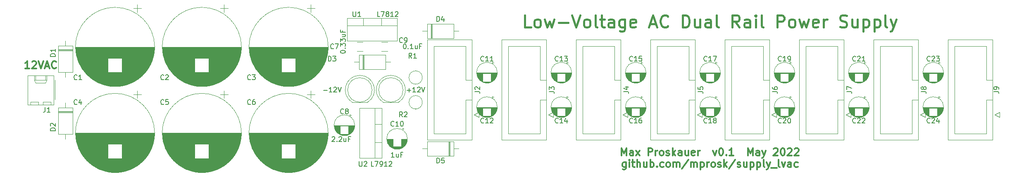
<source format=gbr>
%TF.GenerationSoftware,KiCad,Pcbnew,(6.0.5)*%
%TF.CreationDate,2022-05-21T21:36:39-04:00*%
%TF.ProjectId,supply_lvac,73757070-6c79-45f6-9c76-61632e6b6963,rev?*%
%TF.SameCoordinates,Original*%
%TF.FileFunction,Legend,Top*%
%TF.FilePolarity,Positive*%
%FSLAX46Y46*%
G04 Gerber Fmt 4.6, Leading zero omitted, Abs format (unit mm)*
G04 Created by KiCad (PCBNEW (6.0.5)) date 2022-05-21 21:36:39*
%MOMM*%
%LPD*%
G01*
G04 APERTURE LIST*
%ADD10C,0.400000*%
%ADD11C,0.300000*%
%ADD12C,0.150000*%
%ADD13C,0.120000*%
G04 APERTURE END LIST*
D10*
X152503809Y-43040952D02*
X151313333Y-43040952D01*
X151313333Y-40540952D01*
X153694285Y-43040952D02*
X153456190Y-42921904D01*
X153337142Y-42802857D01*
X153218095Y-42564761D01*
X153218095Y-41850476D01*
X153337142Y-41612380D01*
X153456190Y-41493333D01*
X153694285Y-41374285D01*
X154051428Y-41374285D01*
X154289523Y-41493333D01*
X154408571Y-41612380D01*
X154527619Y-41850476D01*
X154527619Y-42564761D01*
X154408571Y-42802857D01*
X154289523Y-42921904D01*
X154051428Y-43040952D01*
X153694285Y-43040952D01*
X155360952Y-41374285D02*
X155837142Y-43040952D01*
X156313333Y-41850476D01*
X156789523Y-43040952D01*
X157265714Y-41374285D01*
X158218095Y-42088571D02*
X160122857Y-42088571D01*
X160956190Y-40540952D02*
X161789523Y-43040952D01*
X162622857Y-40540952D01*
X163813333Y-43040952D02*
X163575238Y-42921904D01*
X163456190Y-42802857D01*
X163337142Y-42564761D01*
X163337142Y-41850476D01*
X163456190Y-41612380D01*
X163575238Y-41493333D01*
X163813333Y-41374285D01*
X164170476Y-41374285D01*
X164408571Y-41493333D01*
X164527619Y-41612380D01*
X164646666Y-41850476D01*
X164646666Y-42564761D01*
X164527619Y-42802857D01*
X164408571Y-42921904D01*
X164170476Y-43040952D01*
X163813333Y-43040952D01*
X166075238Y-43040952D02*
X165837142Y-42921904D01*
X165718095Y-42683809D01*
X165718095Y-40540952D01*
X166670476Y-41374285D02*
X167622857Y-41374285D01*
X167027619Y-40540952D02*
X167027619Y-42683809D01*
X167146666Y-42921904D01*
X167384761Y-43040952D01*
X167622857Y-43040952D01*
X169527619Y-43040952D02*
X169527619Y-41731428D01*
X169408571Y-41493333D01*
X169170476Y-41374285D01*
X168694285Y-41374285D01*
X168456190Y-41493333D01*
X169527619Y-42921904D02*
X169289523Y-43040952D01*
X168694285Y-43040952D01*
X168456190Y-42921904D01*
X168337142Y-42683809D01*
X168337142Y-42445714D01*
X168456190Y-42207619D01*
X168694285Y-42088571D01*
X169289523Y-42088571D01*
X169527619Y-41969523D01*
X171789523Y-41374285D02*
X171789523Y-43398095D01*
X171670476Y-43636190D01*
X171551428Y-43755238D01*
X171313333Y-43874285D01*
X170956190Y-43874285D01*
X170718095Y-43755238D01*
X171789523Y-42921904D02*
X171551428Y-43040952D01*
X171075238Y-43040952D01*
X170837142Y-42921904D01*
X170718095Y-42802857D01*
X170599047Y-42564761D01*
X170599047Y-41850476D01*
X170718095Y-41612380D01*
X170837142Y-41493333D01*
X171075238Y-41374285D01*
X171551428Y-41374285D01*
X171789523Y-41493333D01*
X173932380Y-42921904D02*
X173694285Y-43040952D01*
X173218095Y-43040952D01*
X172980000Y-42921904D01*
X172860952Y-42683809D01*
X172860952Y-41731428D01*
X172980000Y-41493333D01*
X173218095Y-41374285D01*
X173694285Y-41374285D01*
X173932380Y-41493333D01*
X174051428Y-41731428D01*
X174051428Y-41969523D01*
X172860952Y-42207619D01*
X176908571Y-42326666D02*
X178099047Y-42326666D01*
X176670476Y-43040952D02*
X177503809Y-40540952D01*
X178337142Y-43040952D01*
X180599047Y-42802857D02*
X180479999Y-42921904D01*
X180122857Y-43040952D01*
X179884761Y-43040952D01*
X179527619Y-42921904D01*
X179289523Y-42683809D01*
X179170476Y-42445714D01*
X179051428Y-41969523D01*
X179051428Y-41612380D01*
X179170476Y-41136190D01*
X179289523Y-40898095D01*
X179527619Y-40660000D01*
X179884761Y-40540952D01*
X180122857Y-40540952D01*
X180479999Y-40660000D01*
X180599047Y-40779047D01*
X183575238Y-43040952D02*
X183575238Y-40540952D01*
X184170476Y-40540952D01*
X184527619Y-40660000D01*
X184765714Y-40898095D01*
X184884761Y-41136190D01*
X185003809Y-41612380D01*
X185003809Y-41969523D01*
X184884761Y-42445714D01*
X184765714Y-42683809D01*
X184527619Y-42921904D01*
X184170476Y-43040952D01*
X183575238Y-43040952D01*
X187146666Y-41374285D02*
X187146666Y-43040952D01*
X186075238Y-41374285D02*
X186075238Y-42683809D01*
X186194285Y-42921904D01*
X186432380Y-43040952D01*
X186789523Y-43040952D01*
X187027619Y-42921904D01*
X187146666Y-42802857D01*
X189408571Y-43040952D02*
X189408571Y-41731428D01*
X189289523Y-41493333D01*
X189051428Y-41374285D01*
X188575238Y-41374285D01*
X188337142Y-41493333D01*
X189408571Y-42921904D02*
X189170476Y-43040952D01*
X188575238Y-43040952D01*
X188337142Y-42921904D01*
X188218095Y-42683809D01*
X188218095Y-42445714D01*
X188337142Y-42207619D01*
X188575238Y-42088571D01*
X189170476Y-42088571D01*
X189408571Y-41969523D01*
X190956190Y-43040952D02*
X190718095Y-42921904D01*
X190599047Y-42683809D01*
X190599047Y-40540952D01*
X195241904Y-43040952D02*
X194408571Y-41850476D01*
X193813333Y-43040952D02*
X193813333Y-40540952D01*
X194765714Y-40540952D01*
X195003809Y-40660000D01*
X195122857Y-40779047D01*
X195241904Y-41017142D01*
X195241904Y-41374285D01*
X195122857Y-41612380D01*
X195003809Y-41731428D01*
X194765714Y-41850476D01*
X193813333Y-41850476D01*
X197384761Y-43040952D02*
X197384761Y-41731428D01*
X197265714Y-41493333D01*
X197027619Y-41374285D01*
X196551428Y-41374285D01*
X196313333Y-41493333D01*
X197384761Y-42921904D02*
X197146666Y-43040952D01*
X196551428Y-43040952D01*
X196313333Y-42921904D01*
X196194285Y-42683809D01*
X196194285Y-42445714D01*
X196313333Y-42207619D01*
X196551428Y-42088571D01*
X197146666Y-42088571D01*
X197384761Y-41969523D01*
X198575238Y-43040952D02*
X198575238Y-41374285D01*
X198575238Y-40540952D02*
X198456190Y-40660000D01*
X198575238Y-40779047D01*
X198694285Y-40660000D01*
X198575238Y-40540952D01*
X198575238Y-40779047D01*
X200122857Y-43040952D02*
X199884761Y-42921904D01*
X199765714Y-42683809D01*
X199765714Y-40540952D01*
X202979999Y-43040952D02*
X202979999Y-40540952D01*
X203932380Y-40540952D01*
X204170476Y-40660000D01*
X204289523Y-40779047D01*
X204408571Y-41017142D01*
X204408571Y-41374285D01*
X204289523Y-41612380D01*
X204170476Y-41731428D01*
X203932380Y-41850476D01*
X202979999Y-41850476D01*
X205837142Y-43040952D02*
X205599047Y-42921904D01*
X205479999Y-42802857D01*
X205360952Y-42564761D01*
X205360952Y-41850476D01*
X205479999Y-41612380D01*
X205599047Y-41493333D01*
X205837142Y-41374285D01*
X206194285Y-41374285D01*
X206432380Y-41493333D01*
X206551428Y-41612380D01*
X206670476Y-41850476D01*
X206670476Y-42564761D01*
X206551428Y-42802857D01*
X206432380Y-42921904D01*
X206194285Y-43040952D01*
X205837142Y-43040952D01*
X207503809Y-41374285D02*
X207979999Y-43040952D01*
X208456190Y-41850476D01*
X208932380Y-43040952D01*
X209408571Y-41374285D01*
X211313333Y-42921904D02*
X211075238Y-43040952D01*
X210599047Y-43040952D01*
X210360952Y-42921904D01*
X210241904Y-42683809D01*
X210241904Y-41731428D01*
X210360952Y-41493333D01*
X210599047Y-41374285D01*
X211075238Y-41374285D01*
X211313333Y-41493333D01*
X211432380Y-41731428D01*
X211432380Y-41969523D01*
X210241904Y-42207619D01*
X212503809Y-43040952D02*
X212503809Y-41374285D01*
X212503809Y-41850476D02*
X212622857Y-41612380D01*
X212741904Y-41493333D01*
X212979999Y-41374285D01*
X213218095Y-41374285D01*
X215837142Y-42921904D02*
X216194285Y-43040952D01*
X216789523Y-43040952D01*
X217027619Y-42921904D01*
X217146666Y-42802857D01*
X217265714Y-42564761D01*
X217265714Y-42326666D01*
X217146666Y-42088571D01*
X217027619Y-41969523D01*
X216789523Y-41850476D01*
X216313333Y-41731428D01*
X216075238Y-41612380D01*
X215956190Y-41493333D01*
X215837142Y-41255238D01*
X215837142Y-41017142D01*
X215956190Y-40779047D01*
X216075238Y-40660000D01*
X216313333Y-40540952D01*
X216908571Y-40540952D01*
X217265714Y-40660000D01*
X219408571Y-41374285D02*
X219408571Y-43040952D01*
X218337142Y-41374285D02*
X218337142Y-42683809D01*
X218456190Y-42921904D01*
X218694285Y-43040952D01*
X219051428Y-43040952D01*
X219289523Y-42921904D01*
X219408571Y-42802857D01*
X220599047Y-41374285D02*
X220599047Y-43874285D01*
X220599047Y-41493333D02*
X220837142Y-41374285D01*
X221313333Y-41374285D01*
X221551428Y-41493333D01*
X221670476Y-41612380D01*
X221789523Y-41850476D01*
X221789523Y-42564761D01*
X221670476Y-42802857D01*
X221551428Y-42921904D01*
X221313333Y-43040952D01*
X220837142Y-43040952D01*
X220599047Y-42921904D01*
X222860952Y-41374285D02*
X222860952Y-43874285D01*
X222860952Y-41493333D02*
X223099047Y-41374285D01*
X223575238Y-41374285D01*
X223813333Y-41493333D01*
X223932380Y-41612380D01*
X224051428Y-41850476D01*
X224051428Y-42564761D01*
X223932380Y-42802857D01*
X223813333Y-42921904D01*
X223575238Y-43040952D01*
X223099047Y-43040952D01*
X222860952Y-42921904D01*
X225479999Y-43040952D02*
X225241904Y-42921904D01*
X225122857Y-42683809D01*
X225122857Y-40540952D01*
X226194285Y-41374285D02*
X226789523Y-43040952D01*
X227384761Y-41374285D02*
X226789523Y-43040952D01*
X226551428Y-43636190D01*
X226432380Y-43755238D01*
X226194285Y-43874285D01*
D11*
X171122857Y-69321071D02*
X171122857Y-67821071D01*
X171622857Y-68892500D01*
X172122857Y-67821071D01*
X172122857Y-69321071D01*
X173479999Y-69321071D02*
X173479999Y-68535357D01*
X173408571Y-68392500D01*
X173265714Y-68321071D01*
X172979999Y-68321071D01*
X172837142Y-68392500D01*
X173479999Y-69249642D02*
X173337142Y-69321071D01*
X172979999Y-69321071D01*
X172837142Y-69249642D01*
X172765714Y-69106785D01*
X172765714Y-68963928D01*
X172837142Y-68821071D01*
X172979999Y-68749642D01*
X173337142Y-68749642D01*
X173479999Y-68678214D01*
X174051428Y-69321071D02*
X174837142Y-68321071D01*
X174051428Y-68321071D02*
X174837142Y-69321071D01*
X176551428Y-69321071D02*
X176551428Y-67821071D01*
X177122857Y-67821071D01*
X177265714Y-67892500D01*
X177337142Y-67963928D01*
X177408571Y-68106785D01*
X177408571Y-68321071D01*
X177337142Y-68463928D01*
X177265714Y-68535357D01*
X177122857Y-68606785D01*
X176551428Y-68606785D01*
X178051428Y-69321071D02*
X178051428Y-68321071D01*
X178051428Y-68606785D02*
X178122857Y-68463928D01*
X178194285Y-68392500D01*
X178337142Y-68321071D01*
X178479999Y-68321071D01*
X179194285Y-69321071D02*
X179051428Y-69249642D01*
X178979999Y-69178214D01*
X178908571Y-69035357D01*
X178908571Y-68606785D01*
X178979999Y-68463928D01*
X179051428Y-68392500D01*
X179194285Y-68321071D01*
X179408571Y-68321071D01*
X179551428Y-68392500D01*
X179622857Y-68463928D01*
X179694285Y-68606785D01*
X179694285Y-69035357D01*
X179622857Y-69178214D01*
X179551428Y-69249642D01*
X179408571Y-69321071D01*
X179194285Y-69321071D01*
X180265714Y-69249642D02*
X180408571Y-69321071D01*
X180694285Y-69321071D01*
X180837142Y-69249642D01*
X180908571Y-69106785D01*
X180908571Y-69035357D01*
X180837142Y-68892500D01*
X180694285Y-68821071D01*
X180479999Y-68821071D01*
X180337142Y-68749642D01*
X180265714Y-68606785D01*
X180265714Y-68535357D01*
X180337142Y-68392500D01*
X180479999Y-68321071D01*
X180694285Y-68321071D01*
X180837142Y-68392500D01*
X181551428Y-69321071D02*
X181551428Y-67821071D01*
X181694285Y-68749642D02*
X182122857Y-69321071D01*
X182122857Y-68321071D02*
X181551428Y-68892500D01*
X183408571Y-69321071D02*
X183408571Y-68535357D01*
X183337142Y-68392500D01*
X183194285Y-68321071D01*
X182908571Y-68321071D01*
X182765714Y-68392500D01*
X183408571Y-69249642D02*
X183265714Y-69321071D01*
X182908571Y-69321071D01*
X182765714Y-69249642D01*
X182694285Y-69106785D01*
X182694285Y-68963928D01*
X182765714Y-68821071D01*
X182908571Y-68749642D01*
X183265714Y-68749642D01*
X183408571Y-68678214D01*
X184765714Y-68321071D02*
X184765714Y-69321071D01*
X184122857Y-68321071D02*
X184122857Y-69106785D01*
X184194285Y-69249642D01*
X184337142Y-69321071D01*
X184551428Y-69321071D01*
X184694285Y-69249642D01*
X184765714Y-69178214D01*
X186051428Y-69249642D02*
X185908571Y-69321071D01*
X185622857Y-69321071D01*
X185479999Y-69249642D01*
X185408571Y-69106785D01*
X185408571Y-68535357D01*
X185479999Y-68392500D01*
X185622857Y-68321071D01*
X185908571Y-68321071D01*
X186051428Y-68392500D01*
X186122857Y-68535357D01*
X186122857Y-68678214D01*
X185408571Y-68821071D01*
X186765714Y-69321071D02*
X186765714Y-68321071D01*
X186765714Y-68606785D02*
X186837142Y-68463928D01*
X186908571Y-68392500D01*
X187051428Y-68321071D01*
X187194285Y-68321071D01*
X189837142Y-68321071D02*
X190194285Y-69321071D01*
X190551428Y-68321071D01*
X191408571Y-67821071D02*
X191551428Y-67821071D01*
X191694285Y-67892500D01*
X191765714Y-67963928D01*
X191837142Y-68106785D01*
X191908571Y-68392500D01*
X191908571Y-68749642D01*
X191837142Y-69035357D01*
X191765714Y-69178214D01*
X191694285Y-69249642D01*
X191551428Y-69321071D01*
X191408571Y-69321071D01*
X191265714Y-69249642D01*
X191194285Y-69178214D01*
X191122857Y-69035357D01*
X191051428Y-68749642D01*
X191051428Y-68392500D01*
X191122857Y-68106785D01*
X191194285Y-67963928D01*
X191265714Y-67892500D01*
X191408571Y-67821071D01*
X192551428Y-69178214D02*
X192622857Y-69249642D01*
X192551428Y-69321071D01*
X192479999Y-69249642D01*
X192551428Y-69178214D01*
X192551428Y-69321071D01*
X194051428Y-69321071D02*
X193194285Y-69321071D01*
X193622857Y-69321071D02*
X193622857Y-67821071D01*
X193479999Y-68035357D01*
X193337142Y-68178214D01*
X193194285Y-68249642D01*
X196979999Y-69321071D02*
X196979999Y-67821071D01*
X197479999Y-68892500D01*
X197979999Y-67821071D01*
X197979999Y-69321071D01*
X199337142Y-69321071D02*
X199337142Y-68535357D01*
X199265714Y-68392500D01*
X199122857Y-68321071D01*
X198837142Y-68321071D01*
X198694285Y-68392500D01*
X199337142Y-69249642D02*
X199194285Y-69321071D01*
X198837142Y-69321071D01*
X198694285Y-69249642D01*
X198622857Y-69106785D01*
X198622857Y-68963928D01*
X198694285Y-68821071D01*
X198837142Y-68749642D01*
X199194285Y-68749642D01*
X199337142Y-68678214D01*
X199908571Y-68321071D02*
X200265714Y-69321071D01*
X200622857Y-68321071D02*
X200265714Y-69321071D01*
X200122857Y-69678214D01*
X200051428Y-69749642D01*
X199908571Y-69821071D01*
X202265714Y-67963928D02*
X202337142Y-67892500D01*
X202479999Y-67821071D01*
X202837142Y-67821071D01*
X202979999Y-67892500D01*
X203051428Y-67963928D01*
X203122857Y-68106785D01*
X203122857Y-68249642D01*
X203051428Y-68463928D01*
X202194285Y-69321071D01*
X203122857Y-69321071D01*
X204051428Y-67821071D02*
X204194285Y-67821071D01*
X204337142Y-67892500D01*
X204408571Y-67963928D01*
X204479999Y-68106785D01*
X204551428Y-68392500D01*
X204551428Y-68749642D01*
X204479999Y-69035357D01*
X204408571Y-69178214D01*
X204337142Y-69249642D01*
X204194285Y-69321071D01*
X204051428Y-69321071D01*
X203908571Y-69249642D01*
X203837142Y-69178214D01*
X203765714Y-69035357D01*
X203694285Y-68749642D01*
X203694285Y-68392500D01*
X203765714Y-68106785D01*
X203837142Y-67963928D01*
X203908571Y-67892500D01*
X204051428Y-67821071D01*
X205122857Y-67963928D02*
X205194285Y-67892500D01*
X205337142Y-67821071D01*
X205694285Y-67821071D01*
X205837142Y-67892500D01*
X205908571Y-67963928D01*
X205979999Y-68106785D01*
X205979999Y-68249642D01*
X205908571Y-68463928D01*
X205051428Y-69321071D01*
X205979999Y-69321071D01*
X206551428Y-67963928D02*
X206622857Y-67892500D01*
X206765714Y-67821071D01*
X207122857Y-67821071D01*
X207265714Y-67892500D01*
X207337142Y-67963928D01*
X207408571Y-68106785D01*
X207408571Y-68249642D01*
X207337142Y-68463928D01*
X206479999Y-69321071D01*
X207408571Y-69321071D01*
X171980000Y-70736071D02*
X171980000Y-71950357D01*
X171908571Y-72093214D01*
X171837142Y-72164642D01*
X171694285Y-72236071D01*
X171480000Y-72236071D01*
X171337142Y-72164642D01*
X171980000Y-71664642D02*
X171837142Y-71736071D01*
X171551428Y-71736071D01*
X171408571Y-71664642D01*
X171337142Y-71593214D01*
X171265714Y-71450357D01*
X171265714Y-71021785D01*
X171337142Y-70878928D01*
X171408571Y-70807500D01*
X171551428Y-70736071D01*
X171837142Y-70736071D01*
X171980000Y-70807500D01*
X172694285Y-71736071D02*
X172694285Y-70736071D01*
X172694285Y-70236071D02*
X172622857Y-70307500D01*
X172694285Y-70378928D01*
X172765714Y-70307500D01*
X172694285Y-70236071D01*
X172694285Y-70378928D01*
X173194285Y-70736071D02*
X173765714Y-70736071D01*
X173408571Y-70236071D02*
X173408571Y-71521785D01*
X173480000Y-71664642D01*
X173622857Y-71736071D01*
X173765714Y-71736071D01*
X174265714Y-71736071D02*
X174265714Y-70236071D01*
X174908571Y-71736071D02*
X174908571Y-70950357D01*
X174837142Y-70807500D01*
X174694285Y-70736071D01*
X174480000Y-70736071D01*
X174337142Y-70807500D01*
X174265714Y-70878928D01*
X176265714Y-70736071D02*
X176265714Y-71736071D01*
X175622857Y-70736071D02*
X175622857Y-71521785D01*
X175694285Y-71664642D01*
X175837142Y-71736071D01*
X176051428Y-71736071D01*
X176194285Y-71664642D01*
X176265714Y-71593214D01*
X176980000Y-71736071D02*
X176980000Y-70236071D01*
X176980000Y-70807500D02*
X177122857Y-70736071D01*
X177408571Y-70736071D01*
X177551428Y-70807500D01*
X177622857Y-70878928D01*
X177694285Y-71021785D01*
X177694285Y-71450357D01*
X177622857Y-71593214D01*
X177551428Y-71664642D01*
X177408571Y-71736071D01*
X177122857Y-71736071D01*
X176980000Y-71664642D01*
X178337142Y-71593214D02*
X178408571Y-71664642D01*
X178337142Y-71736071D01*
X178265714Y-71664642D01*
X178337142Y-71593214D01*
X178337142Y-71736071D01*
X179694285Y-71664642D02*
X179551428Y-71736071D01*
X179265714Y-71736071D01*
X179122857Y-71664642D01*
X179051428Y-71593214D01*
X178980000Y-71450357D01*
X178980000Y-71021785D01*
X179051428Y-70878928D01*
X179122857Y-70807500D01*
X179265714Y-70736071D01*
X179551428Y-70736071D01*
X179694285Y-70807500D01*
X180551428Y-71736071D02*
X180408571Y-71664642D01*
X180337142Y-71593214D01*
X180265714Y-71450357D01*
X180265714Y-71021785D01*
X180337142Y-70878928D01*
X180408571Y-70807500D01*
X180551428Y-70736071D01*
X180765714Y-70736071D01*
X180908571Y-70807500D01*
X180980000Y-70878928D01*
X181051428Y-71021785D01*
X181051428Y-71450357D01*
X180980000Y-71593214D01*
X180908571Y-71664642D01*
X180765714Y-71736071D01*
X180551428Y-71736071D01*
X181694285Y-71736071D02*
X181694285Y-70736071D01*
X181694285Y-70878928D02*
X181765714Y-70807500D01*
X181908571Y-70736071D01*
X182122857Y-70736071D01*
X182265714Y-70807500D01*
X182337142Y-70950357D01*
X182337142Y-71736071D01*
X182337142Y-70950357D02*
X182408571Y-70807500D01*
X182551428Y-70736071D01*
X182765714Y-70736071D01*
X182908571Y-70807500D01*
X182980000Y-70950357D01*
X182980000Y-71736071D01*
X184765714Y-70164642D02*
X183480000Y-72093214D01*
X185265714Y-71736071D02*
X185265714Y-70736071D01*
X185265714Y-70878928D02*
X185337142Y-70807500D01*
X185480000Y-70736071D01*
X185694285Y-70736071D01*
X185837142Y-70807500D01*
X185908571Y-70950357D01*
X185908571Y-71736071D01*
X185908571Y-70950357D02*
X185980000Y-70807500D01*
X186122857Y-70736071D01*
X186337142Y-70736071D01*
X186480000Y-70807500D01*
X186551428Y-70950357D01*
X186551428Y-71736071D01*
X187265714Y-70736071D02*
X187265714Y-72236071D01*
X187265714Y-70807500D02*
X187408571Y-70736071D01*
X187694285Y-70736071D01*
X187837142Y-70807500D01*
X187908571Y-70878928D01*
X187980000Y-71021785D01*
X187980000Y-71450357D01*
X187908571Y-71593214D01*
X187837142Y-71664642D01*
X187694285Y-71736071D01*
X187408571Y-71736071D01*
X187265714Y-71664642D01*
X188622857Y-71736071D02*
X188622857Y-70736071D01*
X188622857Y-71021785D02*
X188694285Y-70878928D01*
X188765714Y-70807500D01*
X188908571Y-70736071D01*
X189051428Y-70736071D01*
X189765714Y-71736071D02*
X189622857Y-71664642D01*
X189551428Y-71593214D01*
X189480000Y-71450357D01*
X189480000Y-71021785D01*
X189551428Y-70878928D01*
X189622857Y-70807500D01*
X189765714Y-70736071D01*
X189980000Y-70736071D01*
X190122857Y-70807500D01*
X190194285Y-70878928D01*
X190265714Y-71021785D01*
X190265714Y-71450357D01*
X190194285Y-71593214D01*
X190122857Y-71664642D01*
X189980000Y-71736071D01*
X189765714Y-71736071D01*
X190837142Y-71664642D02*
X190980000Y-71736071D01*
X191265714Y-71736071D01*
X191408571Y-71664642D01*
X191480000Y-71521785D01*
X191480000Y-71450357D01*
X191408571Y-71307500D01*
X191265714Y-71236071D01*
X191051428Y-71236071D01*
X190908571Y-71164642D01*
X190837142Y-71021785D01*
X190837142Y-70950357D01*
X190908571Y-70807500D01*
X191051428Y-70736071D01*
X191265714Y-70736071D01*
X191408571Y-70807500D01*
X192122857Y-71736071D02*
X192122857Y-70236071D01*
X192265714Y-71164642D02*
X192694285Y-71736071D01*
X192694285Y-70736071D02*
X192122857Y-71307500D01*
X194408571Y-70164642D02*
X193122857Y-72093214D01*
X194837142Y-71664642D02*
X194980000Y-71736071D01*
X195265714Y-71736071D01*
X195408571Y-71664642D01*
X195480000Y-71521785D01*
X195480000Y-71450357D01*
X195408571Y-71307500D01*
X195265714Y-71236071D01*
X195051428Y-71236071D01*
X194908571Y-71164642D01*
X194837142Y-71021785D01*
X194837142Y-70950357D01*
X194908571Y-70807500D01*
X195051428Y-70736071D01*
X195265714Y-70736071D01*
X195408571Y-70807500D01*
X196765714Y-70736071D02*
X196765714Y-71736071D01*
X196122857Y-70736071D02*
X196122857Y-71521785D01*
X196194285Y-71664642D01*
X196337142Y-71736071D01*
X196551428Y-71736071D01*
X196694285Y-71664642D01*
X196765714Y-71593214D01*
X197480000Y-70736071D02*
X197480000Y-72236071D01*
X197480000Y-70807500D02*
X197622857Y-70736071D01*
X197908571Y-70736071D01*
X198051428Y-70807500D01*
X198122857Y-70878928D01*
X198194285Y-71021785D01*
X198194285Y-71450357D01*
X198122857Y-71593214D01*
X198051428Y-71664642D01*
X197908571Y-71736071D01*
X197622857Y-71736071D01*
X197480000Y-71664642D01*
X198837142Y-70736071D02*
X198837142Y-72236071D01*
X198837142Y-70807500D02*
X198980000Y-70736071D01*
X199265714Y-70736071D01*
X199408571Y-70807500D01*
X199480000Y-70878928D01*
X199551428Y-71021785D01*
X199551428Y-71450357D01*
X199480000Y-71593214D01*
X199408571Y-71664642D01*
X199265714Y-71736071D01*
X198980000Y-71736071D01*
X198837142Y-71664642D01*
X200408571Y-71736071D02*
X200265714Y-71664642D01*
X200194285Y-71521785D01*
X200194285Y-70236071D01*
X200837142Y-70736071D02*
X201194285Y-71736071D01*
X201551428Y-70736071D02*
X201194285Y-71736071D01*
X201051428Y-72093214D01*
X200980000Y-72164642D01*
X200837142Y-72236071D01*
X201765714Y-71878928D02*
X202908571Y-71878928D01*
X203480000Y-71736071D02*
X203337142Y-71664642D01*
X203265714Y-71521785D01*
X203265714Y-70236071D01*
X203908571Y-70736071D02*
X204265714Y-71736071D01*
X204622857Y-70736071D01*
X205837142Y-71736071D02*
X205837142Y-70950357D01*
X205765714Y-70807500D01*
X205622857Y-70736071D01*
X205337142Y-70736071D01*
X205194285Y-70807500D01*
X205837142Y-71664642D02*
X205694285Y-71736071D01*
X205337142Y-71736071D01*
X205194285Y-71664642D01*
X205122857Y-71521785D01*
X205122857Y-71378928D01*
X205194285Y-71236071D01*
X205337142Y-71164642D01*
X205694285Y-71164642D01*
X205837142Y-71093214D01*
X207194285Y-71664642D02*
X207051428Y-71736071D01*
X206765714Y-71736071D01*
X206622857Y-71664642D01*
X206551428Y-71593214D01*
X206480000Y-71450357D01*
X206480000Y-71021785D01*
X206551428Y-70878928D01*
X206622857Y-70807500D01*
X206765714Y-70736071D01*
X207051428Y-70736071D01*
X207194285Y-70807500D01*
X49748571Y-51478571D02*
X48891428Y-51478571D01*
X49320000Y-51478571D02*
X49320000Y-49978571D01*
X49177142Y-50192857D01*
X49034285Y-50335714D01*
X48891428Y-50407142D01*
X50320000Y-50121428D02*
X50391428Y-50050000D01*
X50534285Y-49978571D01*
X50891428Y-49978571D01*
X51034285Y-50050000D01*
X51105714Y-50121428D01*
X51177142Y-50264285D01*
X51177142Y-50407142D01*
X51105714Y-50621428D01*
X50248571Y-51478571D01*
X51177142Y-51478571D01*
X51605714Y-49978571D02*
X52105714Y-51478571D01*
X52605714Y-49978571D01*
X53034285Y-51050000D02*
X53748571Y-51050000D01*
X52891428Y-51478571D02*
X53391428Y-49978571D01*
X53891428Y-51478571D01*
X55248571Y-51335714D02*
X55177142Y-51407142D01*
X54962857Y-51478571D01*
X54820000Y-51478571D01*
X54605714Y-51407142D01*
X54462857Y-51264285D01*
X54391428Y-51121428D01*
X54320000Y-50835714D01*
X54320000Y-50621428D01*
X54391428Y-50335714D01*
X54462857Y-50192857D01*
X54605714Y-50050000D01*
X54820000Y-49978571D01*
X54962857Y-49978571D01*
X55177142Y-50050000D01*
X55248571Y-50121428D01*
D12*
%TO.C,J7*%
X217257380Y-56213333D02*
X217971666Y-56213333D01*
X218114523Y-56260952D01*
X218209761Y-56356190D01*
X218257380Y-56499047D01*
X218257380Y-56594285D01*
X217257380Y-55832380D02*
X217257380Y-55165714D01*
X218257380Y-55594285D01*
%TO.C,U2*%
X117348095Y-70572380D02*
X117348095Y-71381904D01*
X117395714Y-71477142D01*
X117443333Y-71524761D01*
X117538571Y-71572380D01*
X117729047Y-71572380D01*
X117824285Y-71524761D01*
X117871904Y-71477142D01*
X117919523Y-71381904D01*
X117919523Y-70572380D01*
X118348095Y-70667619D02*
X118395714Y-70620000D01*
X118490952Y-70572380D01*
X118729047Y-70572380D01*
X118824285Y-70620000D01*
X118871904Y-70667619D01*
X118919523Y-70762857D01*
X118919523Y-70858095D01*
X118871904Y-71000952D01*
X118300476Y-71572380D01*
X118919523Y-71572380D01*
X120324761Y-71572380D02*
X119848571Y-71572380D01*
X119848571Y-70572380D01*
X120562857Y-70572380D02*
X121229523Y-70572380D01*
X120800952Y-71572380D01*
X121658095Y-71572380D02*
X121848571Y-71572380D01*
X121943809Y-71524761D01*
X121991428Y-71477142D01*
X122086666Y-71334285D01*
X122134285Y-71143809D01*
X122134285Y-70762857D01*
X122086666Y-70667619D01*
X122039047Y-70620000D01*
X121943809Y-70572380D01*
X121753333Y-70572380D01*
X121658095Y-70620000D01*
X121610476Y-70667619D01*
X121562857Y-70762857D01*
X121562857Y-71000952D01*
X121610476Y-71096190D01*
X121658095Y-71143809D01*
X121753333Y-71191428D01*
X121943809Y-71191428D01*
X122039047Y-71143809D01*
X122086666Y-71096190D01*
X122134285Y-71000952D01*
X123086666Y-71572380D02*
X122515238Y-71572380D01*
X122800952Y-71572380D02*
X122800952Y-70572380D01*
X122705714Y-70715238D01*
X122610476Y-70810476D01*
X122515238Y-70858095D01*
X123467619Y-70667619D02*
X123515238Y-70620000D01*
X123610476Y-70572380D01*
X123848571Y-70572380D01*
X123943809Y-70620000D01*
X123991428Y-70667619D01*
X124039047Y-70762857D01*
X124039047Y-70858095D01*
X123991428Y-71000952D01*
X123420000Y-71572380D01*
X124039047Y-71572380D01*
%TO.C,J9*%
X247356380Y-56213333D02*
X248070666Y-56213333D01*
X248213523Y-56260952D01*
X248308761Y-56356190D01*
X248356380Y-56499047D01*
X248356380Y-56594285D01*
X248356380Y-55689523D02*
X248356380Y-55499047D01*
X248308761Y-55403809D01*
X248261142Y-55356190D01*
X248118285Y-55260952D01*
X247927809Y-55213333D01*
X247546857Y-55213333D01*
X247451619Y-55260952D01*
X247404000Y-55308571D01*
X247356380Y-55403809D01*
X247356380Y-55594285D01*
X247404000Y-55689523D01*
X247451619Y-55737142D01*
X247546857Y-55784761D01*
X247784952Y-55784761D01*
X247880190Y-55737142D01*
X247927809Y-55689523D01*
X247975428Y-55594285D01*
X247975428Y-55403809D01*
X247927809Y-55308571D01*
X247880190Y-55260952D01*
X247784952Y-55213333D01*
%TO.C,D3*%
X111021904Y-49982380D02*
X111021904Y-48982380D01*
X111260000Y-48982380D01*
X111402857Y-49030000D01*
X111498095Y-49125238D01*
X111545714Y-49220476D01*
X111593333Y-49410952D01*
X111593333Y-49553809D01*
X111545714Y-49744285D01*
X111498095Y-49839523D01*
X111402857Y-49934761D01*
X111260000Y-49982380D01*
X111021904Y-49982380D01*
X111926666Y-48982380D02*
X112545714Y-48982380D01*
X112212380Y-49363333D01*
X112355238Y-49363333D01*
X112450476Y-49410952D01*
X112498095Y-49458571D01*
X112545714Y-49553809D01*
X112545714Y-49791904D01*
X112498095Y-49887142D01*
X112450476Y-49934761D01*
X112355238Y-49982380D01*
X112069523Y-49982380D01*
X111974285Y-49934761D01*
X111926666Y-49887142D01*
%TO.C,D1*%
X55062380Y-48998095D02*
X54062380Y-48998095D01*
X54062380Y-48760000D01*
X54110000Y-48617142D01*
X54205238Y-48521904D01*
X54300476Y-48474285D01*
X54490952Y-48426666D01*
X54633809Y-48426666D01*
X54824285Y-48474285D01*
X54919523Y-48521904D01*
X55014761Y-48617142D01*
X55062380Y-48760000D01*
X55062380Y-48998095D01*
X55062380Y-47474285D02*
X55062380Y-48045714D01*
X55062380Y-47760000D02*
X54062380Y-47760000D01*
X54205238Y-47855238D01*
X54300476Y-47950476D01*
X54348095Y-48045714D01*
%TO.C,J2*%
X141057380Y-56213333D02*
X141771666Y-56213333D01*
X141914523Y-56260952D01*
X142009761Y-56356190D01*
X142057380Y-56499047D01*
X142057380Y-56594285D01*
X141152619Y-55784761D02*
X141105000Y-55737142D01*
X141057380Y-55641904D01*
X141057380Y-55403809D01*
X141105000Y-55308571D01*
X141152619Y-55260952D01*
X141247857Y-55213333D01*
X141343095Y-55213333D01*
X141485952Y-55260952D01*
X142057380Y-55832380D01*
X142057380Y-55213333D01*
%TO.C,C12*%
X142867142Y-62587142D02*
X142819523Y-62634761D01*
X142676666Y-62682380D01*
X142581428Y-62682380D01*
X142438571Y-62634761D01*
X142343333Y-62539523D01*
X142295714Y-62444285D01*
X142248095Y-62253809D01*
X142248095Y-62110952D01*
X142295714Y-61920476D01*
X142343333Y-61825238D01*
X142438571Y-61730000D01*
X142581428Y-61682380D01*
X142676666Y-61682380D01*
X142819523Y-61730000D01*
X142867142Y-61777619D01*
X143819523Y-62682380D02*
X143248095Y-62682380D01*
X143533809Y-62682380D02*
X143533809Y-61682380D01*
X143438571Y-61825238D01*
X143343333Y-61920476D01*
X143248095Y-61968095D01*
X144200476Y-61777619D02*
X144248095Y-61730000D01*
X144343333Y-61682380D01*
X144581428Y-61682380D01*
X144676666Y-61730000D01*
X144724285Y-61777619D01*
X144771904Y-61872857D01*
X144771904Y-61968095D01*
X144724285Y-62110952D01*
X144152857Y-62682380D01*
X144771904Y-62682380D01*
%TO.C,C5*%
X77303333Y-58777142D02*
X77255714Y-58824761D01*
X77112857Y-58872380D01*
X77017619Y-58872380D01*
X76874761Y-58824761D01*
X76779523Y-58729523D01*
X76731904Y-58634285D01*
X76684285Y-58443809D01*
X76684285Y-58300952D01*
X76731904Y-58110476D01*
X76779523Y-58015238D01*
X76874761Y-57920000D01*
X77017619Y-57872380D01*
X77112857Y-57872380D01*
X77255714Y-57920000D01*
X77303333Y-57967619D01*
X78208095Y-57872380D02*
X77731904Y-57872380D01*
X77684285Y-58348571D01*
X77731904Y-58300952D01*
X77827142Y-58253333D01*
X78065238Y-58253333D01*
X78160476Y-58300952D01*
X78208095Y-58348571D01*
X78255714Y-58443809D01*
X78255714Y-58681904D01*
X78208095Y-58777142D01*
X78160476Y-58824761D01*
X78065238Y-58872380D01*
X77827142Y-58872380D01*
X77731904Y-58824761D01*
X77684285Y-58777142D01*
%TO.C,C7*%
X112101333Y-47347142D02*
X112053714Y-47394761D01*
X111910857Y-47442380D01*
X111815619Y-47442380D01*
X111672761Y-47394761D01*
X111577523Y-47299523D01*
X111529904Y-47204285D01*
X111482285Y-47013809D01*
X111482285Y-46870952D01*
X111529904Y-46680476D01*
X111577523Y-46585238D01*
X111672761Y-46490000D01*
X111815619Y-46442380D01*
X111910857Y-46442380D01*
X112053714Y-46490000D01*
X112101333Y-46537619D01*
X112434666Y-46442380D02*
X113101333Y-46442380D01*
X112672761Y-47442380D01*
X113498380Y-48093047D02*
X113498380Y-47997809D01*
X113546000Y-47902571D01*
X113593619Y-47854952D01*
X113688857Y-47807333D01*
X113879333Y-47759714D01*
X114117428Y-47759714D01*
X114307904Y-47807333D01*
X114403142Y-47854952D01*
X114450761Y-47902571D01*
X114498380Y-47997809D01*
X114498380Y-48093047D01*
X114450761Y-48188285D01*
X114403142Y-48235904D01*
X114307904Y-48283523D01*
X114117428Y-48331142D01*
X113879333Y-48331142D01*
X113688857Y-48283523D01*
X113593619Y-48235904D01*
X113546000Y-48188285D01*
X113498380Y-48093047D01*
X114403142Y-47331142D02*
X114450761Y-47283523D01*
X114498380Y-47331142D01*
X114450761Y-47378761D01*
X114403142Y-47331142D01*
X114498380Y-47331142D01*
X113498380Y-46950190D02*
X113498380Y-46331142D01*
X113879333Y-46664476D01*
X113879333Y-46521619D01*
X113926952Y-46426380D01*
X113974571Y-46378761D01*
X114069809Y-46331142D01*
X114307904Y-46331142D01*
X114403142Y-46378761D01*
X114450761Y-46426380D01*
X114498380Y-46521619D01*
X114498380Y-46807333D01*
X114450761Y-46902571D01*
X114403142Y-46950190D01*
X113498380Y-45997809D02*
X113498380Y-45378761D01*
X113879333Y-45712095D01*
X113879333Y-45569238D01*
X113926952Y-45474000D01*
X113974571Y-45426380D01*
X114069809Y-45378761D01*
X114307904Y-45378761D01*
X114403142Y-45426380D01*
X114450761Y-45474000D01*
X114498380Y-45569238D01*
X114498380Y-45854952D01*
X114450761Y-45950190D01*
X114403142Y-45997809D01*
X113831714Y-44521619D02*
X114498380Y-44521619D01*
X113831714Y-44950190D02*
X114355523Y-44950190D01*
X114450761Y-44902571D01*
X114498380Y-44807333D01*
X114498380Y-44664476D01*
X114450761Y-44569238D01*
X114403142Y-44521619D01*
X113974571Y-43712095D02*
X113974571Y-44045428D01*
X114498380Y-44045428D02*
X113498380Y-44045428D01*
X113498380Y-43569238D01*
%TO.C,C16*%
X173347142Y-62587142D02*
X173299523Y-62634761D01*
X173156666Y-62682380D01*
X173061428Y-62682380D01*
X172918571Y-62634761D01*
X172823333Y-62539523D01*
X172775714Y-62444285D01*
X172728095Y-62253809D01*
X172728095Y-62110952D01*
X172775714Y-61920476D01*
X172823333Y-61825238D01*
X172918571Y-61730000D01*
X173061428Y-61682380D01*
X173156666Y-61682380D01*
X173299523Y-61730000D01*
X173347142Y-61777619D01*
X174299523Y-62682380D02*
X173728095Y-62682380D01*
X174013809Y-62682380D02*
X174013809Y-61682380D01*
X173918571Y-61825238D01*
X173823333Y-61920476D01*
X173728095Y-61968095D01*
X175156666Y-61682380D02*
X174966190Y-61682380D01*
X174870952Y-61730000D01*
X174823333Y-61777619D01*
X174728095Y-61920476D01*
X174680476Y-62110952D01*
X174680476Y-62491904D01*
X174728095Y-62587142D01*
X174775714Y-62634761D01*
X174870952Y-62682380D01*
X175061428Y-62682380D01*
X175156666Y-62634761D01*
X175204285Y-62587142D01*
X175251904Y-62491904D01*
X175251904Y-62253809D01*
X175204285Y-62158571D01*
X175156666Y-62110952D01*
X175061428Y-62063333D01*
X174870952Y-62063333D01*
X174775714Y-62110952D01*
X174728095Y-62158571D01*
X174680476Y-62253809D01*
%TO.C,C8*%
X114133333Y-60682142D02*
X114085714Y-60729761D01*
X113942857Y-60777380D01*
X113847619Y-60777380D01*
X113704761Y-60729761D01*
X113609523Y-60634523D01*
X113561904Y-60539285D01*
X113514285Y-60348809D01*
X113514285Y-60205952D01*
X113561904Y-60015476D01*
X113609523Y-59920238D01*
X113704761Y-59825000D01*
X113847619Y-59777380D01*
X113942857Y-59777380D01*
X114085714Y-59825000D01*
X114133333Y-59872619D01*
X114704761Y-60205952D02*
X114609523Y-60158333D01*
X114561904Y-60110714D01*
X114514285Y-60015476D01*
X114514285Y-59967857D01*
X114561904Y-59872619D01*
X114609523Y-59825000D01*
X114704761Y-59777380D01*
X114895238Y-59777380D01*
X114990476Y-59825000D01*
X115038095Y-59872619D01*
X115085714Y-59967857D01*
X115085714Y-60015476D01*
X115038095Y-60110714D01*
X114990476Y-60158333D01*
X114895238Y-60205952D01*
X114704761Y-60205952D01*
X114609523Y-60253571D01*
X114561904Y-60301190D01*
X114514285Y-60396428D01*
X114514285Y-60586904D01*
X114561904Y-60682142D01*
X114609523Y-60729761D01*
X114704761Y-60777380D01*
X114895238Y-60777380D01*
X114990476Y-60729761D01*
X115038095Y-60682142D01*
X115085714Y-60586904D01*
X115085714Y-60396428D01*
X115038095Y-60301190D01*
X114990476Y-60253571D01*
X114895238Y-60205952D01*
X111784047Y-65587619D02*
X111831666Y-65540000D01*
X111926904Y-65492380D01*
X112165000Y-65492380D01*
X112260238Y-65540000D01*
X112307857Y-65587619D01*
X112355476Y-65682857D01*
X112355476Y-65778095D01*
X112307857Y-65920952D01*
X111736428Y-66492380D01*
X112355476Y-66492380D01*
X112784047Y-66397142D02*
X112831666Y-66444761D01*
X112784047Y-66492380D01*
X112736428Y-66444761D01*
X112784047Y-66397142D01*
X112784047Y-66492380D01*
X113212619Y-65587619D02*
X113260238Y-65540000D01*
X113355476Y-65492380D01*
X113593571Y-65492380D01*
X113688809Y-65540000D01*
X113736428Y-65587619D01*
X113784047Y-65682857D01*
X113784047Y-65778095D01*
X113736428Y-65920952D01*
X113165000Y-66492380D01*
X113784047Y-66492380D01*
X114641190Y-65825714D02*
X114641190Y-66492380D01*
X114212619Y-65825714D02*
X114212619Y-66349523D01*
X114260238Y-66444761D01*
X114355476Y-66492380D01*
X114498333Y-66492380D01*
X114593571Y-66444761D01*
X114641190Y-66397142D01*
X115450714Y-65968571D02*
X115117380Y-65968571D01*
X115117380Y-66492380D02*
X115117380Y-65492380D01*
X115593571Y-65492380D01*
%TO.C,D7*%
X109998095Y-55951428D02*
X110760000Y-55951428D01*
X111760000Y-56332380D02*
X111188571Y-56332380D01*
X111474285Y-56332380D02*
X111474285Y-55332380D01*
X111379047Y-55475238D01*
X111283809Y-55570476D01*
X111188571Y-55618095D01*
X112140952Y-55427619D02*
X112188571Y-55380000D01*
X112283809Y-55332380D01*
X112521904Y-55332380D01*
X112617142Y-55380000D01*
X112664761Y-55427619D01*
X112712380Y-55522857D01*
X112712380Y-55618095D01*
X112664761Y-55760952D01*
X112093333Y-56332380D01*
X112712380Y-56332380D01*
X112998095Y-55332380D02*
X113331428Y-56332380D01*
X113664761Y-55332380D01*
%TO.C,J4*%
X171537380Y-56213333D02*
X172251666Y-56213333D01*
X172394523Y-56260952D01*
X172489761Y-56356190D01*
X172537380Y-56499047D01*
X172537380Y-56594285D01*
X171870714Y-55308571D02*
X172537380Y-55308571D01*
X171489761Y-55546666D02*
X172204047Y-55784761D01*
X172204047Y-55165714D01*
%TO.C,C6*%
X95083333Y-58777142D02*
X95035714Y-58824761D01*
X94892857Y-58872380D01*
X94797619Y-58872380D01*
X94654761Y-58824761D01*
X94559523Y-58729523D01*
X94511904Y-58634285D01*
X94464285Y-58443809D01*
X94464285Y-58300952D01*
X94511904Y-58110476D01*
X94559523Y-58015238D01*
X94654761Y-57920000D01*
X94797619Y-57872380D01*
X94892857Y-57872380D01*
X95035714Y-57920000D01*
X95083333Y-57967619D01*
X95940476Y-57872380D02*
X95750000Y-57872380D01*
X95654761Y-57920000D01*
X95607142Y-57967619D01*
X95511904Y-58110476D01*
X95464285Y-58300952D01*
X95464285Y-58681904D01*
X95511904Y-58777142D01*
X95559523Y-58824761D01*
X95654761Y-58872380D01*
X95845238Y-58872380D01*
X95940476Y-58824761D01*
X95988095Y-58777142D01*
X96035714Y-58681904D01*
X96035714Y-58443809D01*
X95988095Y-58348571D01*
X95940476Y-58300952D01*
X95845238Y-58253333D01*
X95654761Y-58253333D01*
X95559523Y-58300952D01*
X95511904Y-58348571D01*
X95464285Y-58443809D01*
%TO.C,D4*%
X133246904Y-41797380D02*
X133246904Y-40797380D01*
X133485000Y-40797380D01*
X133627857Y-40845000D01*
X133723095Y-40940238D01*
X133770714Y-41035476D01*
X133818333Y-41225952D01*
X133818333Y-41368809D01*
X133770714Y-41559285D01*
X133723095Y-41654523D01*
X133627857Y-41749761D01*
X133485000Y-41797380D01*
X133246904Y-41797380D01*
X134675476Y-41130714D02*
X134675476Y-41797380D01*
X134437380Y-40749761D02*
X134199285Y-41464047D01*
X134818333Y-41464047D01*
%TO.C,C13*%
X158107142Y-49887142D02*
X158059523Y-49934761D01*
X157916666Y-49982380D01*
X157821428Y-49982380D01*
X157678571Y-49934761D01*
X157583333Y-49839523D01*
X157535714Y-49744285D01*
X157488095Y-49553809D01*
X157488095Y-49410952D01*
X157535714Y-49220476D01*
X157583333Y-49125238D01*
X157678571Y-49030000D01*
X157821428Y-48982380D01*
X157916666Y-48982380D01*
X158059523Y-49030000D01*
X158107142Y-49077619D01*
X159059523Y-49982380D02*
X158488095Y-49982380D01*
X158773809Y-49982380D02*
X158773809Y-48982380D01*
X158678571Y-49125238D01*
X158583333Y-49220476D01*
X158488095Y-49268095D01*
X159392857Y-48982380D02*
X160011904Y-48982380D01*
X159678571Y-49363333D01*
X159821428Y-49363333D01*
X159916666Y-49410952D01*
X159964285Y-49458571D01*
X160011904Y-49553809D01*
X160011904Y-49791904D01*
X159964285Y-49887142D01*
X159916666Y-49934761D01*
X159821428Y-49982380D01*
X159535714Y-49982380D01*
X159440476Y-49934761D01*
X159392857Y-49887142D01*
%TO.C,C23*%
X234307142Y-49887142D02*
X234259523Y-49934761D01*
X234116666Y-49982380D01*
X234021428Y-49982380D01*
X233878571Y-49934761D01*
X233783333Y-49839523D01*
X233735714Y-49744285D01*
X233688095Y-49553809D01*
X233688095Y-49410952D01*
X233735714Y-49220476D01*
X233783333Y-49125238D01*
X233878571Y-49030000D01*
X234021428Y-48982380D01*
X234116666Y-48982380D01*
X234259523Y-49030000D01*
X234307142Y-49077619D01*
X234688095Y-49077619D02*
X234735714Y-49030000D01*
X234830952Y-48982380D01*
X235069047Y-48982380D01*
X235164285Y-49030000D01*
X235211904Y-49077619D01*
X235259523Y-49172857D01*
X235259523Y-49268095D01*
X235211904Y-49410952D01*
X234640476Y-49982380D01*
X235259523Y-49982380D01*
X235592857Y-48982380D02*
X236211904Y-48982380D01*
X235878571Y-49363333D01*
X236021428Y-49363333D01*
X236116666Y-49410952D01*
X236164285Y-49458571D01*
X236211904Y-49553809D01*
X236211904Y-49791904D01*
X236164285Y-49887142D01*
X236116666Y-49934761D01*
X236021428Y-49982380D01*
X235735714Y-49982380D01*
X235640476Y-49934761D01*
X235592857Y-49887142D01*
%TO.C,D6*%
X127143095Y-55951428D02*
X127905000Y-55951428D01*
X127524047Y-56332380D02*
X127524047Y-55570476D01*
X128905000Y-56332380D02*
X128333571Y-56332380D01*
X128619285Y-56332380D02*
X128619285Y-55332380D01*
X128524047Y-55475238D01*
X128428809Y-55570476D01*
X128333571Y-55618095D01*
X129285952Y-55427619D02*
X129333571Y-55380000D01*
X129428809Y-55332380D01*
X129666904Y-55332380D01*
X129762142Y-55380000D01*
X129809761Y-55427619D01*
X129857380Y-55522857D01*
X129857380Y-55618095D01*
X129809761Y-55760952D01*
X129238333Y-56332380D01*
X129857380Y-56332380D01*
X130143095Y-55332380D02*
X130476428Y-56332380D01*
X130809761Y-55332380D01*
%TO.C,C11*%
X142867142Y-49887142D02*
X142819523Y-49934761D01*
X142676666Y-49982380D01*
X142581428Y-49982380D01*
X142438571Y-49934761D01*
X142343333Y-49839523D01*
X142295714Y-49744285D01*
X142248095Y-49553809D01*
X142248095Y-49410952D01*
X142295714Y-49220476D01*
X142343333Y-49125238D01*
X142438571Y-49030000D01*
X142581428Y-48982380D01*
X142676666Y-48982380D01*
X142819523Y-49030000D01*
X142867142Y-49077619D01*
X143819523Y-49982380D02*
X143248095Y-49982380D01*
X143533809Y-49982380D02*
X143533809Y-48982380D01*
X143438571Y-49125238D01*
X143343333Y-49220476D01*
X143248095Y-49268095D01*
X144771904Y-49982380D02*
X144200476Y-49982380D01*
X144486190Y-49982380D02*
X144486190Y-48982380D01*
X144390952Y-49125238D01*
X144295714Y-49220476D01*
X144200476Y-49268095D01*
%TO.C,C22*%
X219067142Y-62587142D02*
X219019523Y-62634761D01*
X218876666Y-62682380D01*
X218781428Y-62682380D01*
X218638571Y-62634761D01*
X218543333Y-62539523D01*
X218495714Y-62444285D01*
X218448095Y-62253809D01*
X218448095Y-62110952D01*
X218495714Y-61920476D01*
X218543333Y-61825238D01*
X218638571Y-61730000D01*
X218781428Y-61682380D01*
X218876666Y-61682380D01*
X219019523Y-61730000D01*
X219067142Y-61777619D01*
X219448095Y-61777619D02*
X219495714Y-61730000D01*
X219590952Y-61682380D01*
X219829047Y-61682380D01*
X219924285Y-61730000D01*
X219971904Y-61777619D01*
X220019523Y-61872857D01*
X220019523Y-61968095D01*
X219971904Y-62110952D01*
X219400476Y-62682380D01*
X220019523Y-62682380D01*
X220400476Y-61777619D02*
X220448095Y-61730000D01*
X220543333Y-61682380D01*
X220781428Y-61682380D01*
X220876666Y-61730000D01*
X220924285Y-61777619D01*
X220971904Y-61872857D01*
X220971904Y-61968095D01*
X220924285Y-62110952D01*
X220352857Y-62682380D01*
X220971904Y-62682380D01*
%TO.C,J5*%
X186777380Y-56213333D02*
X187491666Y-56213333D01*
X187634523Y-56260952D01*
X187729761Y-56356190D01*
X187777380Y-56499047D01*
X187777380Y-56594285D01*
X186777380Y-55260952D02*
X186777380Y-55737142D01*
X187253571Y-55784761D01*
X187205952Y-55737142D01*
X187158333Y-55641904D01*
X187158333Y-55403809D01*
X187205952Y-55308571D01*
X187253571Y-55260952D01*
X187348809Y-55213333D01*
X187586904Y-55213333D01*
X187682142Y-55260952D01*
X187729761Y-55308571D01*
X187777380Y-55403809D01*
X187777380Y-55641904D01*
X187729761Y-55737142D01*
X187682142Y-55784761D01*
%TO.C,C10*%
X124452142Y-63222142D02*
X124404523Y-63269761D01*
X124261666Y-63317380D01*
X124166428Y-63317380D01*
X124023571Y-63269761D01*
X123928333Y-63174523D01*
X123880714Y-63079285D01*
X123833095Y-62888809D01*
X123833095Y-62745952D01*
X123880714Y-62555476D01*
X123928333Y-62460238D01*
X124023571Y-62365000D01*
X124166428Y-62317380D01*
X124261666Y-62317380D01*
X124404523Y-62365000D01*
X124452142Y-62412619D01*
X125404523Y-63317380D02*
X124833095Y-63317380D01*
X125118809Y-63317380D02*
X125118809Y-62317380D01*
X125023571Y-62460238D01*
X124928333Y-62555476D01*
X124833095Y-62603095D01*
X126023571Y-62317380D02*
X126118809Y-62317380D01*
X126214047Y-62365000D01*
X126261666Y-62412619D01*
X126309285Y-62507857D01*
X126356904Y-62698333D01*
X126356904Y-62936428D01*
X126309285Y-63126904D01*
X126261666Y-63222142D01*
X126214047Y-63269761D01*
X126118809Y-63317380D01*
X126023571Y-63317380D01*
X125928333Y-63269761D01*
X125880714Y-63222142D01*
X125833095Y-63126904D01*
X125785476Y-62936428D01*
X125785476Y-62698333D01*
X125833095Y-62507857D01*
X125880714Y-62412619D01*
X125928333Y-62365000D01*
X126023571Y-62317380D01*
X124499761Y-69667380D02*
X123928333Y-69667380D01*
X124214047Y-69667380D02*
X124214047Y-68667380D01*
X124118809Y-68810238D01*
X124023571Y-68905476D01*
X123928333Y-68953095D01*
X125356904Y-69000714D02*
X125356904Y-69667380D01*
X124928333Y-69000714D02*
X124928333Y-69524523D01*
X124975952Y-69619761D01*
X125071190Y-69667380D01*
X125214047Y-69667380D01*
X125309285Y-69619761D01*
X125356904Y-69572142D01*
X126166428Y-69143571D02*
X125833095Y-69143571D01*
X125833095Y-69667380D02*
X125833095Y-68667380D01*
X126309285Y-68667380D01*
%TO.C,D5*%
X133246904Y-70867380D02*
X133246904Y-69867380D01*
X133485000Y-69867380D01*
X133627857Y-69915000D01*
X133723095Y-70010238D01*
X133770714Y-70105476D01*
X133818333Y-70295952D01*
X133818333Y-70438809D01*
X133770714Y-70629285D01*
X133723095Y-70724523D01*
X133627857Y-70819761D01*
X133485000Y-70867380D01*
X133246904Y-70867380D01*
X134723095Y-69867380D02*
X134246904Y-69867380D01*
X134199285Y-70343571D01*
X134246904Y-70295952D01*
X134342142Y-70248333D01*
X134580238Y-70248333D01*
X134675476Y-70295952D01*
X134723095Y-70343571D01*
X134770714Y-70438809D01*
X134770714Y-70676904D01*
X134723095Y-70772142D01*
X134675476Y-70819761D01*
X134580238Y-70867380D01*
X134342142Y-70867380D01*
X134246904Y-70819761D01*
X134199285Y-70772142D01*
%TO.C,C9*%
X126198333Y-46077142D02*
X126150714Y-46124761D01*
X126007857Y-46172380D01*
X125912619Y-46172380D01*
X125769761Y-46124761D01*
X125674523Y-46029523D01*
X125626904Y-45934285D01*
X125579285Y-45743809D01*
X125579285Y-45600952D01*
X125626904Y-45410476D01*
X125674523Y-45315238D01*
X125769761Y-45220000D01*
X125912619Y-45172380D01*
X126007857Y-45172380D01*
X126150714Y-45220000D01*
X126198333Y-45267619D01*
X126674523Y-46172380D02*
X126865000Y-46172380D01*
X126960238Y-46124761D01*
X127007857Y-46077142D01*
X127103095Y-45934285D01*
X127150714Y-45743809D01*
X127150714Y-45362857D01*
X127103095Y-45267619D01*
X127055476Y-45220000D01*
X126960238Y-45172380D01*
X126769761Y-45172380D01*
X126674523Y-45220000D01*
X126626904Y-45267619D01*
X126579285Y-45362857D01*
X126579285Y-45600952D01*
X126626904Y-45696190D01*
X126674523Y-45743809D01*
X126769761Y-45791428D01*
X126960238Y-45791428D01*
X127055476Y-45743809D01*
X127103095Y-45696190D01*
X127150714Y-45600952D01*
X126627142Y-46442380D02*
X126722380Y-46442380D01*
X126817619Y-46490000D01*
X126865238Y-46537619D01*
X126912857Y-46632857D01*
X126960476Y-46823333D01*
X126960476Y-47061428D01*
X126912857Y-47251904D01*
X126865238Y-47347142D01*
X126817619Y-47394761D01*
X126722380Y-47442380D01*
X126627142Y-47442380D01*
X126531904Y-47394761D01*
X126484285Y-47347142D01*
X126436666Y-47251904D01*
X126389047Y-47061428D01*
X126389047Y-46823333D01*
X126436666Y-46632857D01*
X126484285Y-46537619D01*
X126531904Y-46490000D01*
X126627142Y-46442380D01*
X127389047Y-47347142D02*
X127436666Y-47394761D01*
X127389047Y-47442380D01*
X127341428Y-47394761D01*
X127389047Y-47347142D01*
X127389047Y-47442380D01*
X128389047Y-47442380D02*
X127817619Y-47442380D01*
X128103333Y-47442380D02*
X128103333Y-46442380D01*
X128008095Y-46585238D01*
X127912857Y-46680476D01*
X127817619Y-46728095D01*
X129246190Y-46775714D02*
X129246190Y-47442380D01*
X128817619Y-46775714D02*
X128817619Y-47299523D01*
X128865238Y-47394761D01*
X128960476Y-47442380D01*
X129103333Y-47442380D01*
X129198571Y-47394761D01*
X129246190Y-47347142D01*
X130055714Y-46918571D02*
X129722380Y-46918571D01*
X129722380Y-47442380D02*
X129722380Y-46442380D01*
X130198571Y-46442380D01*
%TO.C,J1*%
X53006666Y-59452380D02*
X53006666Y-60166666D01*
X52959047Y-60309523D01*
X52863809Y-60404761D01*
X52720952Y-60452380D01*
X52625714Y-60452380D01*
X54006666Y-60452380D02*
X53435238Y-60452380D01*
X53720952Y-60452380D02*
X53720952Y-59452380D01*
X53625714Y-59595238D01*
X53530476Y-59690476D01*
X53435238Y-59738095D01*
%TO.C,D2*%
X55062380Y-64238095D02*
X54062380Y-64238095D01*
X54062380Y-64000000D01*
X54110000Y-63857142D01*
X54205238Y-63761904D01*
X54300476Y-63714285D01*
X54490952Y-63666666D01*
X54633809Y-63666666D01*
X54824285Y-63714285D01*
X54919523Y-63761904D01*
X55014761Y-63857142D01*
X55062380Y-64000000D01*
X55062380Y-64238095D01*
X54157619Y-63285714D02*
X54110000Y-63238095D01*
X54062380Y-63142857D01*
X54062380Y-62904761D01*
X54110000Y-62809523D01*
X54157619Y-62761904D01*
X54252857Y-62714285D01*
X54348095Y-62714285D01*
X54490952Y-62761904D01*
X55062380Y-63333333D01*
X55062380Y-62714285D01*
%TO.C,C18*%
X188587142Y-62587142D02*
X188539523Y-62634761D01*
X188396666Y-62682380D01*
X188301428Y-62682380D01*
X188158571Y-62634761D01*
X188063333Y-62539523D01*
X188015714Y-62444285D01*
X187968095Y-62253809D01*
X187968095Y-62110952D01*
X188015714Y-61920476D01*
X188063333Y-61825238D01*
X188158571Y-61730000D01*
X188301428Y-61682380D01*
X188396666Y-61682380D01*
X188539523Y-61730000D01*
X188587142Y-61777619D01*
X189539523Y-62682380D02*
X188968095Y-62682380D01*
X189253809Y-62682380D02*
X189253809Y-61682380D01*
X189158571Y-61825238D01*
X189063333Y-61920476D01*
X188968095Y-61968095D01*
X190110952Y-62110952D02*
X190015714Y-62063333D01*
X189968095Y-62015714D01*
X189920476Y-61920476D01*
X189920476Y-61872857D01*
X189968095Y-61777619D01*
X190015714Y-61730000D01*
X190110952Y-61682380D01*
X190301428Y-61682380D01*
X190396666Y-61730000D01*
X190444285Y-61777619D01*
X190491904Y-61872857D01*
X190491904Y-61920476D01*
X190444285Y-62015714D01*
X190396666Y-62063333D01*
X190301428Y-62110952D01*
X190110952Y-62110952D01*
X190015714Y-62158571D01*
X189968095Y-62206190D01*
X189920476Y-62301428D01*
X189920476Y-62491904D01*
X189968095Y-62587142D01*
X190015714Y-62634761D01*
X190110952Y-62682380D01*
X190301428Y-62682380D01*
X190396666Y-62634761D01*
X190444285Y-62587142D01*
X190491904Y-62491904D01*
X190491904Y-62301428D01*
X190444285Y-62206190D01*
X190396666Y-62158571D01*
X190301428Y-62110952D01*
%TO.C,J8*%
X232497380Y-56213333D02*
X233211666Y-56213333D01*
X233354523Y-56260952D01*
X233449761Y-56356190D01*
X233497380Y-56499047D01*
X233497380Y-56594285D01*
X232925952Y-55594285D02*
X232878333Y-55689523D01*
X232830714Y-55737142D01*
X232735476Y-55784761D01*
X232687857Y-55784761D01*
X232592619Y-55737142D01*
X232545000Y-55689523D01*
X232497380Y-55594285D01*
X232497380Y-55403809D01*
X232545000Y-55308571D01*
X232592619Y-55260952D01*
X232687857Y-55213333D01*
X232735476Y-55213333D01*
X232830714Y-55260952D01*
X232878333Y-55308571D01*
X232925952Y-55403809D01*
X232925952Y-55594285D01*
X232973571Y-55689523D01*
X233021190Y-55737142D01*
X233116428Y-55784761D01*
X233306904Y-55784761D01*
X233402142Y-55737142D01*
X233449761Y-55689523D01*
X233497380Y-55594285D01*
X233497380Y-55403809D01*
X233449761Y-55308571D01*
X233402142Y-55260952D01*
X233306904Y-55213333D01*
X233116428Y-55213333D01*
X233021190Y-55260952D01*
X232973571Y-55308571D01*
X232925952Y-55403809D01*
%TO.C,C17*%
X188587142Y-49887142D02*
X188539523Y-49934761D01*
X188396666Y-49982380D01*
X188301428Y-49982380D01*
X188158571Y-49934761D01*
X188063333Y-49839523D01*
X188015714Y-49744285D01*
X187968095Y-49553809D01*
X187968095Y-49410952D01*
X188015714Y-49220476D01*
X188063333Y-49125238D01*
X188158571Y-49030000D01*
X188301428Y-48982380D01*
X188396666Y-48982380D01*
X188539523Y-49030000D01*
X188587142Y-49077619D01*
X189539523Y-49982380D02*
X188968095Y-49982380D01*
X189253809Y-49982380D02*
X189253809Y-48982380D01*
X189158571Y-49125238D01*
X189063333Y-49220476D01*
X188968095Y-49268095D01*
X189872857Y-48982380D02*
X190539523Y-48982380D01*
X190110952Y-49982380D01*
%TO.C,U1*%
X116078095Y-39838380D02*
X116078095Y-40647904D01*
X116125714Y-40743142D01*
X116173333Y-40790761D01*
X116268571Y-40838380D01*
X116459047Y-40838380D01*
X116554285Y-40790761D01*
X116601904Y-40743142D01*
X116649523Y-40647904D01*
X116649523Y-39838380D01*
X117649523Y-40838380D02*
X117078095Y-40838380D01*
X117363809Y-40838380D02*
X117363809Y-39838380D01*
X117268571Y-39981238D01*
X117173333Y-40076476D01*
X117078095Y-40124095D01*
X121594761Y-40838380D02*
X121118571Y-40838380D01*
X121118571Y-39838380D01*
X121832857Y-39838380D02*
X122499523Y-39838380D01*
X122070952Y-40838380D01*
X123023333Y-40266952D02*
X122928095Y-40219333D01*
X122880476Y-40171714D01*
X122832857Y-40076476D01*
X122832857Y-40028857D01*
X122880476Y-39933619D01*
X122928095Y-39886000D01*
X123023333Y-39838380D01*
X123213809Y-39838380D01*
X123309047Y-39886000D01*
X123356666Y-39933619D01*
X123404285Y-40028857D01*
X123404285Y-40076476D01*
X123356666Y-40171714D01*
X123309047Y-40219333D01*
X123213809Y-40266952D01*
X123023333Y-40266952D01*
X122928095Y-40314571D01*
X122880476Y-40362190D01*
X122832857Y-40457428D01*
X122832857Y-40647904D01*
X122880476Y-40743142D01*
X122928095Y-40790761D01*
X123023333Y-40838380D01*
X123213809Y-40838380D01*
X123309047Y-40790761D01*
X123356666Y-40743142D01*
X123404285Y-40647904D01*
X123404285Y-40457428D01*
X123356666Y-40362190D01*
X123309047Y-40314571D01*
X123213809Y-40266952D01*
X124356666Y-40838380D02*
X123785238Y-40838380D01*
X124070952Y-40838380D02*
X124070952Y-39838380D01*
X123975714Y-39981238D01*
X123880476Y-40076476D01*
X123785238Y-40124095D01*
X124737619Y-39933619D02*
X124785238Y-39886000D01*
X124880476Y-39838380D01*
X125118571Y-39838380D01*
X125213809Y-39886000D01*
X125261428Y-39933619D01*
X125309047Y-40028857D01*
X125309047Y-40124095D01*
X125261428Y-40266952D01*
X124690000Y-40838380D01*
X125309047Y-40838380D01*
%TO.C,C24*%
X234307142Y-62587142D02*
X234259523Y-62634761D01*
X234116666Y-62682380D01*
X234021428Y-62682380D01*
X233878571Y-62634761D01*
X233783333Y-62539523D01*
X233735714Y-62444285D01*
X233688095Y-62253809D01*
X233688095Y-62110952D01*
X233735714Y-61920476D01*
X233783333Y-61825238D01*
X233878571Y-61730000D01*
X234021428Y-61682380D01*
X234116666Y-61682380D01*
X234259523Y-61730000D01*
X234307142Y-61777619D01*
X234688095Y-61777619D02*
X234735714Y-61730000D01*
X234830952Y-61682380D01*
X235069047Y-61682380D01*
X235164285Y-61730000D01*
X235211904Y-61777619D01*
X235259523Y-61872857D01*
X235259523Y-61968095D01*
X235211904Y-62110952D01*
X234640476Y-62682380D01*
X235259523Y-62682380D01*
X236116666Y-62015714D02*
X236116666Y-62682380D01*
X235878571Y-61634761D02*
X235640476Y-62349047D01*
X236259523Y-62349047D01*
%TO.C,C4*%
X59523333Y-58777142D02*
X59475714Y-58824761D01*
X59332857Y-58872380D01*
X59237619Y-58872380D01*
X59094761Y-58824761D01*
X58999523Y-58729523D01*
X58951904Y-58634285D01*
X58904285Y-58443809D01*
X58904285Y-58300952D01*
X58951904Y-58110476D01*
X58999523Y-58015238D01*
X59094761Y-57920000D01*
X59237619Y-57872380D01*
X59332857Y-57872380D01*
X59475714Y-57920000D01*
X59523333Y-57967619D01*
X60380476Y-58205714D02*
X60380476Y-58872380D01*
X60142380Y-57824761D02*
X59904285Y-58539047D01*
X60523333Y-58539047D01*
%TO.C,R2*%
X126198333Y-61412380D02*
X125865000Y-60936190D01*
X125626904Y-61412380D02*
X125626904Y-60412380D01*
X126007857Y-60412380D01*
X126103095Y-60460000D01*
X126150714Y-60507619D01*
X126198333Y-60602857D01*
X126198333Y-60745714D01*
X126150714Y-60840952D01*
X126103095Y-60888571D01*
X126007857Y-60936190D01*
X125626904Y-60936190D01*
X126579285Y-60507619D02*
X126626904Y-60460000D01*
X126722142Y-60412380D01*
X126960238Y-60412380D01*
X127055476Y-60460000D01*
X127103095Y-60507619D01*
X127150714Y-60602857D01*
X127150714Y-60698095D01*
X127103095Y-60840952D01*
X126531666Y-61412380D01*
X127150714Y-61412380D01*
%TO.C,C1*%
X59523333Y-53697142D02*
X59475714Y-53744761D01*
X59332857Y-53792380D01*
X59237619Y-53792380D01*
X59094761Y-53744761D01*
X58999523Y-53649523D01*
X58951904Y-53554285D01*
X58904285Y-53363809D01*
X58904285Y-53220952D01*
X58951904Y-53030476D01*
X58999523Y-52935238D01*
X59094761Y-52840000D01*
X59237619Y-52792380D01*
X59332857Y-52792380D01*
X59475714Y-52840000D01*
X59523333Y-52887619D01*
X60475714Y-53792380D02*
X59904285Y-53792380D01*
X60190000Y-53792380D02*
X60190000Y-52792380D01*
X60094761Y-52935238D01*
X59999523Y-53030476D01*
X59904285Y-53078095D01*
%TO.C,C14*%
X158107142Y-62587142D02*
X158059523Y-62634761D01*
X157916666Y-62682380D01*
X157821428Y-62682380D01*
X157678571Y-62634761D01*
X157583333Y-62539523D01*
X157535714Y-62444285D01*
X157488095Y-62253809D01*
X157488095Y-62110952D01*
X157535714Y-61920476D01*
X157583333Y-61825238D01*
X157678571Y-61730000D01*
X157821428Y-61682380D01*
X157916666Y-61682380D01*
X158059523Y-61730000D01*
X158107142Y-61777619D01*
X159059523Y-62682380D02*
X158488095Y-62682380D01*
X158773809Y-62682380D02*
X158773809Y-61682380D01*
X158678571Y-61825238D01*
X158583333Y-61920476D01*
X158488095Y-61968095D01*
X159916666Y-62015714D02*
X159916666Y-62682380D01*
X159678571Y-61634761D02*
X159440476Y-62349047D01*
X160059523Y-62349047D01*
%TO.C,C21*%
X219067142Y-49887142D02*
X219019523Y-49934761D01*
X218876666Y-49982380D01*
X218781428Y-49982380D01*
X218638571Y-49934761D01*
X218543333Y-49839523D01*
X218495714Y-49744285D01*
X218448095Y-49553809D01*
X218448095Y-49410952D01*
X218495714Y-49220476D01*
X218543333Y-49125238D01*
X218638571Y-49030000D01*
X218781428Y-48982380D01*
X218876666Y-48982380D01*
X219019523Y-49030000D01*
X219067142Y-49077619D01*
X219448095Y-49077619D02*
X219495714Y-49030000D01*
X219590952Y-48982380D01*
X219829047Y-48982380D01*
X219924285Y-49030000D01*
X219971904Y-49077619D01*
X220019523Y-49172857D01*
X220019523Y-49268095D01*
X219971904Y-49410952D01*
X219400476Y-49982380D01*
X220019523Y-49982380D01*
X220971904Y-49982380D02*
X220400476Y-49982380D01*
X220686190Y-49982380D02*
X220686190Y-48982380D01*
X220590952Y-49125238D01*
X220495714Y-49220476D01*
X220400476Y-49268095D01*
%TO.C,J6*%
X202017380Y-56213333D02*
X202731666Y-56213333D01*
X202874523Y-56260952D01*
X202969761Y-56356190D01*
X203017380Y-56499047D01*
X203017380Y-56594285D01*
X202017380Y-55308571D02*
X202017380Y-55499047D01*
X202065000Y-55594285D01*
X202112619Y-55641904D01*
X202255476Y-55737142D01*
X202445952Y-55784761D01*
X202826904Y-55784761D01*
X202922142Y-55737142D01*
X202969761Y-55689523D01*
X203017380Y-55594285D01*
X203017380Y-55403809D01*
X202969761Y-55308571D01*
X202922142Y-55260952D01*
X202826904Y-55213333D01*
X202588809Y-55213333D01*
X202493571Y-55260952D01*
X202445952Y-55308571D01*
X202398333Y-55403809D01*
X202398333Y-55594285D01*
X202445952Y-55689523D01*
X202493571Y-55737142D01*
X202588809Y-55784761D01*
%TO.C,C19*%
X203827142Y-49887142D02*
X203779523Y-49934761D01*
X203636666Y-49982380D01*
X203541428Y-49982380D01*
X203398571Y-49934761D01*
X203303333Y-49839523D01*
X203255714Y-49744285D01*
X203208095Y-49553809D01*
X203208095Y-49410952D01*
X203255714Y-49220476D01*
X203303333Y-49125238D01*
X203398571Y-49030000D01*
X203541428Y-48982380D01*
X203636666Y-48982380D01*
X203779523Y-49030000D01*
X203827142Y-49077619D01*
X204779523Y-49982380D02*
X204208095Y-49982380D01*
X204493809Y-49982380D02*
X204493809Y-48982380D01*
X204398571Y-49125238D01*
X204303333Y-49220476D01*
X204208095Y-49268095D01*
X205255714Y-49982380D02*
X205446190Y-49982380D01*
X205541428Y-49934761D01*
X205589047Y-49887142D01*
X205684285Y-49744285D01*
X205731904Y-49553809D01*
X205731904Y-49172857D01*
X205684285Y-49077619D01*
X205636666Y-49030000D01*
X205541428Y-48982380D01*
X205350952Y-48982380D01*
X205255714Y-49030000D01*
X205208095Y-49077619D01*
X205160476Y-49172857D01*
X205160476Y-49410952D01*
X205208095Y-49506190D01*
X205255714Y-49553809D01*
X205350952Y-49601428D01*
X205541428Y-49601428D01*
X205636666Y-49553809D01*
X205684285Y-49506190D01*
X205731904Y-49410952D01*
%TO.C,J3*%
X156297380Y-56213333D02*
X157011666Y-56213333D01*
X157154523Y-56260952D01*
X157249761Y-56356190D01*
X157297380Y-56499047D01*
X157297380Y-56594285D01*
X156297380Y-55832380D02*
X156297380Y-55213333D01*
X156678333Y-55546666D01*
X156678333Y-55403809D01*
X156725952Y-55308571D01*
X156773571Y-55260952D01*
X156868809Y-55213333D01*
X157106904Y-55213333D01*
X157202142Y-55260952D01*
X157249761Y-55308571D01*
X157297380Y-55403809D01*
X157297380Y-55689523D01*
X157249761Y-55784761D01*
X157202142Y-55832380D01*
%TO.C,C2*%
X77303333Y-53697142D02*
X77255714Y-53744761D01*
X77112857Y-53792380D01*
X77017619Y-53792380D01*
X76874761Y-53744761D01*
X76779523Y-53649523D01*
X76731904Y-53554285D01*
X76684285Y-53363809D01*
X76684285Y-53220952D01*
X76731904Y-53030476D01*
X76779523Y-52935238D01*
X76874761Y-52840000D01*
X77017619Y-52792380D01*
X77112857Y-52792380D01*
X77255714Y-52840000D01*
X77303333Y-52887619D01*
X77684285Y-52887619D02*
X77731904Y-52840000D01*
X77827142Y-52792380D01*
X78065238Y-52792380D01*
X78160476Y-52840000D01*
X78208095Y-52887619D01*
X78255714Y-52982857D01*
X78255714Y-53078095D01*
X78208095Y-53220952D01*
X77636666Y-53792380D01*
X78255714Y-53792380D01*
%TO.C,C3*%
X95083333Y-53697142D02*
X95035714Y-53744761D01*
X94892857Y-53792380D01*
X94797619Y-53792380D01*
X94654761Y-53744761D01*
X94559523Y-53649523D01*
X94511904Y-53554285D01*
X94464285Y-53363809D01*
X94464285Y-53220952D01*
X94511904Y-53030476D01*
X94559523Y-52935238D01*
X94654761Y-52840000D01*
X94797619Y-52792380D01*
X94892857Y-52792380D01*
X95035714Y-52840000D01*
X95083333Y-52887619D01*
X95416666Y-52792380D02*
X96035714Y-52792380D01*
X95702380Y-53173333D01*
X95845238Y-53173333D01*
X95940476Y-53220952D01*
X95988095Y-53268571D01*
X96035714Y-53363809D01*
X96035714Y-53601904D01*
X95988095Y-53697142D01*
X95940476Y-53744761D01*
X95845238Y-53792380D01*
X95559523Y-53792380D01*
X95464285Y-53744761D01*
X95416666Y-53697142D01*
%TO.C,C20*%
X203827142Y-62587142D02*
X203779523Y-62634761D01*
X203636666Y-62682380D01*
X203541428Y-62682380D01*
X203398571Y-62634761D01*
X203303333Y-62539523D01*
X203255714Y-62444285D01*
X203208095Y-62253809D01*
X203208095Y-62110952D01*
X203255714Y-61920476D01*
X203303333Y-61825238D01*
X203398571Y-61730000D01*
X203541428Y-61682380D01*
X203636666Y-61682380D01*
X203779523Y-61730000D01*
X203827142Y-61777619D01*
X204208095Y-61777619D02*
X204255714Y-61730000D01*
X204350952Y-61682380D01*
X204589047Y-61682380D01*
X204684285Y-61730000D01*
X204731904Y-61777619D01*
X204779523Y-61872857D01*
X204779523Y-61968095D01*
X204731904Y-62110952D01*
X204160476Y-62682380D01*
X204779523Y-62682380D01*
X205398571Y-61682380D02*
X205493809Y-61682380D01*
X205589047Y-61730000D01*
X205636666Y-61777619D01*
X205684285Y-61872857D01*
X205731904Y-62063333D01*
X205731904Y-62301428D01*
X205684285Y-62491904D01*
X205636666Y-62587142D01*
X205589047Y-62634761D01*
X205493809Y-62682380D01*
X205398571Y-62682380D01*
X205303333Y-62634761D01*
X205255714Y-62587142D01*
X205208095Y-62491904D01*
X205160476Y-62301428D01*
X205160476Y-62063333D01*
X205208095Y-61872857D01*
X205255714Y-61777619D01*
X205303333Y-61730000D01*
X205398571Y-61682380D01*
%TO.C,C15*%
X173347142Y-49887142D02*
X173299523Y-49934761D01*
X173156666Y-49982380D01*
X173061428Y-49982380D01*
X172918571Y-49934761D01*
X172823333Y-49839523D01*
X172775714Y-49744285D01*
X172728095Y-49553809D01*
X172728095Y-49410952D01*
X172775714Y-49220476D01*
X172823333Y-49125238D01*
X172918571Y-49030000D01*
X173061428Y-48982380D01*
X173156666Y-48982380D01*
X173299523Y-49030000D01*
X173347142Y-49077619D01*
X174299523Y-49982380D02*
X173728095Y-49982380D01*
X174013809Y-49982380D02*
X174013809Y-48982380D01*
X173918571Y-49125238D01*
X173823333Y-49220476D01*
X173728095Y-49268095D01*
X175204285Y-48982380D02*
X174728095Y-48982380D01*
X174680476Y-49458571D01*
X174728095Y-49410952D01*
X174823333Y-49363333D01*
X175061428Y-49363333D01*
X175156666Y-49410952D01*
X175204285Y-49458571D01*
X175251904Y-49553809D01*
X175251904Y-49791904D01*
X175204285Y-49887142D01*
X175156666Y-49934761D01*
X175061428Y-49982380D01*
X174823333Y-49982380D01*
X174728095Y-49934761D01*
X174680476Y-49887142D01*
%TO.C,R1*%
X128103333Y-49347380D02*
X127770000Y-48871190D01*
X127531904Y-49347380D02*
X127531904Y-48347380D01*
X127912857Y-48347380D01*
X128008095Y-48395000D01*
X128055714Y-48442619D01*
X128103333Y-48537857D01*
X128103333Y-48680714D01*
X128055714Y-48775952D01*
X128008095Y-48823571D01*
X127912857Y-48871190D01*
X127531904Y-48871190D01*
X129055714Y-49347380D02*
X128484285Y-49347380D01*
X128770000Y-49347380D02*
X128770000Y-48347380D01*
X128674761Y-48490238D01*
X128579523Y-48585476D01*
X128484285Y-48633095D01*
D13*
%TO.C,J7*%
X208840000Y-64870000D02*
X208840000Y-46890000D01*
X215340000Y-53830000D02*
X216650000Y-53830000D01*
X215340000Y-46890000D02*
X215340000Y-53830000D01*
X207530000Y-66170000D02*
X207530000Y-45590000D01*
X218040000Y-60460000D02*
X217040000Y-60960000D01*
X215340000Y-64870000D02*
X208840000Y-64870000D01*
X208840000Y-46890000D02*
X215340000Y-46890000D01*
X218040000Y-61460000D02*
X218040000Y-60460000D01*
X207530000Y-45590000D02*
X216650000Y-45590000D01*
X215340000Y-57930000D02*
X215340000Y-64870000D01*
X216650000Y-57930000D02*
X215340000Y-57930000D01*
X216650000Y-66170000D02*
X207530000Y-66170000D01*
X216650000Y-45590000D02*
X216650000Y-66170000D01*
X217040000Y-60960000D02*
X218040000Y-61460000D01*
X215340000Y-53830000D02*
X215340000Y-53830000D01*
%TO.C,U2*%
X117374000Y-59650000D02*
X117374000Y-69890000D01*
X122015000Y-69890000D02*
X117374000Y-69890000D01*
X122015000Y-66621000D02*
X120505000Y-66621000D01*
X120505000Y-59650000D02*
X120505000Y-69890000D01*
X122015000Y-62920000D02*
X120505000Y-62920000D01*
X122015000Y-59650000D02*
X122015000Y-69890000D01*
X122015000Y-59650000D02*
X117374000Y-59650000D01*
%TO.C,J9*%
X245820000Y-53830000D02*
X247130000Y-53830000D01*
X247130000Y-57930000D02*
X245820000Y-57930000D01*
X245820000Y-46890000D02*
X245820000Y-53830000D01*
X245820000Y-53830000D02*
X245820000Y-53830000D01*
X245820000Y-57930000D02*
X245820000Y-64870000D01*
X238010000Y-66170000D02*
X238010000Y-45590000D01*
X239320000Y-64870000D02*
X239320000Y-46890000D01*
X247520000Y-60960000D02*
X248520000Y-61460000D01*
X245820000Y-64870000D02*
X239320000Y-64870000D01*
X238010000Y-45590000D02*
X247130000Y-45590000D01*
X247130000Y-66170000D02*
X238010000Y-66170000D01*
X248520000Y-60460000D02*
X247520000Y-60960000D01*
X247130000Y-45590000D02*
X247130000Y-66170000D01*
X248520000Y-61460000D02*
X248520000Y-60460000D01*
X239320000Y-46890000D02*
X245820000Y-46890000D01*
%TO.C,D3*%
X123755000Y-50165000D02*
X122735000Y-50165000D01*
X118195000Y-48695000D02*
X118195000Y-51635000D01*
X116275000Y-50165000D02*
X117295000Y-50165000D01*
X122735000Y-51635000D02*
X122735000Y-48695000D01*
X117295000Y-51635000D02*
X122735000Y-51635000D01*
X118075000Y-48695000D02*
X118075000Y-51635000D01*
X118315000Y-48695000D02*
X118315000Y-51635000D01*
X117295000Y-48695000D02*
X117295000Y-51635000D01*
X122735000Y-48695000D02*
X117295000Y-48695000D01*
%TO.C,D1*%
X55680000Y-46810000D02*
X55680000Y-52250000D01*
X58620000Y-46810000D02*
X55680000Y-46810000D01*
X58620000Y-52250000D02*
X58620000Y-46810000D01*
X55680000Y-52250000D02*
X58620000Y-52250000D01*
X58620000Y-47590000D02*
X55680000Y-47590000D01*
X57150000Y-53270000D02*
X57150000Y-52250000D01*
X58620000Y-47830000D02*
X55680000Y-47830000D01*
X57150000Y-45790000D02*
X57150000Y-46810000D01*
X58620000Y-47710000D02*
X55680000Y-47710000D01*
%TO.C,J2*%
X139140000Y-64870000D02*
X132640000Y-64870000D01*
X139140000Y-53830000D02*
X139140000Y-53830000D01*
X132640000Y-64870000D02*
X132640000Y-46890000D01*
X131330000Y-45590000D02*
X140450000Y-45590000D01*
X139140000Y-53830000D02*
X140450000Y-53830000D01*
X131330000Y-66170000D02*
X131330000Y-45590000D01*
X141840000Y-60460000D02*
X140840000Y-60960000D01*
X140450000Y-66170000D02*
X131330000Y-66170000D01*
X141840000Y-61460000D02*
X141840000Y-60460000D01*
X140450000Y-45590000D02*
X140450000Y-66170000D01*
X132640000Y-46890000D02*
X139140000Y-46890000D01*
X139140000Y-57930000D02*
X139140000Y-64870000D01*
X139140000Y-46890000D02*
X139140000Y-53830000D01*
X140450000Y-57930000D02*
X139140000Y-57930000D01*
X140840000Y-60960000D02*
X141840000Y-61460000D01*
%TO.C,C12*%
X142670000Y-59700000D02*
X141448000Y-59700000D01*
X145399000Y-60301000D02*
X144350000Y-60301000D01*
X142670000Y-60301000D02*
X141621000Y-60301000D01*
X142670000Y-59900000D02*
X141485000Y-59900000D01*
X142670000Y-60221000D02*
X141586000Y-60221000D01*
X145340000Y-60421000D02*
X144350000Y-60421000D01*
X145380000Y-60341000D02*
X144350000Y-60341000D01*
X145589000Y-59500000D02*
X141431000Y-59500000D01*
X145464000Y-60141000D02*
X144350000Y-60141000D01*
X144764000Y-61101000D02*
X144350000Y-61101000D01*
X142670000Y-60141000D02*
X141556000Y-60141000D01*
X144369000Y-61341000D02*
X142651000Y-61341000D01*
X145552000Y-59820000D02*
X144350000Y-59820000D01*
X145129000Y-60741000D02*
X144350000Y-60741000D01*
X142670000Y-61061000D02*
X142206000Y-61061000D01*
X142670000Y-60581000D02*
X141775000Y-60581000D01*
X142670000Y-61181000D02*
X142368000Y-61181000D01*
X145361000Y-60381000D02*
X144350000Y-60381000D01*
X145417000Y-60261000D02*
X144350000Y-60261000D01*
X145526000Y-59940000D02*
X144350000Y-59940000D01*
X142670000Y-60981000D02*
X142114000Y-60981000D01*
X144174000Y-61421000D02*
X142846000Y-61421000D01*
X145450000Y-60181000D02*
X144350000Y-60181000D01*
X142670000Y-60341000D02*
X141640000Y-60341000D01*
X142670000Y-60261000D02*
X141603000Y-60261000D01*
X145062000Y-60821000D02*
X144350000Y-60821000D01*
X142670000Y-61141000D02*
X142310000Y-61141000D01*
X144814000Y-61061000D02*
X144350000Y-61061000D01*
X144590000Y-61221000D02*
X144350000Y-61221000D01*
X145572000Y-59700000D02*
X144350000Y-59700000D01*
X142670000Y-61221000D02*
X142430000Y-61221000D01*
X144906000Y-60981000D02*
X144350000Y-60981000D01*
X142670000Y-60701000D02*
X141860000Y-60701000D01*
X145581000Y-59620000D02*
X144350000Y-59620000D01*
X142670000Y-59820000D02*
X141468000Y-59820000D01*
X142670000Y-60941000D02*
X142072000Y-60941000D01*
X142670000Y-60661000D02*
X141830000Y-60661000D01*
X142670000Y-60861000D02*
X141994000Y-60861000D01*
X144861000Y-61021000D02*
X144350000Y-61021000D01*
X144988000Y-60901000D02*
X144350000Y-60901000D01*
X144705000Y-57150199D02*
X144705000Y-57550199D01*
X145318000Y-60461000D02*
X144350000Y-60461000D01*
X142670000Y-59780000D02*
X141460000Y-59780000D01*
X145566000Y-59740000D02*
X144350000Y-59740000D01*
X142670000Y-60060000D02*
X141528000Y-60060000D01*
X145478000Y-60100000D02*
X144350000Y-60100000D01*
X144047000Y-61461000D02*
X142973000Y-61461000D01*
X142670000Y-61021000D02*
X142159000Y-61021000D01*
X144710000Y-61141000D02*
X144350000Y-61141000D01*
X142670000Y-59620000D02*
X141439000Y-59620000D01*
X142670000Y-60741000D02*
X141891000Y-60741000D01*
X145097000Y-60781000D02*
X144350000Y-60781000D01*
X142670000Y-60821000D02*
X141958000Y-60821000D01*
X142670000Y-61101000D02*
X142256000Y-61101000D01*
X142670000Y-60381000D02*
X141659000Y-60381000D01*
X145504000Y-60020000D02*
X144350000Y-60020000D01*
X144948000Y-60941000D02*
X144350000Y-60941000D01*
X142670000Y-60541000D02*
X141750000Y-60541000D01*
X145590000Y-59460000D02*
X141430000Y-59460000D01*
X145544000Y-59860000D02*
X144350000Y-59860000D01*
X145515000Y-59980000D02*
X144350000Y-59980000D01*
X144450000Y-61301000D02*
X142570000Y-61301000D01*
X142670000Y-60501000D02*
X141725000Y-60501000D01*
X144652000Y-61181000D02*
X144350000Y-61181000D01*
X142670000Y-59660000D02*
X141443000Y-59660000D01*
X142670000Y-60181000D02*
X141570000Y-60181000D01*
X143880000Y-61501000D02*
X143140000Y-61501000D01*
X144905000Y-57350199D02*
X144505000Y-57350199D01*
X145434000Y-60221000D02*
X144350000Y-60221000D01*
X142670000Y-60421000D02*
X141680000Y-60421000D01*
X142670000Y-60100000D02*
X141542000Y-60100000D01*
X145295000Y-60501000D02*
X144350000Y-60501000D01*
X145270000Y-60541000D02*
X144350000Y-60541000D01*
X142670000Y-60461000D02*
X141702000Y-60461000D01*
X145218000Y-60621000D02*
X144350000Y-60621000D01*
X142670000Y-60901000D02*
X142032000Y-60901000D01*
X142670000Y-59860000D02*
X141476000Y-59860000D01*
X142670000Y-59940000D02*
X141494000Y-59940000D01*
X145535000Y-59900000D02*
X144350000Y-59900000D01*
X145160000Y-60701000D02*
X144350000Y-60701000D01*
X142670000Y-59980000D02*
X141505000Y-59980000D01*
X145584000Y-59580000D02*
X141436000Y-59580000D01*
X142670000Y-60020000D02*
X141516000Y-60020000D01*
X142670000Y-60781000D02*
X141923000Y-60781000D01*
X145560000Y-59780000D02*
X144350000Y-59780000D01*
X144523000Y-61261000D02*
X142497000Y-61261000D01*
X145190000Y-60661000D02*
X144350000Y-60661000D01*
X145245000Y-60581000D02*
X144350000Y-60581000D01*
X145587000Y-59540000D02*
X141433000Y-59540000D01*
X145577000Y-59660000D02*
X144350000Y-59660000D01*
X144278000Y-61381000D02*
X142742000Y-61381000D01*
X145492000Y-60060000D02*
X144350000Y-60060000D01*
X142670000Y-59740000D02*
X141454000Y-59740000D01*
X142670000Y-60621000D02*
X141802000Y-60621000D01*
X145026000Y-60861000D02*
X144350000Y-60861000D01*
X145590000Y-59420000D02*
X141430000Y-59420000D01*
X145630000Y-59420000D02*
G75*
G03*
X145630000Y-59420000I-2120000J0D01*
G01*
%TO.C,C5*%
X93164000Y-65030000D02*
X77016000Y-65030000D01*
X83650000Y-67671000D02*
X77568000Y-67671000D01*
X83650000Y-68311000D02*
X77851000Y-68311000D01*
X93170000Y-64750000D02*
X77010000Y-64750000D01*
X83650000Y-67631000D02*
X77553000Y-67631000D01*
X93131000Y-65511000D02*
X77049000Y-65511000D01*
X90774000Y-70471000D02*
X79406000Y-70471000D01*
X83650000Y-67151000D02*
X77385000Y-67151000D01*
X91253000Y-69951000D02*
X78927000Y-69951000D01*
X83650000Y-67751000D02*
X77600000Y-67751000D01*
X90522000Y-70711000D02*
X79658000Y-70711000D01*
X92596000Y-67711000D02*
X86530000Y-67711000D01*
X88303000Y-72151000D02*
X81877000Y-72151000D01*
X83650000Y-68951000D02*
X78204000Y-68951000D01*
X83650000Y-67871000D02*
X77650000Y-67871000D01*
X83650000Y-69831000D02*
X78827000Y-69831000D01*
X83650000Y-69031000D02*
X78254000Y-69031000D01*
X83650000Y-69271000D02*
X78411000Y-69271000D01*
X93011000Y-66311000D02*
X77169000Y-66311000D01*
X83650000Y-67271000D02*
X77424000Y-67271000D01*
X93151000Y-65270000D02*
X77029000Y-65270000D01*
X92139000Y-68671000D02*
X86530000Y-68671000D01*
X91823000Y-69191000D02*
X86530000Y-69191000D01*
X89667000Y-71391000D02*
X80513000Y-71391000D01*
X93093000Y-65831000D02*
X77087000Y-65831000D01*
X83650000Y-69191000D02*
X78357000Y-69191000D01*
X93169000Y-64870000D02*
X77011000Y-64870000D01*
X92940000Y-66631000D02*
X77240000Y-66631000D01*
X83650000Y-67391000D02*
X77465000Y-67391000D01*
X91042000Y-70191000D02*
X79138000Y-70191000D01*
X92900000Y-66791000D02*
X77280000Y-66791000D01*
X83650000Y-68111000D02*
X77756000Y-68111000D01*
X93104000Y-65751000D02*
X77076000Y-65751000D01*
X83650000Y-67071000D02*
X77360000Y-67071000D01*
X92878000Y-66871000D02*
X77302000Y-66871000D01*
X83650000Y-69231000D02*
X78384000Y-69231000D01*
X90853000Y-70391000D02*
X79327000Y-70391000D01*
X93168000Y-64910000D02*
X77012000Y-64910000D01*
X92701000Y-67431000D02*
X86530000Y-67431000D01*
X88480000Y-72071000D02*
X81700000Y-72071000D01*
X92889000Y-66831000D02*
X77291000Y-66831000D01*
X92205000Y-68551000D02*
X86530000Y-68551000D01*
X92643000Y-67591000D02*
X86530000Y-67591000D01*
X92461000Y-68031000D02*
X86530000Y-68031000D01*
X88647000Y-71991000D02*
X81533000Y-71991000D01*
X91115000Y-70111000D02*
X79065000Y-70111000D01*
X83650000Y-69311000D02*
X78438000Y-69311000D01*
X92289000Y-68391000D02*
X86530000Y-68391000D01*
X88565000Y-72031000D02*
X81615000Y-72031000D01*
X83650000Y-67431000D02*
X77479000Y-67431000D01*
X91417000Y-69751000D02*
X86530000Y-69751000D01*
X83650000Y-68871000D02*
X78156000Y-68871000D01*
X92547000Y-67831000D02*
X86530000Y-67831000D01*
X93161000Y-65110000D02*
X77019000Y-65110000D01*
X92424000Y-68111000D02*
X86530000Y-68111000D01*
X86654000Y-72671000D02*
X83526000Y-72671000D01*
X91976000Y-68951000D02*
X86530000Y-68951000D01*
X83650000Y-69071000D02*
X78279000Y-69071000D01*
X91219000Y-69991000D02*
X78961000Y-69991000D01*
X93148000Y-65310000D02*
X77032000Y-65310000D01*
X89781000Y-71311000D02*
X80399000Y-71311000D01*
X92247000Y-68471000D02*
X86530000Y-68471000D01*
X90478000Y-70751000D02*
X79702000Y-70751000D01*
X83650000Y-69791000D02*
X78795000Y-69791000D01*
X91849000Y-69151000D02*
X86530000Y-69151000D01*
X92530000Y-67871000D02*
X86530000Y-67871000D01*
X89944000Y-71191000D02*
X80236000Y-71191000D01*
X90930000Y-70311000D02*
X79250000Y-70311000D01*
X92479000Y-67991000D02*
X86530000Y-67991000D01*
X90892000Y-70351000D02*
X79288000Y-70351000D01*
X93159000Y-65150000D02*
X77021000Y-65150000D01*
X91006000Y-70231000D02*
X79174000Y-70231000D01*
X89996000Y-71151000D02*
X80184000Y-71151000D01*
X92612000Y-67671000D02*
X86530000Y-67671000D01*
X92844000Y-66991000D02*
X77336000Y-66991000D01*
X93049000Y-66111000D02*
X77131000Y-66111000D01*
X83650000Y-67551000D02*
X77522000Y-67551000D01*
X92795000Y-67151000D02*
X86530000Y-67151000D01*
X83650000Y-67471000D02*
X77493000Y-67471000D01*
X92995000Y-66391000D02*
X77185000Y-66391000D01*
X92808000Y-67111000D02*
X86530000Y-67111000D01*
X93114000Y-65671000D02*
X77066000Y-65671000D01*
X92968000Y-66511000D02*
X77212000Y-66511000D01*
X83650000Y-69351000D02*
X78466000Y-69351000D01*
X90149000Y-71031000D02*
X80031000Y-71031000D01*
X92329000Y-68311000D02*
X86530000Y-68311000D01*
X91480000Y-69671000D02*
X86530000Y-69671000D01*
X88210000Y-72191000D02*
X81970000Y-72191000D01*
X92226000Y-68511000D02*
X86530000Y-68511000D01*
X92387000Y-68191000D02*
X86530000Y-68191000D01*
X90608000Y-70631000D02*
X79572000Y-70631000D01*
X83650000Y-67591000D02*
X77537000Y-67591000D01*
X91901000Y-69071000D02*
X86530000Y-69071000D01*
X83650000Y-69711000D02*
X78732000Y-69711000D01*
X89645000Y-56020509D02*
X89645000Y-57620509D01*
X88954000Y-71831000D02*
X81226000Y-71831000D01*
X87910000Y-72311000D02*
X82270000Y-72311000D01*
X92627000Y-67631000D02*
X86530000Y-67631000D01*
X86188000Y-72751000D02*
X83992000Y-72751000D01*
X89299000Y-71631000D02*
X80881000Y-71631000D01*
X92513000Y-67911000D02*
X86530000Y-67911000D01*
X93081000Y-65911000D02*
X77099000Y-65911000D01*
X90650000Y-70591000D02*
X79530000Y-70591000D01*
X86441000Y-72711000D02*
X83739000Y-72711000D01*
X92855000Y-66951000D02*
X77325000Y-66951000D01*
X83650000Y-68271000D02*
X77832000Y-68271000D01*
X92094000Y-68751000D02*
X86530000Y-68751000D01*
X92368000Y-68231000D02*
X86530000Y-68231000D01*
X93056000Y-66071000D02*
X77124000Y-66071000D01*
X83650000Y-68511000D02*
X77954000Y-68511000D01*
X92959000Y-66551000D02*
X77221000Y-66551000D01*
X93127000Y-65551000D02*
X77053000Y-65551000D01*
X83650000Y-68071000D02*
X77737000Y-68071000D01*
X91540000Y-69591000D02*
X86530000Y-69591000D01*
X83650000Y-69871000D02*
X78860000Y-69871000D01*
X91385000Y-69791000D02*
X86530000Y-69791000D01*
X91951000Y-68991000D02*
X86530000Y-68991000D01*
X93118000Y-65631000D02*
X77062000Y-65631000D01*
X83650000Y-68551000D02*
X77975000Y-68551000D01*
X83650000Y-68031000D02*
X77719000Y-68031000D01*
X90341000Y-70871000D02*
X79839000Y-70871000D01*
X92309000Y-68351000D02*
X86530000Y-68351000D01*
X92820000Y-67071000D02*
X86530000Y-67071000D01*
X92770000Y-67231000D02*
X86530000Y-67231000D01*
X90387000Y-70831000D02*
X79793000Y-70831000D01*
X93170000Y-64790000D02*
X77010000Y-64790000D01*
X93163000Y-65070000D02*
X77017000Y-65070000D01*
X83650000Y-67791000D02*
X77616000Y-67791000D01*
X90099000Y-71071000D02*
X80081000Y-71071000D01*
X89609000Y-71431000D02*
X80571000Y-71431000D01*
X83650000Y-69471000D02*
X78551000Y-69471000D01*
X92867000Y-66911000D02*
X77313000Y-66911000D01*
X92184000Y-68591000D02*
X86530000Y-68591000D01*
X92715000Y-67391000D02*
X86530000Y-67391000D01*
X92986000Y-66431000D02*
X77194000Y-66431000D01*
X87010000Y-72591000D02*
X83170000Y-72591000D01*
X93142000Y-65390000D02*
X77038000Y-65390000D01*
X90692000Y-70551000D02*
X79488000Y-70551000D01*
X87801000Y-72351000D02*
X82379000Y-72351000D01*
X89233000Y-71671000D02*
X80947000Y-71671000D01*
X93062000Y-66031000D02*
X77118000Y-66031000D01*
X92048000Y-68831000D02*
X86530000Y-68831000D01*
X88393000Y-72111000D02*
X81787000Y-72111000D01*
X91150000Y-70071000D02*
X79030000Y-70071000D01*
X93087000Y-65871000D02*
X77093000Y-65871000D01*
X89890000Y-71231000D02*
X80290000Y-71231000D01*
X83650000Y-68591000D02*
X77996000Y-68591000D01*
X90968000Y-70271000D02*
X79212000Y-70271000D01*
X91629000Y-69471000D02*
X86530000Y-69471000D01*
X92743000Y-67311000D02*
X86530000Y-67311000D01*
X83650000Y-69111000D02*
X78305000Y-69111000D01*
X83650000Y-68191000D02*
X77793000Y-68191000D01*
X88880000Y-71871000D02*
X81300000Y-71871000D01*
X93139000Y-65431000D02*
X77041000Y-65431000D01*
X83650000Y-68631000D02*
X78018000Y-68631000D01*
X91926000Y-69031000D02*
X86530000Y-69031000D01*
X92406000Y-68151000D02*
X86530000Y-68151000D01*
X83650000Y-67511000D02*
X77508000Y-67511000D01*
X88805000Y-71911000D02*
X81375000Y-71911000D01*
X91510000Y-69631000D02*
X86530000Y-69631000D01*
X91742000Y-69311000D02*
X86530000Y-69311000D01*
X90294000Y-70911000D02*
X79886000Y-70911000D01*
X83650000Y-68911000D02*
X78180000Y-68911000D01*
X91448000Y-69711000D02*
X86530000Y-69711000D01*
X83650000Y-69431000D02*
X78522000Y-69431000D01*
X83650000Y-69511000D02*
X78580000Y-69511000D01*
X93098000Y-65791000D02*
X77082000Y-65791000D01*
X83650000Y-67231000D02*
X77410000Y-67231000D01*
X89549000Y-71471000D02*
X80631000Y-71471000D01*
X89836000Y-71271000D02*
X80344000Y-71271000D01*
X92443000Y-68071000D02*
X86530000Y-68071000D01*
X90445000Y-56820509D02*
X88845000Y-56820509D01*
X83650000Y-68231000D02*
X77812000Y-68231000D01*
X92783000Y-67191000D02*
X86530000Y-67191000D01*
X91185000Y-70031000D02*
X78995000Y-70031000D01*
X93109000Y-65711000D02*
X77071000Y-65711000D01*
X92496000Y-67951000D02*
X86530000Y-67951000D01*
X83650000Y-67991000D02*
X77701000Y-67991000D01*
X92729000Y-67351000D02*
X86530000Y-67351000D01*
X90433000Y-70791000D02*
X79747000Y-70791000D01*
X83650000Y-67351000D02*
X77451000Y-67351000D01*
X93167000Y-64950000D02*
X77013000Y-64950000D01*
X90565000Y-70671000D02*
X79615000Y-70671000D01*
X83650000Y-68391000D02*
X77891000Y-68391000D01*
X83650000Y-67111000D02*
X77372000Y-67111000D01*
X92687000Y-67471000D02*
X86530000Y-67471000D01*
X83650000Y-67831000D02*
X77633000Y-67831000D01*
X92024000Y-68871000D02*
X86530000Y-68871000D01*
X83650000Y-67031000D02*
X77348000Y-67031000D01*
X93123000Y-65591000D02*
X77057000Y-65591000D01*
X89488000Y-71511000D02*
X80692000Y-71511000D01*
X92348000Y-68271000D02*
X86530000Y-68271000D01*
X89026000Y-71791000D02*
X81154000Y-71791000D01*
X92580000Y-67751000D02*
X86530000Y-67751000D01*
X92658000Y-67551000D02*
X86530000Y-67551000D01*
X90733000Y-70511000D02*
X79447000Y-70511000D01*
X91600000Y-69511000D02*
X86530000Y-69511000D01*
X93156000Y-65190000D02*
X77024000Y-65190000D01*
X93042000Y-66151000D02*
X77138000Y-66151000D01*
X90198000Y-70991000D02*
X79982000Y-70991000D01*
X93154000Y-65230000D02*
X77026000Y-65230000D01*
X91875000Y-69111000D02*
X86530000Y-69111000D01*
X83650000Y-69391000D02*
X78494000Y-69391000D01*
X83650000Y-67311000D02*
X77437000Y-67311000D01*
X91287000Y-69911000D02*
X78893000Y-69911000D01*
X91353000Y-69831000D02*
X86530000Y-69831000D01*
X91079000Y-70151000D02*
X79101000Y-70151000D01*
X93145000Y-65350000D02*
X77035000Y-65350000D01*
X91320000Y-69871000D02*
X86530000Y-69871000D01*
X91686000Y-69391000D02*
X86530000Y-69391000D01*
X90814000Y-70431000D02*
X79366000Y-70431000D01*
X88727000Y-71951000D02*
X81453000Y-71951000D01*
X87687000Y-72391000D02*
X82493000Y-72391000D01*
X83650000Y-68431000D02*
X77912000Y-68431000D01*
X83650000Y-68751000D02*
X78086000Y-68751000D01*
X92910000Y-66751000D02*
X77270000Y-66751000D01*
X93166000Y-64990000D02*
X77014000Y-64990000D01*
X83650000Y-67711000D02*
X77584000Y-67711000D01*
X89363000Y-71591000D02*
X80817000Y-71591000D01*
X85855000Y-72791000D02*
X84325000Y-72791000D01*
X93019000Y-66271000D02*
X77161000Y-66271000D01*
X92930000Y-66671000D02*
X77250000Y-66671000D01*
X92756000Y-67271000D02*
X86530000Y-67271000D01*
X89426000Y-71551000D02*
X80754000Y-71551000D01*
X83650000Y-68711000D02*
X78063000Y-68711000D01*
X92977000Y-66471000D02*
X77203000Y-66471000D01*
X89724000Y-71351000D02*
X80456000Y-71351000D01*
X93027000Y-66231000D02*
X77153000Y-66231000D01*
X92000000Y-68911000D02*
X86530000Y-68911000D01*
X93171000Y-64710000D02*
X77009000Y-64710000D01*
X83650000Y-69671000D02*
X78700000Y-69671000D01*
X91796000Y-69231000D02*
X86530000Y-69231000D01*
X91714000Y-69351000D02*
X86530000Y-69351000D01*
X91658000Y-69431000D02*
X86530000Y-69431000D01*
X89097000Y-71751000D02*
X81083000Y-71751000D01*
X91570000Y-69551000D02*
X86530000Y-69551000D01*
X90246000Y-70951000D02*
X79934000Y-70951000D01*
X83650000Y-69591000D02*
X78640000Y-69591000D01*
X93075000Y-65951000D02*
X77105000Y-65951000D01*
X93170000Y-64830000D02*
X77010000Y-64830000D01*
X87308000Y-72511000D02*
X82872000Y-72511000D01*
X89166000Y-71711000D02*
X81014000Y-71711000D01*
X83650000Y-68991000D02*
X78229000Y-68991000D01*
X90048000Y-71111000D02*
X80132000Y-71111000D01*
X83650000Y-68671000D02*
X78041000Y-68671000D01*
X87441000Y-72471000D02*
X82739000Y-72471000D01*
X93034000Y-66191000D02*
X77146000Y-66191000D01*
X93003000Y-66351000D02*
X77177000Y-66351000D01*
X83650000Y-67911000D02*
X77667000Y-67911000D01*
X83650000Y-69631000D02*
X78670000Y-69631000D01*
X83650000Y-68351000D02*
X77871000Y-68351000D01*
X83650000Y-67951000D02*
X77684000Y-67951000D01*
X92920000Y-66711000D02*
X77260000Y-66711000D01*
X93135000Y-65471000D02*
X77045000Y-65471000D01*
X86842000Y-72631000D02*
X83338000Y-72631000D01*
X87568000Y-72431000D02*
X82612000Y-72431000D01*
X92268000Y-68431000D02*
X86530000Y-68431000D01*
X83650000Y-68831000D02*
X78132000Y-68831000D01*
X88014000Y-72271000D02*
X82166000Y-72271000D01*
X91769000Y-69271000D02*
X86530000Y-69271000D01*
X83650000Y-68791000D02*
X78109000Y-68791000D01*
X83650000Y-69751000D02*
X78763000Y-69751000D01*
X92832000Y-67031000D02*
X86530000Y-67031000D01*
X92950000Y-66591000D02*
X77230000Y-66591000D01*
X83650000Y-68471000D02*
X77933000Y-68471000D01*
X93069000Y-65991000D02*
X77111000Y-65991000D01*
X92672000Y-67511000D02*
X86530000Y-67511000D01*
X83650000Y-69551000D02*
X78610000Y-69551000D01*
X83650000Y-69151000D02*
X78331000Y-69151000D01*
X87164000Y-72551000D02*
X83016000Y-72551000D01*
X83650000Y-67191000D02*
X77397000Y-67191000D01*
X92117000Y-68711000D02*
X86530000Y-68711000D01*
X83650000Y-68151000D02*
X77774000Y-68151000D01*
X92162000Y-68631000D02*
X86530000Y-68631000D01*
X88114000Y-72231000D02*
X82066000Y-72231000D01*
X92071000Y-68791000D02*
X86530000Y-68791000D01*
X92564000Y-67791000D02*
X86530000Y-67791000D01*
X93210000Y-64710000D02*
G75*
G03*
X93210000Y-64710000I-8120000J0D01*
G01*
%TO.C,C7*%
X118124000Y-46070000D02*
X116866000Y-46070000D01*
X118124000Y-47910000D02*
X116866000Y-47910000D01*
%TO.C,C16*%
X173150000Y-60741000D02*
X172371000Y-60741000D01*
X173150000Y-59620000D02*
X171919000Y-59620000D01*
X173150000Y-60581000D02*
X172255000Y-60581000D01*
X175294000Y-61061000D02*
X174830000Y-61061000D01*
X174654000Y-61421000D02*
X173326000Y-61421000D01*
X175640000Y-60701000D02*
X174830000Y-60701000D01*
X173150000Y-61101000D02*
X172736000Y-61101000D01*
X176061000Y-59620000D02*
X174830000Y-59620000D01*
X175542000Y-60821000D02*
X174830000Y-60821000D01*
X175995000Y-59980000D02*
X174830000Y-59980000D01*
X173150000Y-60661000D02*
X172310000Y-60661000D01*
X173150000Y-60421000D02*
X172160000Y-60421000D01*
X173150000Y-61221000D02*
X172910000Y-61221000D01*
X173150000Y-60541000D02*
X172230000Y-60541000D01*
X173150000Y-59660000D02*
X171923000Y-59660000D01*
X173150000Y-59780000D02*
X171940000Y-59780000D01*
X173150000Y-60341000D02*
X172120000Y-60341000D01*
X175506000Y-60861000D02*
X174830000Y-60861000D01*
X175972000Y-60060000D02*
X174830000Y-60060000D01*
X175897000Y-60261000D02*
X174830000Y-60261000D01*
X176069000Y-59500000D02*
X171911000Y-59500000D01*
X173150000Y-61061000D02*
X172686000Y-61061000D01*
X175468000Y-60901000D02*
X174830000Y-60901000D01*
X175132000Y-61181000D02*
X174830000Y-61181000D01*
X175698000Y-60621000D02*
X174830000Y-60621000D01*
X175984000Y-60020000D02*
X174830000Y-60020000D01*
X176070000Y-59460000D02*
X171910000Y-59460000D01*
X173150000Y-60181000D02*
X172050000Y-60181000D01*
X175190000Y-61141000D02*
X174830000Y-61141000D01*
X173150000Y-60901000D02*
X172512000Y-60901000D01*
X173150000Y-60221000D02*
X172066000Y-60221000D01*
X173150000Y-60501000D02*
X172205000Y-60501000D01*
X173150000Y-60020000D02*
X171996000Y-60020000D01*
X176064000Y-59580000D02*
X171916000Y-59580000D01*
X175879000Y-60301000D02*
X174830000Y-60301000D01*
X173150000Y-60621000D02*
X172282000Y-60621000D01*
X174758000Y-61381000D02*
X173222000Y-61381000D01*
X175944000Y-60141000D02*
X174830000Y-60141000D01*
X175609000Y-60741000D02*
X174830000Y-60741000D01*
X176052000Y-59700000D02*
X174830000Y-59700000D01*
X173150000Y-60461000D02*
X172182000Y-60461000D01*
X175841000Y-60381000D02*
X174830000Y-60381000D01*
X173150000Y-60141000D02*
X172036000Y-60141000D01*
X174849000Y-61341000D02*
X173131000Y-61341000D01*
X175185000Y-57150199D02*
X175185000Y-57550199D01*
X175725000Y-60581000D02*
X174830000Y-60581000D01*
X175244000Y-61101000D02*
X174830000Y-61101000D01*
X175775000Y-60501000D02*
X174830000Y-60501000D01*
X173150000Y-61181000D02*
X172848000Y-61181000D01*
X176006000Y-59940000D02*
X174830000Y-59940000D01*
X176040000Y-59780000D02*
X174830000Y-59780000D01*
X173150000Y-60861000D02*
X172474000Y-60861000D01*
X175070000Y-61221000D02*
X174830000Y-61221000D01*
X175577000Y-60781000D02*
X174830000Y-60781000D01*
X173150000Y-61141000D02*
X172790000Y-61141000D01*
X176070000Y-59420000D02*
X171910000Y-59420000D01*
X173150000Y-59980000D02*
X171985000Y-59980000D01*
X175341000Y-61021000D02*
X174830000Y-61021000D01*
X175914000Y-60221000D02*
X174830000Y-60221000D01*
X174930000Y-61301000D02*
X173050000Y-61301000D01*
X173150000Y-60100000D02*
X172022000Y-60100000D01*
X175860000Y-60341000D02*
X174830000Y-60341000D01*
X175385000Y-57350199D02*
X174985000Y-57350199D01*
X176032000Y-59820000D02*
X174830000Y-59820000D01*
X173150000Y-60941000D02*
X172552000Y-60941000D01*
X173150000Y-60821000D02*
X172438000Y-60821000D01*
X175428000Y-60941000D02*
X174830000Y-60941000D01*
X175930000Y-60181000D02*
X174830000Y-60181000D01*
X175670000Y-60661000D02*
X174830000Y-60661000D01*
X174360000Y-61501000D02*
X173620000Y-61501000D01*
X173150000Y-60301000D02*
X172101000Y-60301000D01*
X176067000Y-59540000D02*
X171913000Y-59540000D01*
X173150000Y-60261000D02*
X172083000Y-60261000D01*
X173150000Y-59900000D02*
X171965000Y-59900000D01*
X173150000Y-60981000D02*
X172594000Y-60981000D01*
X175958000Y-60100000D02*
X174830000Y-60100000D01*
X174527000Y-61461000D02*
X173453000Y-61461000D01*
X173150000Y-60060000D02*
X172008000Y-60060000D01*
X173150000Y-59940000D02*
X171974000Y-59940000D01*
X175798000Y-60461000D02*
X174830000Y-60461000D01*
X173150000Y-60781000D02*
X172403000Y-60781000D01*
X173150000Y-59860000D02*
X171956000Y-59860000D01*
X175386000Y-60981000D02*
X174830000Y-60981000D01*
X175003000Y-61261000D02*
X172977000Y-61261000D01*
X173150000Y-61021000D02*
X172639000Y-61021000D01*
X175750000Y-60541000D02*
X174830000Y-60541000D01*
X173150000Y-60381000D02*
X172139000Y-60381000D01*
X173150000Y-60701000D02*
X172340000Y-60701000D01*
X176015000Y-59900000D02*
X174830000Y-59900000D01*
X173150000Y-59740000D02*
X171934000Y-59740000D01*
X176046000Y-59740000D02*
X174830000Y-59740000D01*
X176057000Y-59660000D02*
X174830000Y-59660000D01*
X173150000Y-59820000D02*
X171948000Y-59820000D01*
X173150000Y-59700000D02*
X171928000Y-59700000D01*
X176024000Y-59860000D02*
X174830000Y-59860000D01*
X175820000Y-60421000D02*
X174830000Y-60421000D01*
X176110000Y-59420000D02*
G75*
G03*
X176110000Y-59420000I-2120000J0D01*
G01*
%TO.C,C8*%
X115651000Y-64736000D02*
X115140000Y-64736000D01*
X116282000Y-63775000D02*
X115140000Y-63775000D01*
X113460000Y-64936000D02*
X113220000Y-64936000D01*
X115696000Y-64696000D02*
X115140000Y-64696000D01*
X113460000Y-64016000D02*
X112411000Y-64016000D01*
X115313000Y-64976000D02*
X113287000Y-64976000D01*
X115159000Y-65056000D02*
X113441000Y-65056000D01*
X116356000Y-63455000D02*
X115140000Y-63455000D01*
X113460000Y-64456000D02*
X112681000Y-64456000D01*
X116350000Y-63495000D02*
X115140000Y-63495000D01*
X113460000Y-64176000D02*
X112492000Y-64176000D01*
X115695000Y-61065199D02*
X115295000Y-61065199D01*
X113460000Y-63775000D02*
X112318000Y-63775000D01*
X113460000Y-64496000D02*
X112713000Y-64496000D01*
X116380000Y-63175000D02*
X112220000Y-63175000D01*
X116060000Y-64256000D02*
X115140000Y-64256000D01*
X116362000Y-63415000D02*
X115140000Y-63415000D01*
X113460000Y-63856000D02*
X112346000Y-63856000D01*
X115738000Y-64656000D02*
X115140000Y-64656000D01*
X116254000Y-63856000D02*
X115140000Y-63856000D01*
X113460000Y-64296000D02*
X112565000Y-64296000D01*
X113460000Y-63735000D02*
X112306000Y-63735000D01*
X115980000Y-64376000D02*
X115140000Y-64376000D01*
X113460000Y-63655000D02*
X112284000Y-63655000D01*
X113460000Y-64856000D02*
X113100000Y-64856000D01*
X115380000Y-64936000D02*
X115140000Y-64936000D01*
X115887000Y-64496000D02*
X115140000Y-64496000D01*
X113460000Y-63535000D02*
X112258000Y-63535000D01*
X116035000Y-64296000D02*
X115140000Y-64296000D01*
X113460000Y-63695000D02*
X112295000Y-63695000D01*
X114670000Y-65216000D02*
X113930000Y-65216000D01*
X116224000Y-63936000D02*
X115140000Y-63936000D01*
X113460000Y-64776000D02*
X112996000Y-64776000D01*
X116316000Y-63655000D02*
X115140000Y-63655000D01*
X116130000Y-64136000D02*
X115140000Y-64136000D01*
X116325000Y-63615000D02*
X115140000Y-63615000D01*
X113460000Y-64336000D02*
X112592000Y-64336000D01*
X113460000Y-63896000D02*
X112360000Y-63896000D01*
X116108000Y-64176000D02*
X115140000Y-64176000D01*
X114837000Y-65176000D02*
X113763000Y-65176000D01*
X113460000Y-64536000D02*
X112748000Y-64536000D01*
X115950000Y-64416000D02*
X115140000Y-64416000D01*
X113460000Y-64696000D02*
X112904000Y-64696000D01*
X116334000Y-63575000D02*
X115140000Y-63575000D01*
X116085000Y-64216000D02*
X115140000Y-64216000D01*
X115240000Y-65016000D02*
X113360000Y-65016000D01*
X114964000Y-65136000D02*
X113636000Y-65136000D01*
X113460000Y-64736000D02*
X112949000Y-64736000D01*
X113460000Y-63495000D02*
X112250000Y-63495000D01*
X113460000Y-63575000D02*
X112266000Y-63575000D01*
X113460000Y-63455000D02*
X112244000Y-63455000D01*
X115554000Y-64816000D02*
X115140000Y-64816000D01*
X115442000Y-64896000D02*
X115140000Y-64896000D01*
X116342000Y-63535000D02*
X115140000Y-63535000D01*
X116367000Y-63375000D02*
X115140000Y-63375000D01*
X115068000Y-65096000D02*
X113532000Y-65096000D01*
X116189000Y-64016000D02*
X115140000Y-64016000D01*
X115604000Y-64776000D02*
X115140000Y-64776000D01*
X113460000Y-64656000D02*
X112862000Y-64656000D01*
X116268000Y-63815000D02*
X115140000Y-63815000D01*
X116240000Y-63896000D02*
X115140000Y-63896000D01*
X113460000Y-64256000D02*
X112540000Y-64256000D01*
X116305000Y-63695000D02*
X115140000Y-63695000D01*
X113460000Y-64816000D02*
X113046000Y-64816000D01*
X115778000Y-64616000D02*
X115140000Y-64616000D01*
X116294000Y-63735000D02*
X115140000Y-63735000D01*
X113460000Y-64136000D02*
X112470000Y-64136000D01*
X116151000Y-64096000D02*
X115140000Y-64096000D01*
X113460000Y-63335000D02*
X112229000Y-63335000D01*
X115852000Y-64536000D02*
X115140000Y-64536000D01*
X113460000Y-63936000D02*
X112376000Y-63936000D01*
X113460000Y-64896000D02*
X113158000Y-64896000D01*
X113460000Y-64056000D02*
X112430000Y-64056000D01*
X113460000Y-64616000D02*
X112822000Y-64616000D01*
X116377000Y-63255000D02*
X112223000Y-63255000D01*
X116380000Y-63135000D02*
X112220000Y-63135000D01*
X113460000Y-63375000D02*
X112233000Y-63375000D01*
X116207000Y-63976000D02*
X115140000Y-63976000D01*
X115919000Y-64456000D02*
X115140000Y-64456000D01*
X113460000Y-64096000D02*
X112449000Y-64096000D01*
X113460000Y-63976000D02*
X112393000Y-63976000D01*
X116374000Y-63295000D02*
X112226000Y-63295000D01*
X113460000Y-64376000D02*
X112620000Y-64376000D01*
X115495000Y-60865199D02*
X115495000Y-61265199D01*
X115816000Y-64576000D02*
X115140000Y-64576000D01*
X115500000Y-64856000D02*
X115140000Y-64856000D01*
X116008000Y-64336000D02*
X115140000Y-64336000D01*
X116371000Y-63335000D02*
X115140000Y-63335000D01*
X113460000Y-63815000D02*
X112332000Y-63815000D01*
X113460000Y-64416000D02*
X112650000Y-64416000D01*
X113460000Y-64216000D02*
X112515000Y-64216000D01*
X113460000Y-63415000D02*
X112238000Y-63415000D01*
X113460000Y-64576000D02*
X112784000Y-64576000D01*
X116379000Y-63215000D02*
X112221000Y-63215000D01*
X113460000Y-63615000D02*
X112275000Y-63615000D01*
X116170000Y-64056000D02*
X115140000Y-64056000D01*
X116420000Y-63135000D02*
G75*
G03*
X116420000Y-63135000I-2120000J0D01*
G01*
%TO.C,D7*%
X115930000Y-58445000D02*
X119020000Y-58445000D01*
X119019830Y-58445000D02*
G75*
G03*
X117474538Y-52895000I-1544830J2560000D01*
G01*
X117475462Y-52895000D02*
G75*
G03*
X115930170Y-58445000I-462J-2990000D01*
G01*
X119975000Y-55885000D02*
G75*
G03*
X119975000Y-55885000I-2500000J0D01*
G01*
%TO.C,J4*%
X169620000Y-53830000D02*
X170930000Y-53830000D01*
X161810000Y-45590000D02*
X170930000Y-45590000D01*
X169620000Y-46890000D02*
X169620000Y-53830000D01*
X163120000Y-64870000D02*
X163120000Y-46890000D01*
X169620000Y-53830000D02*
X169620000Y-53830000D01*
X170930000Y-45590000D02*
X170930000Y-66170000D01*
X172320000Y-61460000D02*
X172320000Y-60460000D01*
X170930000Y-57930000D02*
X169620000Y-57930000D01*
X161810000Y-66170000D02*
X161810000Y-45590000D01*
X170930000Y-66170000D02*
X161810000Y-66170000D01*
X171320000Y-60960000D02*
X172320000Y-61460000D01*
X172320000Y-60460000D02*
X171320000Y-60960000D01*
X163120000Y-46890000D02*
X169620000Y-46890000D01*
X169620000Y-64870000D02*
X163120000Y-64870000D01*
X169620000Y-57930000D02*
X169620000Y-64870000D01*
%TO.C,C6*%
X101430000Y-68231000D02*
X95592000Y-68231000D01*
X105088000Y-72511000D02*
X100652000Y-72511000D01*
X101430000Y-68151000D02*
X95554000Y-68151000D01*
X101430000Y-69431000D02*
X96302000Y-69431000D01*
X109438000Y-69431000D02*
X104310000Y-69431000D01*
X104434000Y-72671000D02*
X101306000Y-72671000D01*
X107329000Y-71471000D02*
X98411000Y-71471000D01*
X110344000Y-67791000D02*
X104310000Y-67791000D01*
X107561000Y-71311000D02*
X98179000Y-71311000D01*
X110223000Y-68071000D02*
X104310000Y-68071000D01*
X109228000Y-69711000D02*
X104310000Y-69711000D01*
X105221000Y-72471000D02*
X100519000Y-72471000D01*
X110950000Y-64790000D02*
X94790000Y-64790000D01*
X108965000Y-70031000D02*
X96775000Y-70031000D01*
X105894000Y-72231000D02*
X99846000Y-72231000D01*
X108786000Y-70231000D02*
X96954000Y-70231000D01*
X109964000Y-68591000D02*
X104310000Y-68591000D01*
X109919000Y-68671000D02*
X104310000Y-68671000D01*
X101430000Y-67671000D02*
X95348000Y-67671000D01*
X108594000Y-70431000D02*
X97146000Y-70431000D01*
X110481000Y-67431000D02*
X104310000Y-67431000D01*
X101430000Y-67111000D02*
X95152000Y-67111000D01*
X109874000Y-68751000D02*
X104310000Y-68751000D01*
X108554000Y-70471000D02*
X97186000Y-70471000D01*
X110919000Y-65431000D02*
X94821000Y-65431000D01*
X109549000Y-69271000D02*
X104310000Y-69271000D01*
X110791000Y-66311000D02*
X94949000Y-66311000D01*
X101430000Y-69551000D02*
X96390000Y-69551000D01*
X110658000Y-66871000D02*
X95082000Y-66871000D01*
X109780000Y-68911000D02*
X104310000Y-68911000D01*
X108167000Y-70831000D02*
X97573000Y-70831000D01*
X110423000Y-67591000D02*
X104310000Y-67591000D01*
X110327000Y-67831000D02*
X104310000Y-67831000D01*
X110889000Y-65711000D02*
X94851000Y-65711000D01*
X110907000Y-65551000D02*
X94833000Y-65551000D01*
X110948000Y-64910000D02*
X94792000Y-64910000D01*
X110951000Y-64710000D02*
X94789000Y-64710000D01*
X110523000Y-67311000D02*
X104310000Y-67311000D01*
X110911000Y-65511000D02*
X94829000Y-65511000D01*
X110669000Y-66831000D02*
X95071000Y-66831000D01*
X101430000Y-67951000D02*
X95464000Y-67951000D01*
X108822000Y-70191000D02*
X96918000Y-70191000D01*
X101430000Y-69831000D02*
X96607000Y-69831000D01*
X110894000Y-65671000D02*
X94846000Y-65671000D01*
X107206000Y-71551000D02*
X98534000Y-71551000D01*
X109350000Y-69551000D02*
X104310000Y-69551000D01*
X101430000Y-68631000D02*
X95798000Y-68631000D01*
X101430000Y-69151000D02*
X96111000Y-69151000D01*
X109522000Y-69311000D02*
X104310000Y-69311000D01*
X101430000Y-67631000D02*
X95333000Y-67631000D01*
X107978000Y-70991000D02*
X97762000Y-70991000D01*
X110128000Y-68271000D02*
X104310000Y-68271000D01*
X108258000Y-70751000D02*
X97482000Y-70751000D01*
X109942000Y-68631000D02*
X104310000Y-68631000D01*
X110509000Y-67351000D02*
X104310000Y-67351000D01*
X105348000Y-72431000D02*
X100392000Y-72431000D01*
X109706000Y-69031000D02*
X104310000Y-69031000D01*
X108472000Y-70551000D02*
X97268000Y-70551000D01*
X109197000Y-69751000D02*
X104310000Y-69751000D01*
X106734000Y-71831000D02*
X99006000Y-71831000D01*
X110148000Y-68231000D02*
X104310000Y-68231000D01*
X101430000Y-67311000D02*
X95217000Y-67311000D01*
X110635000Y-66951000D02*
X95105000Y-66951000D01*
X110438000Y-67551000D02*
X104310000Y-67551000D01*
X105581000Y-72351000D02*
X100159000Y-72351000D01*
X110376000Y-67711000D02*
X104310000Y-67711000D01*
X108513000Y-70511000D02*
X97227000Y-70511000D01*
X110392000Y-67671000D02*
X104310000Y-67671000D01*
X101430000Y-67151000D02*
X95165000Y-67151000D01*
X101430000Y-68711000D02*
X95843000Y-68711000D01*
X110360000Y-67751000D02*
X104310000Y-67751000D01*
X108302000Y-70711000D02*
X97438000Y-70711000D01*
X106345000Y-72031000D02*
X99395000Y-72031000D01*
X110452000Y-67511000D02*
X104310000Y-67511000D01*
X104622000Y-72631000D02*
X101118000Y-72631000D01*
X110563000Y-67191000D02*
X104310000Y-67191000D01*
X101430000Y-69351000D02*
X96246000Y-69351000D01*
X101430000Y-68511000D02*
X95734000Y-68511000D01*
X110048000Y-68431000D02*
X104310000Y-68431000D01*
X105690000Y-72311000D02*
X100050000Y-72311000D01*
X110822000Y-66151000D02*
X94918000Y-66151000D01*
X110922000Y-65390000D02*
X94818000Y-65390000D01*
X101430000Y-68031000D02*
X95499000Y-68031000D01*
X109804000Y-68871000D02*
X104310000Y-68871000D01*
X110931000Y-65270000D02*
X94809000Y-65270000D01*
X106260000Y-72071000D02*
X99480000Y-72071000D01*
X110109000Y-68311000D02*
X104310000Y-68311000D01*
X101430000Y-67911000D02*
X95447000Y-67911000D01*
X110680000Y-66791000D02*
X95060000Y-66791000D01*
X101430000Y-69071000D02*
X96059000Y-69071000D01*
X107268000Y-71511000D02*
X98472000Y-71511000D01*
X110006000Y-68511000D02*
X104310000Y-68511000D01*
X110925000Y-65350000D02*
X94815000Y-65350000D01*
X108895000Y-70111000D02*
X96845000Y-70111000D01*
X108633000Y-70391000D02*
X97107000Y-70391000D01*
X110855000Y-65951000D02*
X94885000Y-65951000D01*
X109731000Y-68991000D02*
X104310000Y-68991000D01*
X109851000Y-68791000D02*
X104310000Y-68791000D01*
X110861000Y-65911000D02*
X94879000Y-65911000D01*
X101430000Y-67431000D02*
X95259000Y-67431000D01*
X101430000Y-69471000D02*
X96331000Y-69471000D01*
X101430000Y-69511000D02*
X96360000Y-69511000D01*
X109067000Y-69911000D02*
X96673000Y-69911000D01*
X110467000Y-67471000D02*
X104310000Y-67471000D01*
X110903000Y-65591000D02*
X94837000Y-65591000D01*
X101430000Y-69631000D02*
X96450000Y-69631000D01*
X110928000Y-65310000D02*
X94812000Y-65310000D01*
X101430000Y-67791000D02*
X95396000Y-67791000D01*
X110259000Y-67991000D02*
X104310000Y-67991000D01*
X109576000Y-69231000D02*
X104310000Y-69231000D01*
X101430000Y-68391000D02*
X95671000Y-68391000D01*
X110407000Y-67631000D02*
X104310000Y-67631000D01*
X110836000Y-66071000D02*
X94904000Y-66071000D01*
X109290000Y-69631000D02*
X104310000Y-69631000D01*
X107776000Y-71151000D02*
X97964000Y-71151000D01*
X110600000Y-67071000D02*
X104310000Y-67071000D01*
X110873000Y-65831000D02*
X94867000Y-65831000D01*
X110647000Y-66911000D02*
X95093000Y-66911000D01*
X101430000Y-67871000D02*
X95430000Y-67871000D01*
X101430000Y-68071000D02*
X95517000Y-68071000D01*
X101430000Y-69271000D02*
X96191000Y-69271000D01*
X101430000Y-68871000D02*
X95936000Y-68871000D01*
X101430000Y-67751000D02*
X95380000Y-67751000D01*
X101430000Y-69391000D02*
X96274000Y-69391000D01*
X110941000Y-65110000D02*
X94799000Y-65110000D01*
X107079000Y-71631000D02*
X98661000Y-71631000D01*
X110867000Y-65871000D02*
X94873000Y-65871000D01*
X108748000Y-70271000D02*
X96992000Y-70271000D01*
X110588000Y-67111000D02*
X104310000Y-67111000D01*
X110783000Y-66351000D02*
X94957000Y-66351000D01*
X110167000Y-68191000D02*
X104310000Y-68191000D01*
X110293000Y-67911000D02*
X104310000Y-67911000D01*
X108999000Y-69991000D02*
X96741000Y-69991000D01*
X110934000Y-65230000D02*
X94806000Y-65230000D01*
X106507000Y-71951000D02*
X99233000Y-71951000D01*
X101430000Y-67231000D02*
X95190000Y-67231000D01*
X107447000Y-71391000D02*
X98293000Y-71391000D01*
X108710000Y-70311000D02*
X97030000Y-70311000D01*
X101430000Y-69311000D02*
X96218000Y-69311000D01*
X110310000Y-67871000D02*
X104310000Y-67871000D01*
X107616000Y-71271000D02*
X98124000Y-71271000D01*
X101430000Y-67391000D02*
X95245000Y-67391000D01*
X109409000Y-69471000D02*
X104310000Y-69471000D01*
X101430000Y-67471000D02*
X95273000Y-67471000D01*
X101430000Y-68751000D02*
X95866000Y-68751000D01*
X110829000Y-66111000D02*
X94911000Y-66111000D01*
X108859000Y-70151000D02*
X96881000Y-70151000D01*
X101430000Y-68951000D02*
X95984000Y-68951000D01*
X110612000Y-67031000D02*
X104310000Y-67031000D01*
X105794000Y-72271000D02*
X99946000Y-72271000D01*
X110720000Y-66631000D02*
X95020000Y-66631000D01*
X110950000Y-64750000D02*
X94790000Y-64750000D01*
X101430000Y-67191000D02*
X95177000Y-67191000D01*
X110495000Y-67391000D02*
X104310000Y-67391000D01*
X101430000Y-69591000D02*
X96420000Y-69591000D01*
X110536000Y-67271000D02*
X104310000Y-67271000D01*
X110757000Y-66471000D02*
X94983000Y-66471000D01*
X108074000Y-70911000D02*
X97666000Y-70911000D01*
X109681000Y-69071000D02*
X104310000Y-69071000D01*
X110799000Y-66271000D02*
X94941000Y-66271000D01*
X110748000Y-66511000D02*
X94992000Y-66511000D01*
X108026000Y-70951000D02*
X97714000Y-70951000D01*
X104790000Y-72591000D02*
X100950000Y-72591000D01*
X107143000Y-71591000D02*
X98597000Y-71591000D01*
X110276000Y-67951000D02*
X104310000Y-67951000D01*
X109466000Y-69391000D02*
X104310000Y-69391000D01*
X110027000Y-68471000D02*
X104310000Y-68471000D01*
X110241000Y-68031000D02*
X104310000Y-68031000D01*
X110949000Y-64870000D02*
X94791000Y-64870000D01*
X109756000Y-68951000D02*
X104310000Y-68951000D01*
X106427000Y-71991000D02*
X99313000Y-71991000D01*
X110814000Y-66191000D02*
X94926000Y-66191000D01*
X108672000Y-70351000D02*
X97068000Y-70351000D01*
X110766000Y-66431000D02*
X94974000Y-66431000D01*
X106877000Y-71751000D02*
X98863000Y-71751000D01*
X101430000Y-68591000D02*
X95776000Y-68591000D01*
X101430000Y-69111000D02*
X96085000Y-69111000D01*
X101430000Y-69191000D02*
X96137000Y-69191000D01*
X101430000Y-67551000D02*
X95302000Y-67551000D01*
X107879000Y-71071000D02*
X97861000Y-71071000D01*
X109133000Y-69831000D02*
X104310000Y-69831000D01*
X101430000Y-69711000D02*
X96512000Y-69711000D01*
X110943000Y-65070000D02*
X94797000Y-65070000D01*
X110730000Y-66591000D02*
X95010000Y-66591000D01*
X107724000Y-71191000D02*
X98016000Y-71191000D01*
X110946000Y-64990000D02*
X94794000Y-64990000D01*
X101430000Y-67071000D02*
X95140000Y-67071000D01*
X107013000Y-71671000D02*
X98727000Y-71671000D01*
X109380000Y-69511000D02*
X104310000Y-69511000D01*
X109655000Y-69111000D02*
X104310000Y-69111000D01*
X101430000Y-69031000D02*
X96034000Y-69031000D01*
X101430000Y-68991000D02*
X96009000Y-68991000D01*
X110624000Y-66991000D02*
X95116000Y-66991000D01*
X110947000Y-64950000D02*
X94793000Y-64950000D01*
X104221000Y-72711000D02*
X101519000Y-72711000D01*
X110807000Y-66231000D02*
X94933000Y-66231000D01*
X101430000Y-67031000D02*
X95128000Y-67031000D01*
X101430000Y-68911000D02*
X95960000Y-68911000D01*
X110700000Y-66711000D02*
X95040000Y-66711000D01*
X110849000Y-65991000D02*
X94891000Y-65991000D01*
X109603000Y-69191000D02*
X104310000Y-69191000D01*
X110204000Y-68111000D02*
X104310000Y-68111000D01*
X103968000Y-72751000D02*
X101772000Y-72751000D01*
X110915000Y-65471000D02*
X94825000Y-65471000D01*
X101430000Y-69751000D02*
X96543000Y-69751000D01*
X110898000Y-65631000D02*
X94842000Y-65631000D01*
X110710000Y-66671000D02*
X95030000Y-66671000D01*
X109165000Y-69791000D02*
X104310000Y-69791000D01*
X110884000Y-65751000D02*
X94856000Y-65751000D01*
X110575000Y-67151000D02*
X104310000Y-67151000D01*
X108430000Y-70591000D02*
X97310000Y-70591000D01*
X101430000Y-68671000D02*
X95821000Y-68671000D01*
X110690000Y-66751000D02*
X95050000Y-66751000D01*
X101430000Y-68311000D02*
X95631000Y-68311000D01*
X101430000Y-69871000D02*
X96640000Y-69871000D01*
X101430000Y-69671000D02*
X96480000Y-69671000D01*
X110739000Y-66551000D02*
X95001000Y-66551000D01*
X107389000Y-71431000D02*
X98351000Y-71431000D01*
X108225000Y-56820509D02*
X106625000Y-56820509D01*
X108213000Y-70791000D02*
X97527000Y-70791000D01*
X109033000Y-69951000D02*
X96707000Y-69951000D01*
X109985000Y-68551000D02*
X104310000Y-68551000D01*
X101430000Y-67351000D02*
X95231000Y-67351000D01*
X101430000Y-68831000D02*
X95912000Y-68831000D01*
X110950000Y-64830000D02*
X94790000Y-64830000D01*
X101430000Y-68351000D02*
X95651000Y-68351000D01*
X110186000Y-68151000D02*
X104310000Y-68151000D01*
X110878000Y-65791000D02*
X94862000Y-65791000D01*
X110936000Y-65190000D02*
X94804000Y-65190000D01*
X106173000Y-72111000D02*
X99567000Y-72111000D01*
X106946000Y-71711000D02*
X98794000Y-71711000D01*
X107670000Y-71231000D02*
X98070000Y-71231000D01*
X107425000Y-56020509D02*
X107425000Y-57620509D01*
X108388000Y-70631000D02*
X97352000Y-70631000D01*
X107828000Y-71111000D02*
X97912000Y-71111000D01*
X109320000Y-69591000D02*
X104310000Y-69591000D01*
X110939000Y-65150000D02*
X94801000Y-65150000D01*
X101430000Y-69791000D02*
X96575000Y-69791000D01*
X101430000Y-67271000D02*
X95204000Y-67271000D01*
X107929000Y-71031000D02*
X97811000Y-71031000D01*
X107504000Y-71351000D02*
X98236000Y-71351000D01*
X101430000Y-68431000D02*
X95692000Y-68431000D01*
X105467000Y-72391000D02*
X100273000Y-72391000D01*
X110550000Y-67231000D02*
X104310000Y-67231000D01*
X109260000Y-69671000D02*
X104310000Y-69671000D01*
X106806000Y-71791000D02*
X98934000Y-71791000D01*
X101430000Y-68791000D02*
X95889000Y-68791000D01*
X110775000Y-66391000D02*
X94965000Y-66391000D01*
X101430000Y-67991000D02*
X95481000Y-67991000D01*
X110089000Y-68351000D02*
X104310000Y-68351000D01*
X101430000Y-69231000D02*
X96164000Y-69231000D01*
X101430000Y-67591000D02*
X95317000Y-67591000D01*
X109494000Y-69351000D02*
X104310000Y-69351000D01*
X110944000Y-65030000D02*
X94796000Y-65030000D01*
X106660000Y-71871000D02*
X99080000Y-71871000D01*
X101430000Y-68471000D02*
X95713000Y-68471000D01*
X108930000Y-70071000D02*
X96810000Y-70071000D01*
X105990000Y-72191000D02*
X99750000Y-72191000D01*
X108121000Y-70871000D02*
X97619000Y-70871000D01*
X101430000Y-68111000D02*
X95536000Y-68111000D01*
X109100000Y-69871000D02*
X104310000Y-69871000D01*
X110069000Y-68391000D02*
X104310000Y-68391000D01*
X103635000Y-72791000D02*
X102105000Y-72791000D01*
X101430000Y-68551000D02*
X95755000Y-68551000D01*
X101430000Y-68271000D02*
X95612000Y-68271000D01*
X110842000Y-66031000D02*
X94898000Y-66031000D01*
X104944000Y-72551000D02*
X100796000Y-72551000D01*
X106585000Y-71911000D02*
X99155000Y-71911000D01*
X109897000Y-68711000D02*
X104310000Y-68711000D01*
X108345000Y-70671000D02*
X97395000Y-70671000D01*
X101430000Y-67831000D02*
X95413000Y-67831000D01*
X101430000Y-68191000D02*
X95573000Y-68191000D01*
X109828000Y-68831000D02*
X104310000Y-68831000D01*
X106083000Y-72151000D02*
X99657000Y-72151000D01*
X101430000Y-67711000D02*
X95364000Y-67711000D01*
X101430000Y-67511000D02*
X95288000Y-67511000D01*
X109629000Y-69151000D02*
X104310000Y-69151000D01*
X110990000Y-64710000D02*
G75*
G03*
X110990000Y-64710000I-8120000J0D01*
G01*
%TO.C,D4*%
X132165000Y-42345000D02*
X132165000Y-45285000D01*
X132285000Y-42345000D02*
X132285000Y-45285000D01*
X131265000Y-45285000D02*
X136705000Y-45285000D01*
X137725000Y-43815000D02*
X136705000Y-43815000D01*
X136705000Y-45285000D02*
X136705000Y-42345000D01*
X131265000Y-42345000D02*
X131265000Y-45285000D01*
X136705000Y-42345000D02*
X131265000Y-42345000D01*
X130245000Y-43815000D02*
X131265000Y-43815000D01*
X132045000Y-42345000D02*
X132045000Y-45285000D01*
%TO.C,C13*%
X160601000Y-53301000D02*
X159590000Y-53301000D01*
X160657000Y-53181000D02*
X159590000Y-53181000D01*
X157910000Y-53501000D02*
X157015000Y-53501000D01*
X157910000Y-53020000D02*
X156782000Y-53020000D01*
X157910000Y-53661000D02*
X157131000Y-53661000D01*
X157910000Y-54021000D02*
X157496000Y-54021000D01*
X160829000Y-52420000D02*
X156671000Y-52420000D01*
X160830000Y-52340000D02*
X156670000Y-52340000D01*
X157910000Y-53821000D02*
X157272000Y-53821000D01*
X157910000Y-52900000D02*
X156745000Y-52900000D01*
X157910000Y-54101000D02*
X157608000Y-54101000D01*
X157910000Y-53461000D02*
X156990000Y-53461000D01*
X157910000Y-52620000D02*
X156688000Y-52620000D01*
X160704000Y-53061000D02*
X159590000Y-53061000D01*
X157910000Y-53581000D02*
X157070000Y-53581000D01*
X160337000Y-53701000D02*
X159590000Y-53701000D01*
X157910000Y-52540000D02*
X156679000Y-52540000D01*
X160266000Y-53781000D02*
X159590000Y-53781000D01*
X160755000Y-52900000D02*
X159590000Y-52900000D01*
X157910000Y-53341000D02*
X156920000Y-53341000D01*
X157910000Y-54061000D02*
X157550000Y-54061000D01*
X160775000Y-52820000D02*
X159590000Y-52820000D01*
X159892000Y-54101000D02*
X159590000Y-54101000D01*
X157910000Y-52820000D02*
X156725000Y-52820000D01*
X160054000Y-53981000D02*
X159590000Y-53981000D01*
X160812000Y-52620000D02*
X159590000Y-52620000D01*
X160830000Y-52380000D02*
X156670000Y-52380000D01*
X157910000Y-52580000D02*
X156683000Y-52580000D01*
X160690000Y-53101000D02*
X159590000Y-53101000D01*
X160302000Y-53741000D02*
X159590000Y-53741000D01*
X160228000Y-53821000D02*
X159590000Y-53821000D01*
X160806000Y-52660000D02*
X159590000Y-52660000D01*
X157910000Y-53981000D02*
X157446000Y-53981000D01*
X157910000Y-53901000D02*
X157354000Y-53901000D01*
X160369000Y-53661000D02*
X159590000Y-53661000D01*
X160824000Y-52500000D02*
X156676000Y-52500000D01*
X157910000Y-52700000D02*
X156700000Y-52700000D01*
X160580000Y-53341000D02*
X159590000Y-53341000D01*
X157910000Y-53621000D02*
X157100000Y-53621000D01*
X160784000Y-52780000D02*
X159590000Y-52780000D01*
X160004000Y-54021000D02*
X159590000Y-54021000D01*
X159414000Y-54341000D02*
X158086000Y-54341000D01*
X160821000Y-52540000D02*
X159590000Y-52540000D01*
X159830000Y-54141000D02*
X159590000Y-54141000D01*
X157910000Y-52860000D02*
X156734000Y-52860000D01*
X159950000Y-54061000D02*
X159590000Y-54061000D01*
X157910000Y-53181000D02*
X156843000Y-53181000D01*
X157910000Y-53221000D02*
X156861000Y-53221000D01*
X160188000Y-53861000D02*
X159590000Y-53861000D01*
X160400000Y-53621000D02*
X159590000Y-53621000D01*
X160744000Y-52940000D02*
X159590000Y-52940000D01*
X160485000Y-53501000D02*
X159590000Y-53501000D01*
X157910000Y-53421000D02*
X156965000Y-53421000D01*
X160674000Y-53141000D02*
X159590000Y-53141000D01*
X157910000Y-53861000D02*
X157312000Y-53861000D01*
X160718000Y-53020000D02*
X159590000Y-53020000D01*
X160145000Y-50270199D02*
X159745000Y-50270199D01*
X157910000Y-53061000D02*
X156796000Y-53061000D01*
X157910000Y-52940000D02*
X156756000Y-52940000D01*
X160430000Y-53581000D02*
X159590000Y-53581000D01*
X160558000Y-53381000D02*
X159590000Y-53381000D01*
X157910000Y-53261000D02*
X156880000Y-53261000D01*
X160827000Y-52460000D02*
X156673000Y-52460000D01*
X157910000Y-53941000D02*
X157399000Y-53941000D01*
X160800000Y-52700000D02*
X159590000Y-52700000D01*
X157910000Y-53541000D02*
X157042000Y-53541000D01*
X160620000Y-53261000D02*
X159590000Y-53261000D01*
X160458000Y-53541000D02*
X159590000Y-53541000D01*
X159690000Y-54221000D02*
X157810000Y-54221000D01*
X159120000Y-54421000D02*
X158380000Y-54421000D01*
X157910000Y-52980000D02*
X156768000Y-52980000D01*
X160732000Y-52980000D02*
X159590000Y-52980000D01*
X160146000Y-53901000D02*
X159590000Y-53901000D01*
X160766000Y-52860000D02*
X159590000Y-52860000D01*
X157910000Y-53101000D02*
X156810000Y-53101000D01*
X157910000Y-53381000D02*
X156942000Y-53381000D01*
X159763000Y-54181000D02*
X157737000Y-54181000D01*
X159287000Y-54381000D02*
X158213000Y-54381000D01*
X159945000Y-50070199D02*
X159945000Y-50470199D01*
X157910000Y-54141000D02*
X157670000Y-54141000D01*
X157910000Y-52740000D02*
X156708000Y-52740000D01*
X159609000Y-54261000D02*
X157891000Y-54261000D01*
X157910000Y-53741000D02*
X157198000Y-53741000D01*
X157910000Y-53781000D02*
X157234000Y-53781000D01*
X157910000Y-53701000D02*
X157163000Y-53701000D01*
X157910000Y-53301000D02*
X156899000Y-53301000D01*
X160639000Y-53221000D02*
X159590000Y-53221000D01*
X160510000Y-53461000D02*
X159590000Y-53461000D01*
X160101000Y-53941000D02*
X159590000Y-53941000D01*
X159518000Y-54301000D02*
X157982000Y-54301000D01*
X160817000Y-52580000D02*
X159590000Y-52580000D01*
X157910000Y-52660000D02*
X156694000Y-52660000D01*
X157910000Y-53141000D02*
X156826000Y-53141000D01*
X157910000Y-52780000D02*
X156716000Y-52780000D01*
X160535000Y-53421000D02*
X159590000Y-53421000D01*
X160792000Y-52740000D02*
X159590000Y-52740000D01*
X160870000Y-52340000D02*
G75*
G03*
X160870000Y-52340000I-2120000J0D01*
G01*
%TO.C,C23*%
X236150000Y-54061000D02*
X235790000Y-54061000D01*
X235320000Y-54421000D02*
X234580000Y-54421000D01*
X236918000Y-53020000D02*
X235790000Y-53020000D01*
X237021000Y-52540000D02*
X235790000Y-52540000D01*
X236346000Y-53901000D02*
X235790000Y-53901000D01*
X236569000Y-53661000D02*
X235790000Y-53661000D01*
X234110000Y-53181000D02*
X233043000Y-53181000D01*
X236890000Y-53101000D02*
X235790000Y-53101000D01*
X236092000Y-54101000D02*
X235790000Y-54101000D01*
X236932000Y-52980000D02*
X235790000Y-52980000D01*
X234110000Y-54061000D02*
X233750000Y-54061000D01*
X234110000Y-53501000D02*
X233215000Y-53501000D01*
X237030000Y-52380000D02*
X232870000Y-52380000D01*
X234110000Y-53020000D02*
X232982000Y-53020000D01*
X236966000Y-52860000D02*
X235790000Y-52860000D01*
X235809000Y-54261000D02*
X234091000Y-54261000D01*
X234110000Y-53741000D02*
X233398000Y-53741000D01*
X234110000Y-54021000D02*
X233696000Y-54021000D01*
X234110000Y-52980000D02*
X232968000Y-52980000D01*
X234110000Y-53461000D02*
X233190000Y-53461000D01*
X234110000Y-52940000D02*
X232956000Y-52940000D01*
X236857000Y-53181000D02*
X235790000Y-53181000D01*
X237012000Y-52620000D02*
X235790000Y-52620000D01*
X236839000Y-53221000D02*
X235790000Y-53221000D01*
X234110000Y-52820000D02*
X232925000Y-52820000D01*
X236780000Y-53341000D02*
X235790000Y-53341000D01*
X236502000Y-53741000D02*
X235790000Y-53741000D01*
X237017000Y-52580000D02*
X235790000Y-52580000D01*
X235614000Y-54341000D02*
X234286000Y-54341000D01*
X236345000Y-50270199D02*
X235945000Y-50270199D01*
X235963000Y-54181000D02*
X233937000Y-54181000D01*
X236600000Y-53621000D02*
X235790000Y-53621000D01*
X236874000Y-53141000D02*
X235790000Y-53141000D01*
X234110000Y-53701000D02*
X233363000Y-53701000D01*
X234110000Y-53581000D02*
X233270000Y-53581000D01*
X234110000Y-53141000D02*
X233026000Y-53141000D01*
X236801000Y-53301000D02*
X235790000Y-53301000D01*
X234110000Y-53981000D02*
X233646000Y-53981000D01*
X234110000Y-54101000D02*
X233808000Y-54101000D01*
X237029000Y-52420000D02*
X232871000Y-52420000D01*
X234110000Y-53301000D02*
X233099000Y-53301000D01*
X235890000Y-54221000D02*
X234010000Y-54221000D01*
X236735000Y-53421000D02*
X235790000Y-53421000D01*
X234110000Y-53541000D02*
X233242000Y-53541000D01*
X234110000Y-53061000D02*
X232996000Y-53061000D01*
X234110000Y-53661000D02*
X233331000Y-53661000D01*
X236145000Y-50070199D02*
X236145000Y-50470199D01*
X234110000Y-52740000D02*
X232908000Y-52740000D01*
X234110000Y-53381000D02*
X233142000Y-53381000D01*
X237024000Y-52500000D02*
X232876000Y-52500000D01*
X234110000Y-52620000D02*
X232888000Y-52620000D01*
X236944000Y-52940000D02*
X235790000Y-52940000D01*
X236301000Y-53941000D02*
X235790000Y-53941000D01*
X234110000Y-53781000D02*
X233434000Y-53781000D01*
X236984000Y-52780000D02*
X235790000Y-52780000D01*
X236758000Y-53381000D02*
X235790000Y-53381000D01*
X235718000Y-54301000D02*
X234182000Y-54301000D01*
X234110000Y-53221000D02*
X233061000Y-53221000D01*
X236710000Y-53461000D02*
X235790000Y-53461000D01*
X234110000Y-53941000D02*
X233599000Y-53941000D01*
X234110000Y-52660000D02*
X232894000Y-52660000D01*
X236975000Y-52820000D02*
X235790000Y-52820000D01*
X234110000Y-52540000D02*
X232879000Y-52540000D01*
X236428000Y-53821000D02*
X235790000Y-53821000D01*
X236466000Y-53781000D02*
X235790000Y-53781000D01*
X236658000Y-53541000D02*
X235790000Y-53541000D01*
X236254000Y-53981000D02*
X235790000Y-53981000D01*
X236685000Y-53501000D02*
X235790000Y-53501000D01*
X236992000Y-52740000D02*
X235790000Y-52740000D01*
X236820000Y-53261000D02*
X235790000Y-53261000D01*
X234110000Y-53261000D02*
X233080000Y-53261000D01*
X234110000Y-52900000D02*
X232945000Y-52900000D01*
X234110000Y-53861000D02*
X233512000Y-53861000D01*
X237027000Y-52460000D02*
X232873000Y-52460000D01*
X236388000Y-53861000D02*
X235790000Y-53861000D01*
X234110000Y-53101000D02*
X233010000Y-53101000D01*
X236030000Y-54141000D02*
X235790000Y-54141000D01*
X236904000Y-53061000D02*
X235790000Y-53061000D01*
X236204000Y-54021000D02*
X235790000Y-54021000D01*
X234110000Y-52580000D02*
X232883000Y-52580000D01*
X234110000Y-52780000D02*
X232916000Y-52780000D01*
X234110000Y-53341000D02*
X233120000Y-53341000D01*
X234110000Y-53621000D02*
X233300000Y-53621000D01*
X234110000Y-52860000D02*
X232934000Y-52860000D01*
X234110000Y-54141000D02*
X233870000Y-54141000D01*
X236537000Y-53701000D02*
X235790000Y-53701000D01*
X237000000Y-52700000D02*
X235790000Y-52700000D01*
X234110000Y-53821000D02*
X233472000Y-53821000D01*
X237006000Y-52660000D02*
X235790000Y-52660000D01*
X235487000Y-54381000D02*
X234413000Y-54381000D01*
X234110000Y-52700000D02*
X232900000Y-52700000D01*
X236955000Y-52900000D02*
X235790000Y-52900000D01*
X237030000Y-52340000D02*
X232870000Y-52340000D01*
X234110000Y-53421000D02*
X233165000Y-53421000D01*
X236630000Y-53581000D02*
X235790000Y-53581000D01*
X234110000Y-53901000D02*
X233554000Y-53901000D01*
X237070000Y-52340000D02*
G75*
G03*
X237070000Y-52340000I-2120000J0D01*
G01*
%TO.C,D6*%
X122280000Y-58440000D02*
X125370000Y-58440000D01*
X123825462Y-52890000D02*
G75*
G03*
X122280170Y-58440000I-462J-2990000D01*
G01*
X125369830Y-58440000D02*
G75*
G03*
X123824538Y-52890000I-1544830J2560000D01*
G01*
X126325000Y-55880000D02*
G75*
G03*
X126325000Y-55880000I-2500000J0D01*
G01*
%TO.C,C11*%
X145552000Y-52740000D02*
X144350000Y-52740000D01*
X142670000Y-53501000D02*
X141775000Y-53501000D01*
X145340000Y-53341000D02*
X144350000Y-53341000D01*
X142670000Y-53301000D02*
X141659000Y-53301000D01*
X142670000Y-52660000D02*
X141454000Y-52660000D01*
X144710000Y-54061000D02*
X144350000Y-54061000D01*
X144174000Y-54341000D02*
X142846000Y-54341000D01*
X145544000Y-52780000D02*
X144350000Y-52780000D01*
X145361000Y-53301000D02*
X144350000Y-53301000D01*
X144278000Y-54301000D02*
X142742000Y-54301000D01*
X145535000Y-52820000D02*
X144350000Y-52820000D01*
X145245000Y-53501000D02*
X144350000Y-53501000D01*
X145129000Y-53661000D02*
X144350000Y-53661000D01*
X142670000Y-53701000D02*
X141923000Y-53701000D01*
X144905000Y-50270199D02*
X144505000Y-50270199D01*
X144523000Y-54181000D02*
X142497000Y-54181000D01*
X142670000Y-53861000D02*
X142072000Y-53861000D01*
X145026000Y-53781000D02*
X144350000Y-53781000D01*
X145504000Y-52940000D02*
X144350000Y-52940000D01*
X142670000Y-53020000D02*
X141542000Y-53020000D01*
X142670000Y-53061000D02*
X141556000Y-53061000D01*
X142670000Y-52740000D02*
X141468000Y-52740000D01*
X142670000Y-53581000D02*
X141830000Y-53581000D01*
X144861000Y-53941000D02*
X144350000Y-53941000D01*
X145464000Y-53061000D02*
X144350000Y-53061000D01*
X144988000Y-53821000D02*
X144350000Y-53821000D01*
X142670000Y-52980000D02*
X141528000Y-52980000D01*
X142670000Y-53541000D02*
X141802000Y-53541000D01*
X145589000Y-52420000D02*
X141431000Y-52420000D01*
X144906000Y-53901000D02*
X144350000Y-53901000D01*
X145399000Y-53221000D02*
X144350000Y-53221000D01*
X144764000Y-54021000D02*
X144350000Y-54021000D01*
X142670000Y-53421000D02*
X141725000Y-53421000D01*
X142670000Y-53181000D02*
X141603000Y-53181000D01*
X142670000Y-53741000D02*
X141958000Y-53741000D01*
X145566000Y-52660000D02*
X144350000Y-52660000D01*
X142670000Y-53341000D02*
X141680000Y-53341000D01*
X142670000Y-53221000D02*
X141621000Y-53221000D01*
X142670000Y-54101000D02*
X142368000Y-54101000D01*
X142670000Y-52900000D02*
X141505000Y-52900000D01*
X145572000Y-52620000D02*
X144350000Y-52620000D01*
X142670000Y-52620000D02*
X141448000Y-52620000D01*
X142670000Y-52580000D02*
X141443000Y-52580000D01*
X142670000Y-52780000D02*
X141476000Y-52780000D01*
X142670000Y-53141000D02*
X141586000Y-53141000D01*
X145590000Y-52340000D02*
X141430000Y-52340000D01*
X142670000Y-53621000D02*
X141860000Y-53621000D01*
X142670000Y-52540000D02*
X141439000Y-52540000D01*
X142670000Y-54141000D02*
X142430000Y-54141000D01*
X144369000Y-54261000D02*
X142651000Y-54261000D01*
X145560000Y-52700000D02*
X144350000Y-52700000D01*
X142670000Y-54061000D02*
X142310000Y-54061000D01*
X142670000Y-52860000D02*
X141494000Y-52860000D01*
X145270000Y-53461000D02*
X144350000Y-53461000D01*
X145581000Y-52540000D02*
X144350000Y-52540000D01*
X145160000Y-53621000D02*
X144350000Y-53621000D01*
X144450000Y-54221000D02*
X142570000Y-54221000D01*
X145318000Y-53381000D02*
X144350000Y-53381000D01*
X142670000Y-53781000D02*
X141994000Y-53781000D01*
X142670000Y-53821000D02*
X142032000Y-53821000D01*
X142670000Y-53901000D02*
X142114000Y-53901000D01*
X145190000Y-53581000D02*
X144350000Y-53581000D01*
X144590000Y-54141000D02*
X144350000Y-54141000D01*
X142670000Y-53941000D02*
X142159000Y-53941000D01*
X145587000Y-52460000D02*
X141433000Y-52460000D01*
X143880000Y-54421000D02*
X143140000Y-54421000D01*
X145434000Y-53141000D02*
X144350000Y-53141000D01*
X142670000Y-52940000D02*
X141516000Y-52940000D01*
X145492000Y-52980000D02*
X144350000Y-52980000D01*
X145417000Y-53181000D02*
X144350000Y-53181000D01*
X145515000Y-52900000D02*
X144350000Y-52900000D01*
X145097000Y-53701000D02*
X144350000Y-53701000D01*
X145062000Y-53741000D02*
X144350000Y-53741000D01*
X144814000Y-53981000D02*
X144350000Y-53981000D01*
X145590000Y-52380000D02*
X141430000Y-52380000D01*
X142670000Y-53101000D02*
X141570000Y-53101000D01*
X144705000Y-50070199D02*
X144705000Y-50470199D01*
X145218000Y-53541000D02*
X144350000Y-53541000D01*
X142670000Y-53461000D02*
X141750000Y-53461000D01*
X142670000Y-53381000D02*
X141702000Y-53381000D01*
X142670000Y-54021000D02*
X142256000Y-54021000D01*
X145450000Y-53101000D02*
X144350000Y-53101000D01*
X142670000Y-53661000D02*
X141891000Y-53661000D01*
X145295000Y-53421000D02*
X144350000Y-53421000D01*
X145584000Y-52500000D02*
X141436000Y-52500000D01*
X145380000Y-53261000D02*
X144350000Y-53261000D01*
X145478000Y-53020000D02*
X144350000Y-53020000D01*
X144047000Y-54381000D02*
X142973000Y-54381000D01*
X142670000Y-53261000D02*
X141640000Y-53261000D01*
X142670000Y-52700000D02*
X141460000Y-52700000D01*
X145577000Y-52580000D02*
X144350000Y-52580000D01*
X142670000Y-53981000D02*
X142206000Y-53981000D01*
X144652000Y-54101000D02*
X144350000Y-54101000D01*
X144948000Y-53861000D02*
X144350000Y-53861000D01*
X142670000Y-52820000D02*
X141485000Y-52820000D01*
X145526000Y-52860000D02*
X144350000Y-52860000D01*
X145630000Y-52340000D02*
G75*
G03*
X145630000Y-52340000I-2120000J0D01*
G01*
%TO.C,C22*%
X221664000Y-60141000D02*
X220550000Y-60141000D01*
X221445000Y-60581000D02*
X220550000Y-60581000D01*
X218870000Y-59940000D02*
X217694000Y-59940000D01*
X220905000Y-57150199D02*
X220905000Y-57550199D01*
X221418000Y-60621000D02*
X220550000Y-60621000D01*
X221561000Y-60381000D02*
X220550000Y-60381000D01*
X218870000Y-60821000D02*
X218158000Y-60821000D01*
X218870000Y-61101000D02*
X218456000Y-61101000D01*
X221650000Y-60181000D02*
X220550000Y-60181000D01*
X218870000Y-60621000D02*
X218002000Y-60621000D01*
X220080000Y-61501000D02*
X219340000Y-61501000D01*
X221704000Y-60020000D02*
X220550000Y-60020000D01*
X218870000Y-60901000D02*
X218232000Y-60901000D01*
X218870000Y-59620000D02*
X217639000Y-59620000D01*
X221772000Y-59700000D02*
X220550000Y-59700000D01*
X221692000Y-60060000D02*
X220550000Y-60060000D01*
X221599000Y-60301000D02*
X220550000Y-60301000D01*
X221760000Y-59780000D02*
X220550000Y-59780000D01*
X218870000Y-60421000D02*
X217880000Y-60421000D01*
X221787000Y-59540000D02*
X217633000Y-59540000D01*
X218870000Y-60581000D02*
X217975000Y-60581000D01*
X218870000Y-60941000D02*
X218272000Y-60941000D01*
X218870000Y-59780000D02*
X217660000Y-59780000D01*
X221106000Y-60981000D02*
X220550000Y-60981000D01*
X218870000Y-60261000D02*
X217803000Y-60261000D01*
X218870000Y-59700000D02*
X217648000Y-59700000D01*
X220247000Y-61461000D02*
X219173000Y-61461000D01*
X220374000Y-61421000D02*
X219046000Y-61421000D01*
X221781000Y-59620000D02*
X220550000Y-59620000D01*
X218870000Y-61021000D02*
X218359000Y-61021000D01*
X218870000Y-60461000D02*
X217902000Y-60461000D01*
X221735000Y-59900000D02*
X220550000Y-59900000D01*
X221752000Y-59820000D02*
X220550000Y-59820000D01*
X220964000Y-61101000D02*
X220550000Y-61101000D01*
X218870000Y-60100000D02*
X217742000Y-60100000D01*
X218870000Y-59660000D02*
X217643000Y-59660000D01*
X218870000Y-60301000D02*
X217821000Y-60301000D01*
X221188000Y-60901000D02*
X220550000Y-60901000D01*
X218870000Y-59900000D02*
X217685000Y-59900000D01*
X220650000Y-61301000D02*
X218770000Y-61301000D01*
X220852000Y-61181000D02*
X220550000Y-61181000D01*
X218870000Y-60701000D02*
X218060000Y-60701000D01*
X218870000Y-61181000D02*
X218568000Y-61181000D01*
X221790000Y-59460000D02*
X217630000Y-59460000D01*
X221617000Y-60261000D02*
X220550000Y-60261000D01*
X221329000Y-60741000D02*
X220550000Y-60741000D01*
X218870000Y-60861000D02*
X218194000Y-60861000D01*
X221790000Y-59420000D02*
X217630000Y-59420000D01*
X218870000Y-61061000D02*
X218406000Y-61061000D01*
X218870000Y-60661000D02*
X218030000Y-60661000D01*
X218870000Y-61141000D02*
X218510000Y-61141000D01*
X221777000Y-59660000D02*
X220550000Y-59660000D01*
X218870000Y-59740000D02*
X217654000Y-59740000D01*
X218870000Y-60541000D02*
X217950000Y-60541000D01*
X218870000Y-60981000D02*
X218314000Y-60981000D01*
X218870000Y-61221000D02*
X218630000Y-61221000D01*
X220790000Y-61221000D02*
X220550000Y-61221000D01*
X221390000Y-60661000D02*
X220550000Y-60661000D01*
X218870000Y-60141000D02*
X217756000Y-60141000D01*
X221297000Y-60781000D02*
X220550000Y-60781000D01*
X221262000Y-60821000D02*
X220550000Y-60821000D01*
X221766000Y-59740000D02*
X220550000Y-59740000D01*
X218870000Y-60341000D02*
X217840000Y-60341000D01*
X221744000Y-59860000D02*
X220550000Y-59860000D01*
X220569000Y-61341000D02*
X218851000Y-61341000D01*
X218870000Y-60181000D02*
X217770000Y-60181000D01*
X221580000Y-60341000D02*
X220550000Y-60341000D01*
X218870000Y-60060000D02*
X217728000Y-60060000D01*
X218870000Y-60221000D02*
X217786000Y-60221000D01*
X220910000Y-61141000D02*
X220550000Y-61141000D01*
X221495000Y-60501000D02*
X220550000Y-60501000D01*
X218870000Y-59980000D02*
X217705000Y-59980000D01*
X221789000Y-59500000D02*
X217631000Y-59500000D01*
X221360000Y-60701000D02*
X220550000Y-60701000D01*
X221540000Y-60421000D02*
X220550000Y-60421000D01*
X221715000Y-59980000D02*
X220550000Y-59980000D01*
X218870000Y-60781000D02*
X218123000Y-60781000D01*
X218870000Y-59860000D02*
X217676000Y-59860000D01*
X220723000Y-61261000D02*
X218697000Y-61261000D01*
X221014000Y-61061000D02*
X220550000Y-61061000D01*
X218870000Y-60381000D02*
X217859000Y-60381000D01*
X221726000Y-59940000D02*
X220550000Y-59940000D01*
X221518000Y-60461000D02*
X220550000Y-60461000D01*
X221678000Y-60100000D02*
X220550000Y-60100000D01*
X220478000Y-61381000D02*
X218942000Y-61381000D01*
X221784000Y-59580000D02*
X217636000Y-59580000D01*
X218870000Y-60020000D02*
X217716000Y-60020000D01*
X221148000Y-60941000D02*
X220550000Y-60941000D01*
X221634000Y-60221000D02*
X220550000Y-60221000D01*
X221470000Y-60541000D02*
X220550000Y-60541000D01*
X221226000Y-60861000D02*
X220550000Y-60861000D01*
X218870000Y-59820000D02*
X217668000Y-59820000D01*
X218870000Y-60501000D02*
X217925000Y-60501000D01*
X221105000Y-57350199D02*
X220705000Y-57350199D01*
X218870000Y-60741000D02*
X218091000Y-60741000D01*
X221061000Y-61021000D02*
X220550000Y-61021000D01*
X221830000Y-59420000D02*
G75*
G03*
X221830000Y-59420000I-2120000J0D01*
G01*
%TO.C,J5*%
X184860000Y-53830000D02*
X184860000Y-53830000D01*
X178360000Y-46890000D02*
X184860000Y-46890000D01*
X184860000Y-64870000D02*
X178360000Y-64870000D01*
X184860000Y-57930000D02*
X184860000Y-64870000D01*
X178360000Y-64870000D02*
X178360000Y-46890000D01*
X187560000Y-61460000D02*
X187560000Y-60460000D01*
X186170000Y-45590000D02*
X186170000Y-66170000D01*
X184860000Y-46890000D02*
X184860000Y-53830000D01*
X184860000Y-53830000D02*
X186170000Y-53830000D01*
X187560000Y-60460000D02*
X186560000Y-60960000D01*
X177050000Y-66170000D02*
X177050000Y-45590000D01*
X186170000Y-57930000D02*
X184860000Y-57930000D01*
X186560000Y-60960000D02*
X187560000Y-61460000D01*
X177050000Y-45590000D02*
X186170000Y-45590000D01*
X186170000Y-66170000D02*
X177050000Y-66170000D01*
%TO.C,C10*%
X126965000Y-66846000D02*
X125935000Y-66846000D01*
X124255000Y-67046000D02*
X123335000Y-67046000D01*
X126108000Y-67766000D02*
X124082000Y-67766000D01*
X124255000Y-66285000D02*
X123045000Y-66285000D01*
X127175000Y-65925000D02*
X125935000Y-65925000D01*
X126533000Y-67446000D02*
X125935000Y-67446000D01*
X125863000Y-67886000D02*
X124327000Y-67886000D01*
X124255000Y-66205000D02*
X123033000Y-66205000D01*
X127049000Y-66646000D02*
X125935000Y-66646000D01*
X127145000Y-66285000D02*
X125935000Y-66285000D01*
X124255000Y-67366000D02*
X123579000Y-67366000D01*
X124255000Y-66245000D02*
X123039000Y-66245000D01*
X126446000Y-67526000D02*
X123744000Y-67526000D01*
X126611000Y-67366000D02*
X125935000Y-67366000D01*
X126491000Y-67486000D02*
X125935000Y-67486000D01*
X124255000Y-66605000D02*
X123127000Y-66605000D01*
X124255000Y-67206000D02*
X123445000Y-67206000D01*
X124255000Y-66686000D02*
X123155000Y-66686000D01*
X127120000Y-66405000D02*
X125935000Y-66405000D01*
X124255000Y-66646000D02*
X123141000Y-66646000D01*
X127002000Y-66766000D02*
X125935000Y-66766000D01*
X126925000Y-66926000D02*
X125935000Y-66926000D01*
X124255000Y-66966000D02*
X123287000Y-66966000D01*
X127100000Y-66485000D02*
X125935000Y-66485000D01*
X127019000Y-66726000D02*
X125935000Y-66726000D01*
X126349000Y-67606000D02*
X123841000Y-67606000D01*
X124255000Y-66766000D02*
X123188000Y-66766000D01*
X125759000Y-67926000D02*
X124431000Y-67926000D01*
X126830000Y-67086000D02*
X125935000Y-67086000D01*
X127077000Y-66565000D02*
X125935000Y-66565000D01*
X126984000Y-66806000D02*
X125935000Y-66806000D01*
X124255000Y-67486000D02*
X123699000Y-67486000D01*
X126175000Y-67726000D02*
X124015000Y-67726000D01*
X127089000Y-66525000D02*
X125935000Y-66525000D01*
X124255000Y-67326000D02*
X123543000Y-67326000D01*
X124255000Y-67406000D02*
X123617000Y-67406000D01*
X124255000Y-67166000D02*
X123415000Y-67166000D01*
X124255000Y-66926000D02*
X123265000Y-66926000D01*
X126295000Y-67646000D02*
X123895000Y-67646000D01*
X124255000Y-66405000D02*
X123070000Y-66405000D01*
X126946000Y-66886000D02*
X125935000Y-66886000D01*
X126880000Y-67006000D02*
X125935000Y-67006000D01*
X124255000Y-67126000D02*
X123387000Y-67126000D01*
X124255000Y-66806000D02*
X123206000Y-66806000D01*
X125632000Y-67966000D02*
X124558000Y-67966000D01*
X124255000Y-67086000D02*
X123360000Y-67086000D01*
X127035000Y-66686000D02*
X125935000Y-66686000D01*
X126855000Y-67046000D02*
X125935000Y-67046000D01*
X127169000Y-66085000D02*
X125935000Y-66085000D01*
X127175000Y-65965000D02*
X125935000Y-65965000D01*
X124255000Y-66125000D02*
X123024000Y-66125000D01*
X126647000Y-67326000D02*
X125935000Y-67326000D01*
X124255000Y-66005000D02*
X123016000Y-66005000D01*
X124255000Y-66886000D02*
X123244000Y-66886000D01*
X127129000Y-66365000D02*
X125935000Y-66365000D01*
X127172000Y-66045000D02*
X125935000Y-66045000D01*
X126290000Y-63655199D02*
X126290000Y-64055199D01*
X125465000Y-68006000D02*
X124725000Y-68006000D01*
X127166000Y-66125000D02*
X125935000Y-66125000D01*
X124255000Y-67006000D02*
X123310000Y-67006000D01*
X124255000Y-66085000D02*
X123021000Y-66085000D01*
X126237000Y-67686000D02*
X123953000Y-67686000D01*
X126745000Y-67206000D02*
X125935000Y-67206000D01*
X124255000Y-65965000D02*
X123015000Y-65965000D01*
X124255000Y-65925000D02*
X123015000Y-65925000D01*
X126035000Y-67806000D02*
X124155000Y-67806000D01*
X126399000Y-67566000D02*
X123791000Y-67566000D01*
X124255000Y-66325000D02*
X123053000Y-66325000D01*
X124255000Y-66365000D02*
X123061000Y-66365000D01*
X127157000Y-66205000D02*
X125935000Y-66205000D01*
X126573000Y-67406000D02*
X125935000Y-67406000D01*
X126803000Y-67126000D02*
X125935000Y-67126000D01*
X124255000Y-66045000D02*
X123018000Y-66045000D01*
X127174000Y-66005000D02*
X125935000Y-66005000D01*
X124255000Y-66165000D02*
X123028000Y-66165000D01*
X126714000Y-67246000D02*
X125935000Y-67246000D01*
X127137000Y-66325000D02*
X125935000Y-66325000D01*
X125954000Y-67846000D02*
X124236000Y-67846000D01*
X127162000Y-66165000D02*
X125935000Y-66165000D01*
X127111000Y-66445000D02*
X125935000Y-66445000D01*
X124255000Y-67286000D02*
X123508000Y-67286000D01*
X124255000Y-66846000D02*
X123225000Y-66846000D01*
X124255000Y-67246000D02*
X123476000Y-67246000D01*
X126682000Y-67286000D02*
X125935000Y-67286000D01*
X126775000Y-67166000D02*
X125935000Y-67166000D01*
X126490000Y-63855199D02*
X126090000Y-63855199D01*
X124255000Y-66485000D02*
X123090000Y-66485000D01*
X124255000Y-67446000D02*
X123657000Y-67446000D01*
X127063000Y-66605000D02*
X125935000Y-66605000D01*
X124255000Y-66445000D02*
X123079000Y-66445000D01*
X124255000Y-66726000D02*
X123171000Y-66726000D01*
X124255000Y-66565000D02*
X123113000Y-66565000D01*
X127151000Y-66245000D02*
X125935000Y-66245000D01*
X126903000Y-66966000D02*
X125935000Y-66966000D01*
X124255000Y-66525000D02*
X123101000Y-66525000D01*
X127215000Y-65925000D02*
G75*
G03*
X127215000Y-65925000I-2120000J0D01*
G01*
%TO.C,D5*%
X131265000Y-66475000D02*
X131265000Y-69415000D01*
X135685000Y-69415000D02*
X135685000Y-66475000D01*
X131265000Y-69415000D02*
X136705000Y-69415000D01*
X137725000Y-67945000D02*
X136705000Y-67945000D01*
X135805000Y-69415000D02*
X135805000Y-66475000D01*
X130245000Y-67945000D02*
X131265000Y-67945000D01*
X136705000Y-66475000D02*
X131265000Y-66475000D01*
X136705000Y-69415000D02*
X136705000Y-66475000D01*
X135925000Y-69415000D02*
X135925000Y-66475000D01*
%TO.C,C9*%
X123164000Y-47910000D02*
X121906000Y-47910000D01*
X123164000Y-46070000D02*
X121906000Y-46070000D01*
%TO.C,J1*%
X55010000Y-57880000D02*
X55010000Y-53880000D01*
X51050000Y-54420000D02*
X50800000Y-53890000D01*
X51600000Y-58910000D02*
X51600000Y-58310000D01*
X53090000Y-52890000D02*
X53090000Y-53890000D01*
X53090000Y-54420000D02*
X51050000Y-54420000D01*
X52540000Y-58310000D02*
X52540000Y-58910000D01*
X49420000Y-58910000D02*
X54720000Y-58910000D01*
X49420000Y-52890000D02*
X49420000Y-58910000D01*
X53340000Y-52890000D02*
X53340000Y-53890000D01*
X54720000Y-58910000D02*
X54720000Y-52890000D01*
X53340000Y-53890000D02*
X50800000Y-53890000D01*
X51050000Y-52890000D02*
X51050000Y-53890000D01*
X54720000Y-52890000D02*
X49420000Y-52890000D01*
X50800000Y-53890000D02*
X50800000Y-52890000D01*
X54140000Y-58910000D02*
X54140000Y-58310000D01*
X51600000Y-58310000D02*
X50000000Y-58310000D01*
X53340000Y-53890000D02*
X53090000Y-54420000D01*
X54140000Y-58310000D02*
X52540000Y-58310000D01*
X50000000Y-58310000D02*
X50000000Y-58910000D01*
%TO.C,D2*%
X58620000Y-60410000D02*
X55680000Y-60410000D01*
X58620000Y-59510000D02*
X55680000Y-59510000D01*
X57150000Y-58490000D02*
X57150000Y-59510000D01*
X58620000Y-60530000D02*
X55680000Y-60530000D01*
X55680000Y-59510000D02*
X55680000Y-64950000D01*
X57150000Y-65970000D02*
X57150000Y-64950000D01*
X58620000Y-64950000D02*
X58620000Y-59510000D01*
X55680000Y-64950000D02*
X58620000Y-64950000D01*
X58620000Y-60290000D02*
X55680000Y-60290000D01*
%TO.C,C18*%
X190372000Y-61181000D02*
X190070000Y-61181000D01*
X191297000Y-59660000D02*
X190070000Y-59660000D01*
X188390000Y-60581000D02*
X187495000Y-60581000D01*
X188390000Y-60461000D02*
X187422000Y-60461000D01*
X191264000Y-59860000D02*
X190070000Y-59860000D01*
X191224000Y-60020000D02*
X190070000Y-60020000D01*
X188390000Y-60261000D02*
X187323000Y-60261000D01*
X188390000Y-59660000D02*
X187163000Y-59660000D01*
X189600000Y-61501000D02*
X188860000Y-61501000D01*
X188390000Y-60301000D02*
X187341000Y-60301000D01*
X188390000Y-59900000D02*
X187205000Y-59900000D01*
X190746000Y-60861000D02*
X190070000Y-60861000D01*
X191246000Y-59940000D02*
X190070000Y-59940000D01*
X188390000Y-59620000D02*
X187159000Y-59620000D01*
X191310000Y-59460000D02*
X187150000Y-59460000D01*
X188390000Y-59980000D02*
X187225000Y-59980000D01*
X191292000Y-59700000D02*
X190070000Y-59700000D01*
X190625000Y-57350199D02*
X190225000Y-57350199D01*
X188390000Y-61221000D02*
X188150000Y-61221000D01*
X190910000Y-60661000D02*
X190070000Y-60661000D01*
X190782000Y-60821000D02*
X190070000Y-60821000D01*
X188390000Y-60501000D02*
X187445000Y-60501000D01*
X190310000Y-61221000D02*
X190070000Y-61221000D01*
X191154000Y-60221000D02*
X190070000Y-60221000D01*
X190938000Y-60621000D02*
X190070000Y-60621000D01*
X191015000Y-60501000D02*
X190070000Y-60501000D01*
X191235000Y-59980000D02*
X190070000Y-59980000D01*
X188390000Y-60181000D02*
X187290000Y-60181000D01*
X191038000Y-60461000D02*
X190070000Y-60461000D01*
X191100000Y-60341000D02*
X190070000Y-60341000D01*
X188390000Y-60341000D02*
X187360000Y-60341000D01*
X190089000Y-61341000D02*
X188371000Y-61341000D01*
X188390000Y-60141000D02*
X187276000Y-60141000D01*
X188390000Y-61101000D02*
X187976000Y-61101000D01*
X189767000Y-61461000D02*
X188693000Y-61461000D01*
X188390000Y-59700000D02*
X187168000Y-59700000D01*
X191170000Y-60181000D02*
X190070000Y-60181000D01*
X190534000Y-61061000D02*
X190070000Y-61061000D01*
X191304000Y-59580000D02*
X187156000Y-59580000D01*
X188390000Y-61181000D02*
X188088000Y-61181000D01*
X190880000Y-60701000D02*
X190070000Y-60701000D01*
X191286000Y-59740000D02*
X190070000Y-59740000D01*
X188390000Y-60861000D02*
X187714000Y-60861000D01*
X190668000Y-60941000D02*
X190070000Y-60941000D01*
X189894000Y-61421000D02*
X188566000Y-61421000D01*
X190965000Y-60581000D02*
X190070000Y-60581000D01*
X188390000Y-60221000D02*
X187306000Y-60221000D01*
X190170000Y-61301000D02*
X188290000Y-61301000D01*
X188390000Y-60901000D02*
X187752000Y-60901000D01*
X188390000Y-59940000D02*
X187214000Y-59940000D01*
X191137000Y-60261000D02*
X190070000Y-60261000D01*
X188390000Y-60621000D02*
X187522000Y-60621000D01*
X190708000Y-60901000D02*
X190070000Y-60901000D01*
X188390000Y-60060000D02*
X187248000Y-60060000D01*
X188390000Y-60781000D02*
X187643000Y-60781000D01*
X191272000Y-59820000D02*
X190070000Y-59820000D01*
X189998000Y-61381000D02*
X188462000Y-61381000D01*
X190430000Y-61141000D02*
X190070000Y-61141000D01*
X190626000Y-60981000D02*
X190070000Y-60981000D01*
X188390000Y-59820000D02*
X187188000Y-59820000D01*
X191060000Y-60421000D02*
X190070000Y-60421000D01*
X188390000Y-60541000D02*
X187470000Y-60541000D01*
X188390000Y-60100000D02*
X187262000Y-60100000D01*
X191301000Y-59620000D02*
X190070000Y-59620000D01*
X188390000Y-60701000D02*
X187580000Y-60701000D01*
X188390000Y-60821000D02*
X187678000Y-60821000D01*
X191280000Y-59780000D02*
X190070000Y-59780000D01*
X191119000Y-60301000D02*
X190070000Y-60301000D01*
X188390000Y-61061000D02*
X187926000Y-61061000D01*
X188390000Y-60421000D02*
X187400000Y-60421000D01*
X188390000Y-61141000D02*
X188030000Y-61141000D01*
X191198000Y-60100000D02*
X190070000Y-60100000D01*
X188390000Y-60381000D02*
X187379000Y-60381000D01*
X188390000Y-61021000D02*
X187879000Y-61021000D01*
X190484000Y-61101000D02*
X190070000Y-61101000D01*
X190243000Y-61261000D02*
X188217000Y-61261000D01*
X191310000Y-59420000D02*
X187150000Y-59420000D01*
X188390000Y-60741000D02*
X187611000Y-60741000D01*
X188390000Y-59740000D02*
X187174000Y-59740000D01*
X190817000Y-60781000D02*
X190070000Y-60781000D01*
X188390000Y-60661000D02*
X187550000Y-60661000D01*
X188390000Y-59860000D02*
X187196000Y-59860000D01*
X190581000Y-61021000D02*
X190070000Y-61021000D01*
X190990000Y-60541000D02*
X190070000Y-60541000D01*
X188390000Y-60941000D02*
X187792000Y-60941000D01*
X191255000Y-59900000D02*
X190070000Y-59900000D01*
X191184000Y-60141000D02*
X190070000Y-60141000D01*
X191309000Y-59500000D02*
X187151000Y-59500000D01*
X188390000Y-60981000D02*
X187834000Y-60981000D01*
X188390000Y-60020000D02*
X187236000Y-60020000D01*
X191081000Y-60381000D02*
X190070000Y-60381000D01*
X190425000Y-57150199D02*
X190425000Y-57550199D01*
X191212000Y-60060000D02*
X190070000Y-60060000D01*
X191307000Y-59540000D02*
X187153000Y-59540000D01*
X188390000Y-59780000D02*
X187180000Y-59780000D01*
X190849000Y-60741000D02*
X190070000Y-60741000D01*
X191350000Y-59420000D02*
G75*
G03*
X191350000Y-59420000I-2120000J0D01*
G01*
%TO.C,J8*%
X231890000Y-57930000D02*
X230580000Y-57930000D01*
X230580000Y-46890000D02*
X230580000Y-53830000D01*
X230580000Y-64870000D02*
X224080000Y-64870000D01*
X230580000Y-53830000D02*
X230580000Y-53830000D01*
X231890000Y-66170000D02*
X222770000Y-66170000D01*
X224080000Y-46890000D02*
X230580000Y-46890000D01*
X233280000Y-61460000D02*
X233280000Y-60460000D01*
X232280000Y-60960000D02*
X233280000Y-61460000D01*
X233280000Y-60460000D02*
X232280000Y-60960000D01*
X222770000Y-45590000D02*
X231890000Y-45590000D01*
X230580000Y-57930000D02*
X230580000Y-64870000D01*
X231890000Y-45590000D02*
X231890000Y-66170000D01*
X230580000Y-53830000D02*
X231890000Y-53830000D01*
X222770000Y-66170000D02*
X222770000Y-45590000D01*
X224080000Y-64870000D02*
X224080000Y-46890000D01*
%TO.C,C17*%
X191307000Y-52460000D02*
X187153000Y-52460000D01*
X190625000Y-50270199D02*
X190225000Y-50270199D01*
X188390000Y-52860000D02*
X187214000Y-52860000D01*
X190965000Y-53501000D02*
X190070000Y-53501000D01*
X188390000Y-53821000D02*
X187752000Y-53821000D01*
X188390000Y-53501000D02*
X187495000Y-53501000D01*
X188390000Y-54061000D02*
X188030000Y-54061000D01*
X188390000Y-53020000D02*
X187262000Y-53020000D01*
X191060000Y-53341000D02*
X190070000Y-53341000D01*
X190484000Y-54021000D02*
X190070000Y-54021000D01*
X190310000Y-54141000D02*
X190070000Y-54141000D01*
X188390000Y-53981000D02*
X187926000Y-53981000D01*
X190243000Y-54181000D02*
X188217000Y-54181000D01*
X191246000Y-52860000D02*
X190070000Y-52860000D01*
X188390000Y-52620000D02*
X187168000Y-52620000D01*
X188390000Y-53341000D02*
X187400000Y-53341000D01*
X188390000Y-53901000D02*
X187834000Y-53901000D01*
X190880000Y-53621000D02*
X190070000Y-53621000D01*
X191212000Y-52980000D02*
X190070000Y-52980000D01*
X188390000Y-52660000D02*
X187174000Y-52660000D01*
X190817000Y-53701000D02*
X190070000Y-53701000D01*
X191015000Y-53421000D02*
X190070000Y-53421000D01*
X191137000Y-53181000D02*
X190070000Y-53181000D01*
X191235000Y-52900000D02*
X190070000Y-52900000D01*
X188390000Y-52900000D02*
X187225000Y-52900000D01*
X190425000Y-50070199D02*
X190425000Y-50470199D01*
X191038000Y-53381000D02*
X190070000Y-53381000D01*
X188390000Y-52540000D02*
X187159000Y-52540000D01*
X188390000Y-53421000D02*
X187445000Y-53421000D01*
X191310000Y-52340000D02*
X187150000Y-52340000D01*
X191154000Y-53141000D02*
X190070000Y-53141000D01*
X188390000Y-52940000D02*
X187236000Y-52940000D01*
X191100000Y-53261000D02*
X190070000Y-53261000D01*
X191184000Y-53061000D02*
X190070000Y-53061000D01*
X188390000Y-53541000D02*
X187522000Y-53541000D01*
X188390000Y-54021000D02*
X187976000Y-54021000D01*
X188390000Y-54141000D02*
X188150000Y-54141000D01*
X188390000Y-52820000D02*
X187205000Y-52820000D01*
X191224000Y-52940000D02*
X190070000Y-52940000D01*
X188390000Y-53461000D02*
X187470000Y-53461000D01*
X188390000Y-53261000D02*
X187360000Y-53261000D01*
X190581000Y-53941000D02*
X190070000Y-53941000D01*
X191292000Y-52620000D02*
X190070000Y-52620000D01*
X190708000Y-53821000D02*
X190070000Y-53821000D01*
X188390000Y-52980000D02*
X187248000Y-52980000D01*
X190534000Y-53981000D02*
X190070000Y-53981000D01*
X191301000Y-52540000D02*
X190070000Y-52540000D01*
X190746000Y-53781000D02*
X190070000Y-53781000D01*
X190668000Y-53861000D02*
X190070000Y-53861000D01*
X190372000Y-54101000D02*
X190070000Y-54101000D01*
X188390000Y-53661000D02*
X187611000Y-53661000D01*
X188390000Y-53861000D02*
X187792000Y-53861000D01*
X191309000Y-52420000D02*
X187151000Y-52420000D01*
X191081000Y-53301000D02*
X190070000Y-53301000D01*
X191255000Y-52820000D02*
X190070000Y-52820000D01*
X189998000Y-54301000D02*
X188462000Y-54301000D01*
X188390000Y-53181000D02*
X187323000Y-53181000D01*
X188390000Y-53701000D02*
X187643000Y-53701000D01*
X191264000Y-52780000D02*
X190070000Y-52780000D01*
X191304000Y-52500000D02*
X187156000Y-52500000D01*
X191297000Y-52580000D02*
X190070000Y-52580000D01*
X190626000Y-53901000D02*
X190070000Y-53901000D01*
X189767000Y-54381000D02*
X188693000Y-54381000D01*
X190910000Y-53581000D02*
X190070000Y-53581000D01*
X190782000Y-53741000D02*
X190070000Y-53741000D01*
X188390000Y-53941000D02*
X187879000Y-53941000D01*
X191198000Y-53020000D02*
X190070000Y-53020000D01*
X191280000Y-52700000D02*
X190070000Y-52700000D01*
X188390000Y-53221000D02*
X187341000Y-53221000D01*
X188390000Y-53581000D02*
X187550000Y-53581000D01*
X191310000Y-52380000D02*
X187150000Y-52380000D01*
X188390000Y-52780000D02*
X187196000Y-52780000D01*
X188390000Y-53781000D02*
X187714000Y-53781000D01*
X188390000Y-53621000D02*
X187580000Y-53621000D01*
X191119000Y-53221000D02*
X190070000Y-53221000D01*
X188390000Y-53741000D02*
X187678000Y-53741000D01*
X189600000Y-54421000D02*
X188860000Y-54421000D01*
X188390000Y-52740000D02*
X187188000Y-52740000D01*
X188390000Y-53381000D02*
X187422000Y-53381000D01*
X190849000Y-53661000D02*
X190070000Y-53661000D01*
X190990000Y-53461000D02*
X190070000Y-53461000D01*
X188390000Y-53301000D02*
X187379000Y-53301000D01*
X191272000Y-52740000D02*
X190070000Y-52740000D01*
X190170000Y-54221000D02*
X188290000Y-54221000D01*
X191170000Y-53101000D02*
X190070000Y-53101000D01*
X188390000Y-52700000D02*
X187180000Y-52700000D01*
X190938000Y-53541000D02*
X190070000Y-53541000D01*
X188390000Y-53101000D02*
X187290000Y-53101000D01*
X188390000Y-53141000D02*
X187306000Y-53141000D01*
X188390000Y-54101000D02*
X188088000Y-54101000D01*
X191286000Y-52660000D02*
X190070000Y-52660000D01*
X190089000Y-54261000D02*
X188371000Y-54261000D01*
X190430000Y-54061000D02*
X190070000Y-54061000D01*
X189894000Y-54341000D02*
X188566000Y-54341000D01*
X188390000Y-52580000D02*
X187163000Y-52580000D01*
X188390000Y-53061000D02*
X187276000Y-53061000D01*
X191350000Y-52340000D02*
G75*
G03*
X191350000Y-52340000I-2120000J0D01*
G01*
%TO.C,U1*%
X114895000Y-42690000D02*
X125135000Y-42690000D01*
X114895000Y-41180000D02*
X114895000Y-45821000D01*
X114895000Y-45821000D02*
X125135000Y-45821000D01*
X118165000Y-41180000D02*
X118165000Y-42690000D01*
X114895000Y-41180000D02*
X125135000Y-41180000D01*
X125135000Y-41180000D02*
X125135000Y-45821000D01*
X121866000Y-41180000D02*
X121866000Y-42690000D01*
%TO.C,C24*%
X235614000Y-61421000D02*
X234286000Y-61421000D01*
X236874000Y-60221000D02*
X235790000Y-60221000D01*
X236801000Y-60381000D02*
X235790000Y-60381000D01*
X234110000Y-60221000D02*
X233026000Y-60221000D01*
X236466000Y-60861000D02*
X235790000Y-60861000D01*
X237017000Y-59660000D02*
X235790000Y-59660000D01*
X234110000Y-59820000D02*
X232908000Y-59820000D01*
X237030000Y-59420000D02*
X232870000Y-59420000D01*
X236345000Y-57350199D02*
X235945000Y-57350199D01*
X234110000Y-60981000D02*
X233554000Y-60981000D01*
X234110000Y-59860000D02*
X232916000Y-59860000D01*
X236685000Y-60581000D02*
X235790000Y-60581000D01*
X236984000Y-59860000D02*
X235790000Y-59860000D01*
X234110000Y-60301000D02*
X233061000Y-60301000D01*
X234110000Y-60261000D02*
X233043000Y-60261000D01*
X235320000Y-61501000D02*
X234580000Y-61501000D01*
X236301000Y-61021000D02*
X235790000Y-61021000D01*
X234110000Y-61181000D02*
X233808000Y-61181000D01*
X237024000Y-59580000D02*
X232876000Y-59580000D01*
X236658000Y-60621000D02*
X235790000Y-60621000D01*
X234110000Y-59740000D02*
X232894000Y-59740000D01*
X236966000Y-59940000D02*
X235790000Y-59940000D01*
X236780000Y-60421000D02*
X235790000Y-60421000D01*
X234110000Y-59940000D02*
X232934000Y-59940000D01*
X234110000Y-59780000D02*
X232900000Y-59780000D01*
X234110000Y-59620000D02*
X232879000Y-59620000D01*
X234110000Y-60060000D02*
X232968000Y-60060000D01*
X236944000Y-60020000D02*
X235790000Y-60020000D01*
X236254000Y-61061000D02*
X235790000Y-61061000D01*
X234110000Y-60821000D02*
X233398000Y-60821000D01*
X237027000Y-59540000D02*
X232873000Y-59540000D01*
X236904000Y-60141000D02*
X235790000Y-60141000D01*
X234110000Y-60141000D02*
X232996000Y-60141000D01*
X234110000Y-60541000D02*
X233190000Y-60541000D01*
X234110000Y-60861000D02*
X233434000Y-60861000D01*
X234110000Y-60501000D02*
X233165000Y-60501000D01*
X234110000Y-59900000D02*
X232925000Y-59900000D01*
X236030000Y-61221000D02*
X235790000Y-61221000D01*
X234110000Y-61141000D02*
X233750000Y-61141000D01*
X234110000Y-61221000D02*
X233870000Y-61221000D01*
X236388000Y-60941000D02*
X235790000Y-60941000D01*
X236630000Y-60661000D02*
X235790000Y-60661000D01*
X237000000Y-59780000D02*
X235790000Y-59780000D01*
X236992000Y-59820000D02*
X235790000Y-59820000D01*
X234110000Y-60941000D02*
X233512000Y-60941000D01*
X235890000Y-61301000D02*
X234010000Y-61301000D01*
X236150000Y-61141000D02*
X235790000Y-61141000D01*
X236839000Y-60301000D02*
X235790000Y-60301000D01*
X236820000Y-60341000D02*
X235790000Y-60341000D01*
X234110000Y-60100000D02*
X232982000Y-60100000D01*
X235487000Y-61461000D02*
X234413000Y-61461000D01*
X236955000Y-59980000D02*
X235790000Y-59980000D01*
X235718000Y-61381000D02*
X234182000Y-61381000D01*
X234110000Y-60701000D02*
X233300000Y-60701000D01*
X234110000Y-60741000D02*
X233331000Y-60741000D01*
X236346000Y-60981000D02*
X235790000Y-60981000D01*
X235809000Y-61341000D02*
X234091000Y-61341000D01*
X234110000Y-60781000D02*
X233363000Y-60781000D01*
X236502000Y-60821000D02*
X235790000Y-60821000D01*
X237029000Y-59500000D02*
X232871000Y-59500000D01*
X234110000Y-60421000D02*
X233120000Y-60421000D01*
X236537000Y-60781000D02*
X235790000Y-60781000D01*
X236857000Y-60261000D02*
X235790000Y-60261000D01*
X236710000Y-60541000D02*
X235790000Y-60541000D01*
X234110000Y-60621000D02*
X233242000Y-60621000D01*
X236145000Y-57150199D02*
X236145000Y-57550199D01*
X236918000Y-60100000D02*
X235790000Y-60100000D01*
X236758000Y-60461000D02*
X235790000Y-60461000D01*
X236890000Y-60181000D02*
X235790000Y-60181000D01*
X237030000Y-59460000D02*
X232870000Y-59460000D01*
X236600000Y-60701000D02*
X235790000Y-60701000D01*
X237006000Y-59740000D02*
X235790000Y-59740000D01*
X236569000Y-60741000D02*
X235790000Y-60741000D01*
X236932000Y-60060000D02*
X235790000Y-60060000D01*
X234110000Y-60901000D02*
X233472000Y-60901000D01*
X234110000Y-60381000D02*
X233099000Y-60381000D01*
X234110000Y-59660000D02*
X232883000Y-59660000D01*
X234110000Y-60661000D02*
X233270000Y-60661000D01*
X236735000Y-60501000D02*
X235790000Y-60501000D01*
X234110000Y-59980000D02*
X232945000Y-59980000D01*
X234110000Y-60461000D02*
X233142000Y-60461000D01*
X236092000Y-61181000D02*
X235790000Y-61181000D01*
X234110000Y-61101000D02*
X233696000Y-61101000D01*
X235963000Y-61261000D02*
X233937000Y-61261000D01*
X237021000Y-59620000D02*
X235790000Y-59620000D01*
X234110000Y-60581000D02*
X233215000Y-60581000D01*
X234110000Y-61061000D02*
X233646000Y-61061000D01*
X234110000Y-61021000D02*
X233599000Y-61021000D01*
X234110000Y-60181000D02*
X233010000Y-60181000D01*
X236428000Y-60901000D02*
X235790000Y-60901000D01*
X234110000Y-60341000D02*
X233080000Y-60341000D01*
X236204000Y-61101000D02*
X235790000Y-61101000D01*
X237012000Y-59700000D02*
X235790000Y-59700000D01*
X234110000Y-60020000D02*
X232956000Y-60020000D01*
X236975000Y-59900000D02*
X235790000Y-59900000D01*
X234110000Y-59700000D02*
X232888000Y-59700000D01*
X237070000Y-59420000D02*
G75*
G03*
X237070000Y-59420000I-2120000J0D01*
G01*
%TO.C,C4*%
X75347000Y-65551000D02*
X59273000Y-65551000D01*
X70613000Y-72111000D02*
X64007000Y-72111000D01*
X65870000Y-67591000D02*
X59757000Y-67591000D01*
X75381000Y-65110000D02*
X59239000Y-65110000D01*
X65870000Y-67831000D02*
X59853000Y-67831000D01*
X73730000Y-69631000D02*
X68750000Y-69631000D01*
X65870000Y-67791000D02*
X59836000Y-67791000D01*
X75376000Y-65190000D02*
X59244000Y-65190000D01*
X75130000Y-66751000D02*
X59490000Y-66751000D01*
X71246000Y-71791000D02*
X63374000Y-71791000D01*
X74733000Y-67911000D02*
X68750000Y-67911000D01*
X71944000Y-71351000D02*
X62676000Y-71351000D01*
X73226000Y-70231000D02*
X61394000Y-70231000D01*
X65870000Y-69311000D02*
X60658000Y-69311000D01*
X70430000Y-72191000D02*
X64190000Y-72191000D01*
X68661000Y-72711000D02*
X65959000Y-72711000D01*
X65870000Y-67471000D02*
X59713000Y-67471000D01*
X75334000Y-65671000D02*
X59286000Y-65671000D01*
X65870000Y-68991000D02*
X60449000Y-68991000D01*
X74784000Y-67791000D02*
X68750000Y-67791000D01*
X65870000Y-68751000D02*
X60306000Y-68751000D01*
X74935000Y-67391000D02*
X68750000Y-67391000D01*
X65870000Y-68871000D02*
X60376000Y-68871000D01*
X75389000Y-64870000D02*
X59231000Y-64870000D01*
X65870000Y-69631000D02*
X60890000Y-69631000D01*
X71708000Y-71511000D02*
X62912000Y-71511000D01*
X72466000Y-70951000D02*
X62154000Y-70951000D01*
X74509000Y-68391000D02*
X68750000Y-68391000D01*
X75329000Y-65711000D02*
X59291000Y-65711000D01*
X72665000Y-56820509D02*
X71065000Y-56820509D01*
X73299000Y-70151000D02*
X61321000Y-70151000D01*
X72785000Y-70671000D02*
X61835000Y-70671000D01*
X74146000Y-69031000D02*
X68750000Y-69031000D01*
X65870000Y-69551000D02*
X60830000Y-69551000D01*
X65870000Y-67311000D02*
X59657000Y-67311000D01*
X73906000Y-69391000D02*
X68750000Y-69391000D01*
X71829000Y-71431000D02*
X62791000Y-71431000D01*
X74568000Y-68271000D02*
X68750000Y-68271000D01*
X74976000Y-67271000D02*
X68750000Y-67271000D01*
X74716000Y-67951000D02*
X68750000Y-67951000D01*
X75318000Y-65791000D02*
X59302000Y-65791000D01*
X75109000Y-66831000D02*
X59511000Y-66831000D01*
X74291000Y-68791000D02*
X68750000Y-68791000D01*
X65870000Y-68831000D02*
X60352000Y-68831000D01*
X65870000Y-67231000D02*
X59630000Y-67231000D01*
X75388000Y-64910000D02*
X59232000Y-64910000D01*
X75247000Y-66231000D02*
X59373000Y-66231000D01*
X73188000Y-70271000D02*
X61432000Y-70271000D01*
X75028000Y-67111000D02*
X68750000Y-67111000D01*
X65870000Y-68071000D02*
X59957000Y-68071000D01*
X75040000Y-67071000D02*
X68750000Y-67071000D01*
X71519000Y-71631000D02*
X63101000Y-71631000D01*
X75307000Y-65871000D02*
X59313000Y-65871000D01*
X74121000Y-69071000D02*
X68750000Y-69071000D01*
X73820000Y-69511000D02*
X68750000Y-69511000D01*
X65870000Y-67671000D02*
X59788000Y-67671000D01*
X69528000Y-72511000D02*
X65092000Y-72511000D01*
X72742000Y-70711000D02*
X61878000Y-70711000D01*
X70700000Y-72071000D02*
X63920000Y-72071000D01*
X65870000Y-68151000D02*
X59994000Y-68151000D01*
X73849000Y-69471000D02*
X68750000Y-69471000D01*
X72912000Y-70551000D02*
X61708000Y-70551000D01*
X72164000Y-71191000D02*
X62456000Y-71191000D01*
X71453000Y-71671000D02*
X63167000Y-71671000D01*
X73439000Y-69991000D02*
X61181000Y-69991000D01*
X74220000Y-68911000D02*
X68750000Y-68911000D01*
X65870000Y-67631000D02*
X59773000Y-67631000D01*
X75371000Y-65270000D02*
X59249000Y-65270000D01*
X71100000Y-71871000D02*
X63520000Y-71871000D01*
X74196000Y-68951000D02*
X68750000Y-68951000D01*
X73605000Y-69791000D02*
X68750000Y-69791000D01*
X65870000Y-69231000D02*
X60604000Y-69231000D01*
X73989000Y-69271000D02*
X68750000Y-69271000D01*
X73573000Y-69831000D02*
X68750000Y-69831000D01*
X72268000Y-71111000D02*
X62352000Y-71111000D01*
X73934000Y-69351000D02*
X68750000Y-69351000D01*
X69661000Y-72471000D02*
X64959000Y-72471000D01*
X65870000Y-68631000D02*
X60238000Y-68631000D01*
X73112000Y-70351000D02*
X61508000Y-70351000D01*
X74244000Y-68871000D02*
X68750000Y-68871000D01*
X75313000Y-65831000D02*
X59307000Y-65831000D01*
X68075000Y-72791000D02*
X66545000Y-72791000D01*
X72418000Y-70991000D02*
X62202000Y-70991000D01*
X75075000Y-66951000D02*
X59545000Y-66951000D01*
X73262000Y-70191000D02*
X61358000Y-70191000D01*
X65870000Y-67071000D02*
X59580000Y-67071000D01*
X74699000Y-67991000D02*
X68750000Y-67991000D01*
X74359000Y-68671000D02*
X68750000Y-68671000D01*
X72653000Y-70791000D02*
X61967000Y-70791000D01*
X65870000Y-68511000D02*
X60174000Y-68511000D01*
X74488000Y-68431000D02*
X68750000Y-68431000D01*
X65870000Y-67271000D02*
X59644000Y-67271000D01*
X75087000Y-66911000D02*
X59533000Y-66911000D01*
X75387000Y-64950000D02*
X59233000Y-64950000D01*
X75338000Y-65631000D02*
X59282000Y-65631000D01*
X72056000Y-71271000D02*
X62564000Y-71271000D01*
X72994000Y-70471000D02*
X61626000Y-70471000D01*
X74907000Y-67471000D02*
X68750000Y-67471000D01*
X71174000Y-71831000D02*
X63446000Y-71831000D01*
X65870000Y-67351000D02*
X59671000Y-67351000D01*
X69907000Y-72391000D02*
X64713000Y-72391000D01*
X74529000Y-68351000D02*
X68750000Y-68351000D01*
X74663000Y-68071000D02*
X68750000Y-68071000D01*
X70867000Y-71991000D02*
X63753000Y-71991000D01*
X72110000Y-71231000D02*
X62510000Y-71231000D01*
X65870000Y-68431000D02*
X60132000Y-68431000D01*
X74921000Y-67431000D02*
X68750000Y-67431000D01*
X75015000Y-67151000D02*
X68750000Y-67151000D01*
X65870000Y-69071000D02*
X60499000Y-69071000D01*
X75098000Y-66871000D02*
X59522000Y-66871000D01*
X75374000Y-65230000D02*
X59246000Y-65230000D01*
X75301000Y-65911000D02*
X59319000Y-65911000D01*
X75239000Y-66271000D02*
X59381000Y-66271000D01*
X69230000Y-72591000D02*
X65390000Y-72591000D01*
X75365000Y-65350000D02*
X59255000Y-65350000D01*
X74847000Y-67631000D02*
X68750000Y-67631000D01*
X70234000Y-72271000D02*
X64386000Y-72271000D01*
X65870000Y-68031000D02*
X59939000Y-68031000D01*
X65870000Y-69871000D02*
X61080000Y-69871000D01*
X72319000Y-71071000D02*
X62301000Y-71071000D01*
X73150000Y-70311000D02*
X61470000Y-70311000D01*
X74607000Y-68191000D02*
X68750000Y-68191000D01*
X75052000Y-67031000D02*
X68750000Y-67031000D01*
X65870000Y-67111000D02*
X59592000Y-67111000D01*
X65870000Y-67911000D02*
X59887000Y-67911000D01*
X74337000Y-68711000D02*
X68750000Y-68711000D01*
X74644000Y-68111000D02*
X68750000Y-68111000D01*
X65870000Y-68911000D02*
X60400000Y-68911000D01*
X72607000Y-70831000D02*
X62013000Y-70831000D01*
X65870000Y-68591000D02*
X60216000Y-68591000D01*
X74863000Y-67591000D02*
X68750000Y-67591000D01*
X75386000Y-64990000D02*
X59234000Y-64990000D01*
X65870000Y-69191000D02*
X60577000Y-69191000D01*
X71317000Y-71751000D02*
X63303000Y-71751000D01*
X73335000Y-70111000D02*
X61285000Y-70111000D01*
X71386000Y-71711000D02*
X63234000Y-71711000D01*
X75197000Y-66471000D02*
X59423000Y-66471000D01*
X65870000Y-67711000D02*
X59804000Y-67711000D01*
X65870000Y-69471000D02*
X60771000Y-69471000D01*
X70947000Y-71951000D02*
X63673000Y-71951000D01*
X75368000Y-65310000D02*
X59252000Y-65310000D01*
X73668000Y-69711000D02*
X68750000Y-69711000D01*
X65870000Y-69111000D02*
X60525000Y-69111000D01*
X65870000Y-69711000D02*
X60952000Y-69711000D01*
X65870000Y-69431000D02*
X60742000Y-69431000D01*
X65870000Y-68791000D02*
X60329000Y-68791000D01*
X65870000Y-69351000D02*
X60686000Y-69351000D01*
X73540000Y-69871000D02*
X68750000Y-69871000D01*
X74404000Y-68591000D02*
X68750000Y-68591000D01*
X65870000Y-68671000D02*
X60261000Y-68671000D01*
X65870000Y-68271000D02*
X60052000Y-68271000D01*
X72870000Y-70591000D02*
X61750000Y-70591000D01*
X74892000Y-67511000D02*
X68750000Y-67511000D01*
X74816000Y-67711000D02*
X68750000Y-67711000D01*
X65870000Y-67871000D02*
X59870000Y-67871000D01*
X75262000Y-66151000D02*
X59358000Y-66151000D01*
X73962000Y-69311000D02*
X68750000Y-69311000D01*
X75379000Y-65150000D02*
X59241000Y-65150000D01*
X75276000Y-66071000D02*
X59344000Y-66071000D01*
X65870000Y-68471000D02*
X60153000Y-68471000D01*
X65870000Y-69391000D02*
X60714000Y-69391000D01*
X65870000Y-67551000D02*
X59742000Y-67551000D01*
X74382000Y-68631000D02*
X68750000Y-68631000D01*
X75295000Y-65951000D02*
X59325000Y-65951000D01*
X75188000Y-66511000D02*
X59432000Y-66511000D01*
X73790000Y-69551000D02*
X68750000Y-69551000D01*
X65870000Y-69591000D02*
X60860000Y-69591000D01*
X75140000Y-66711000D02*
X59480000Y-66711000D01*
X73370000Y-70071000D02*
X61250000Y-70071000D01*
X72698000Y-70751000D02*
X61922000Y-70751000D01*
X65870000Y-69271000D02*
X60631000Y-69271000D01*
X75120000Y-66791000D02*
X59500000Y-66791000D01*
X74990000Y-67231000D02*
X68750000Y-67231000D01*
X74314000Y-68751000D02*
X68750000Y-68751000D01*
X65870000Y-68311000D02*
X60071000Y-68311000D01*
X75390000Y-64750000D02*
X59230000Y-64750000D01*
X72369000Y-71031000D02*
X62251000Y-71031000D01*
X71887000Y-71391000D02*
X62733000Y-71391000D01*
X73507000Y-69911000D02*
X61113000Y-69911000D01*
X75359000Y-65431000D02*
X59261000Y-65431000D01*
X65870000Y-67431000D02*
X59699000Y-67431000D01*
X65870000Y-68391000D02*
X60111000Y-68391000D01*
X74832000Y-67671000D02*
X68750000Y-67671000D01*
X73405000Y-70031000D02*
X61215000Y-70031000D01*
X74069000Y-69151000D02*
X68750000Y-69151000D01*
X75269000Y-66111000D02*
X59351000Y-66111000D01*
X75343000Y-65591000D02*
X59277000Y-65591000D01*
X65870000Y-67031000D02*
X59568000Y-67031000D01*
X72953000Y-70511000D02*
X61667000Y-70511000D01*
X65870000Y-69511000D02*
X60800000Y-69511000D01*
X74095000Y-69111000D02*
X68750000Y-69111000D01*
X75215000Y-66391000D02*
X59405000Y-66391000D01*
X65870000Y-69791000D02*
X61015000Y-69791000D01*
X70334000Y-72231000D02*
X64286000Y-72231000D01*
X73878000Y-69431000D02*
X68750000Y-69431000D01*
X75223000Y-66351000D02*
X59397000Y-66351000D01*
X70523000Y-72151000D02*
X64097000Y-72151000D01*
X74016000Y-69231000D02*
X68750000Y-69231000D01*
X75391000Y-64710000D02*
X59229000Y-64710000D01*
X65870000Y-67511000D02*
X59728000Y-67511000D01*
X75383000Y-65070000D02*
X59237000Y-65070000D01*
X73637000Y-69751000D02*
X68750000Y-69751000D01*
X68408000Y-72751000D02*
X66212000Y-72751000D01*
X75362000Y-65390000D02*
X59258000Y-65390000D01*
X74963000Y-67311000D02*
X68750000Y-67311000D01*
X75390000Y-64790000D02*
X59230000Y-64790000D01*
X71769000Y-71471000D02*
X62851000Y-71471000D01*
X75179000Y-66551000D02*
X59441000Y-66551000D01*
X74750000Y-67871000D02*
X68750000Y-67871000D01*
X75351000Y-65511000D02*
X59269000Y-65511000D01*
X72001000Y-71311000D02*
X62619000Y-71311000D01*
X75355000Y-65471000D02*
X59265000Y-65471000D01*
X72828000Y-70631000D02*
X61792000Y-70631000D01*
X65870000Y-68951000D02*
X60424000Y-68951000D01*
X74446000Y-68511000D02*
X68750000Y-68511000D01*
X65870000Y-67191000D02*
X59617000Y-67191000D01*
X65870000Y-67391000D02*
X59685000Y-67391000D01*
X75289000Y-65991000D02*
X59331000Y-65991000D01*
X65870000Y-67991000D02*
X59921000Y-67991000D01*
X74171000Y-68991000D02*
X68750000Y-68991000D01*
X65870000Y-69031000D02*
X60474000Y-69031000D01*
X75150000Y-66671000D02*
X59470000Y-66671000D01*
X70785000Y-72031000D02*
X63835000Y-72031000D01*
X72514000Y-70911000D02*
X62106000Y-70911000D01*
X75160000Y-66631000D02*
X59460000Y-66631000D01*
X69384000Y-72551000D02*
X65236000Y-72551000D01*
X74878000Y-67551000D02*
X68750000Y-67551000D01*
X71025000Y-71911000D02*
X63595000Y-71911000D01*
X73034000Y-70431000D02*
X61586000Y-70431000D01*
X74588000Y-68231000D02*
X68750000Y-68231000D01*
X70021000Y-72351000D02*
X64599000Y-72351000D01*
X74800000Y-67751000D02*
X68750000Y-67751000D01*
X75206000Y-66431000D02*
X59414000Y-66431000D01*
X75384000Y-65030000D02*
X59236000Y-65030000D01*
X65870000Y-67951000D02*
X59904000Y-67951000D01*
X75282000Y-66031000D02*
X59338000Y-66031000D01*
X69062000Y-72631000D02*
X65558000Y-72631000D01*
X75170000Y-66591000D02*
X59450000Y-66591000D01*
X65870000Y-67151000D02*
X59605000Y-67151000D01*
X71583000Y-71591000D02*
X63037000Y-71591000D01*
X74467000Y-68471000D02*
X68750000Y-68471000D01*
X73700000Y-69671000D02*
X68750000Y-69671000D01*
X74425000Y-68551000D02*
X68750000Y-68551000D01*
X68874000Y-72671000D02*
X65746000Y-72671000D01*
X75231000Y-66311000D02*
X59389000Y-66311000D01*
X74767000Y-67831000D02*
X68750000Y-67831000D01*
X74626000Y-68151000D02*
X68750000Y-68151000D01*
X65870000Y-69671000D02*
X60920000Y-69671000D01*
X75254000Y-66191000D02*
X59366000Y-66191000D01*
X65870000Y-69751000D02*
X60983000Y-69751000D01*
X73760000Y-69591000D02*
X68750000Y-69591000D01*
X65870000Y-68231000D02*
X60032000Y-68231000D01*
X74268000Y-68831000D02*
X68750000Y-68831000D01*
X73473000Y-69951000D02*
X61147000Y-69951000D01*
X65870000Y-68351000D02*
X60091000Y-68351000D01*
X65870000Y-69151000D02*
X60551000Y-69151000D01*
X74949000Y-67351000D02*
X68750000Y-67351000D01*
X65870000Y-68111000D02*
X59976000Y-68111000D01*
X74681000Y-68031000D02*
X68750000Y-68031000D01*
X75003000Y-67191000D02*
X68750000Y-67191000D01*
X73073000Y-70391000D02*
X61547000Y-70391000D01*
X65870000Y-68711000D02*
X60283000Y-68711000D01*
X72216000Y-71151000D02*
X62404000Y-71151000D01*
X74043000Y-69191000D02*
X68750000Y-69191000D01*
X75064000Y-66991000D02*
X59556000Y-66991000D01*
X71865000Y-56020509D02*
X71865000Y-57620509D01*
X75390000Y-64830000D02*
X59230000Y-64830000D01*
X70130000Y-72311000D02*
X64490000Y-72311000D01*
X65870000Y-68551000D02*
X60195000Y-68551000D01*
X74549000Y-68311000D02*
X68750000Y-68311000D01*
X65870000Y-69831000D02*
X61047000Y-69831000D01*
X71646000Y-71551000D02*
X62974000Y-71551000D01*
X75324000Y-65751000D02*
X59296000Y-65751000D01*
X69788000Y-72431000D02*
X64832000Y-72431000D01*
X65870000Y-68191000D02*
X60013000Y-68191000D01*
X65870000Y-67751000D02*
X59820000Y-67751000D01*
X72561000Y-70871000D02*
X62059000Y-70871000D01*
X75430000Y-64710000D02*
G75*
G03*
X75430000Y-64710000I-8120000J0D01*
G01*
%TO.C,R2*%
X128905000Y-59790000D02*
X128905000Y-59860000D01*
X130275000Y-58420000D02*
G75*
G03*
X130275000Y-58420000I-1370000J0D01*
G01*
%TO.C,C1*%
X73637000Y-52091000D02*
X68750000Y-52091000D01*
X65870000Y-50251000D02*
X59887000Y-50251000D01*
X70523000Y-54491000D02*
X64097000Y-54491000D01*
X75120000Y-49131000D02*
X59500000Y-49131000D01*
X74146000Y-51371000D02*
X68750000Y-51371000D01*
X75301000Y-48251000D02*
X59319000Y-48251000D01*
X72056000Y-53611000D02*
X62564000Y-53611000D01*
X65870000Y-50051000D02*
X59804000Y-50051000D01*
X75170000Y-48931000D02*
X59450000Y-48931000D01*
X65870000Y-49931000D02*
X59757000Y-49931000D01*
X75374000Y-47570000D02*
X59246000Y-47570000D01*
X65870000Y-51211000D02*
X60376000Y-51211000D01*
X75390000Y-47130000D02*
X59230000Y-47130000D01*
X69788000Y-54771000D02*
X64832000Y-54771000D01*
X75223000Y-48691000D02*
X59397000Y-48691000D01*
X74549000Y-50651000D02*
X68750000Y-50651000D01*
X75381000Y-47450000D02*
X59239000Y-47450000D01*
X65870000Y-51291000D02*
X60424000Y-51291000D01*
X75389000Y-47210000D02*
X59231000Y-47210000D01*
X65870000Y-50011000D02*
X59788000Y-50011000D01*
X75295000Y-48291000D02*
X59325000Y-48291000D01*
X71646000Y-53891000D02*
X62974000Y-53891000D01*
X75188000Y-48851000D02*
X59432000Y-48851000D01*
X72698000Y-53091000D02*
X61922000Y-53091000D01*
X74291000Y-51131000D02*
X68750000Y-51131000D01*
X72418000Y-53331000D02*
X62202000Y-53331000D01*
X71829000Y-53771000D02*
X62791000Y-53771000D01*
X70700000Y-54411000D02*
X63920000Y-54411000D01*
X71100000Y-54211000D02*
X63520000Y-54211000D01*
X75368000Y-47650000D02*
X59252000Y-47650000D01*
X74681000Y-50371000D02*
X68750000Y-50371000D01*
X65870000Y-49811000D02*
X59713000Y-49811000D01*
X74588000Y-50571000D02*
X68750000Y-50571000D01*
X72466000Y-53291000D02*
X62154000Y-53291000D01*
X65870000Y-51931000D02*
X60860000Y-51931000D01*
X74626000Y-50491000D02*
X68750000Y-50491000D01*
X70785000Y-54371000D02*
X63835000Y-54371000D01*
X69384000Y-54891000D02*
X65236000Y-54891000D01*
X75206000Y-48771000D02*
X59414000Y-48771000D01*
X75075000Y-49291000D02*
X59545000Y-49291000D01*
X74244000Y-51211000D02*
X68750000Y-51211000D01*
X73668000Y-52051000D02*
X68750000Y-52051000D01*
X75028000Y-49451000D02*
X68750000Y-49451000D01*
X70867000Y-54331000D02*
X63753000Y-54331000D01*
X65870000Y-49371000D02*
X59568000Y-49371000D01*
X75329000Y-48051000D02*
X59291000Y-48051000D01*
X65870000Y-51731000D02*
X60714000Y-51731000D01*
X72369000Y-53371000D02*
X62251000Y-53371000D01*
X73605000Y-52131000D02*
X68750000Y-52131000D01*
X74733000Y-50251000D02*
X68750000Y-50251000D01*
X75130000Y-49091000D02*
X59490000Y-49091000D01*
X65870000Y-50811000D02*
X60153000Y-50811000D01*
X65870000Y-49611000D02*
X59644000Y-49611000D01*
X65870000Y-51051000D02*
X60283000Y-51051000D01*
X73906000Y-51731000D02*
X68750000Y-51731000D01*
X73700000Y-52011000D02*
X68750000Y-52011000D01*
X75307000Y-48211000D02*
X59313000Y-48211000D01*
X74488000Y-50771000D02*
X68750000Y-50771000D01*
X70430000Y-54531000D02*
X64190000Y-54531000D01*
X69062000Y-54971000D02*
X65558000Y-54971000D01*
X75362000Y-47730000D02*
X59258000Y-47730000D01*
X73034000Y-52771000D02*
X61586000Y-52771000D01*
X72953000Y-52851000D02*
X61667000Y-52851000D01*
X65870000Y-51651000D02*
X60658000Y-51651000D01*
X65870000Y-51971000D02*
X60890000Y-51971000D01*
X73439000Y-52331000D02*
X61181000Y-52331000D01*
X74043000Y-51531000D02*
X68750000Y-51531000D01*
X74196000Y-51291000D02*
X68750000Y-51291000D01*
X72607000Y-53171000D02*
X62013000Y-53171000D01*
X75365000Y-47690000D02*
X59255000Y-47690000D01*
X65870000Y-49691000D02*
X59671000Y-49691000D01*
X72785000Y-53011000D02*
X61835000Y-53011000D01*
X68408000Y-55091000D02*
X66212000Y-55091000D01*
X74446000Y-50851000D02*
X68750000Y-50851000D01*
X65870000Y-50451000D02*
X59976000Y-50451000D01*
X69528000Y-54851000D02*
X65092000Y-54851000D01*
X65870000Y-50131000D02*
X59836000Y-50131000D01*
X75324000Y-48091000D02*
X59296000Y-48091000D01*
X74663000Y-50411000D02*
X68750000Y-50411000D01*
X73473000Y-52291000D02*
X61147000Y-52291000D01*
X74847000Y-49971000D02*
X68750000Y-49971000D01*
X75276000Y-48411000D02*
X59344000Y-48411000D01*
X65870000Y-51811000D02*
X60771000Y-51811000D01*
X65870000Y-49571000D02*
X59630000Y-49571000D01*
X72870000Y-52931000D02*
X61750000Y-52931000D01*
X74568000Y-50611000D02*
X68750000Y-50611000D01*
X71386000Y-54051000D02*
X63234000Y-54051000D01*
X71025000Y-54251000D02*
X63595000Y-54251000D01*
X68661000Y-55051000D02*
X65959000Y-55051000D01*
X73188000Y-52611000D02*
X61432000Y-52611000D01*
X75383000Y-47410000D02*
X59237000Y-47410000D01*
X74963000Y-49651000D02*
X68750000Y-49651000D01*
X74699000Y-50331000D02*
X68750000Y-50331000D01*
X73730000Y-51971000D02*
X68750000Y-51971000D01*
X65870000Y-50491000D02*
X59994000Y-50491000D01*
X74892000Y-49851000D02*
X68750000Y-49851000D01*
X75379000Y-47490000D02*
X59241000Y-47490000D01*
X74990000Y-49571000D02*
X68750000Y-49571000D01*
X74716000Y-50291000D02*
X68750000Y-50291000D01*
X75289000Y-48331000D02*
X59331000Y-48331000D01*
X65870000Y-49531000D02*
X59617000Y-49531000D01*
X65870000Y-49971000D02*
X59773000Y-49971000D01*
X75387000Y-47290000D02*
X59233000Y-47290000D01*
X65870000Y-51531000D02*
X60577000Y-51531000D01*
X65870000Y-49851000D02*
X59728000Y-49851000D01*
X65870000Y-51091000D02*
X60306000Y-51091000D01*
X74095000Y-51451000D02*
X68750000Y-51451000D01*
X65870000Y-51451000D02*
X60525000Y-51451000D01*
X70021000Y-54691000D02*
X64599000Y-54691000D01*
X72653000Y-53131000D02*
X61967000Y-53131000D01*
X73878000Y-51771000D02*
X68750000Y-51771000D01*
X75347000Y-47891000D02*
X59273000Y-47891000D01*
X65870000Y-51571000D02*
X60604000Y-51571000D01*
X72216000Y-53491000D02*
X62404000Y-53491000D01*
X75262000Y-48491000D02*
X59358000Y-48491000D01*
X65870000Y-50531000D02*
X60013000Y-50531000D01*
X74404000Y-50931000D02*
X68750000Y-50931000D01*
X75359000Y-47771000D02*
X59261000Y-47771000D01*
X74878000Y-49891000D02*
X68750000Y-49891000D01*
X73112000Y-52691000D02*
X61508000Y-52691000D01*
X74800000Y-50091000D02*
X68750000Y-50091000D01*
X74529000Y-50691000D02*
X68750000Y-50691000D01*
X65870000Y-52091000D02*
X60983000Y-52091000D01*
X74359000Y-51011000D02*
X68750000Y-51011000D01*
X65870000Y-49451000D02*
X59592000Y-49451000D01*
X73820000Y-51851000D02*
X68750000Y-51851000D01*
X75003000Y-49531000D02*
X68750000Y-49531000D01*
X72514000Y-53251000D02*
X62106000Y-53251000D01*
X73934000Y-51691000D02*
X68750000Y-51691000D01*
X75313000Y-48171000D02*
X59307000Y-48171000D01*
X75087000Y-49251000D02*
X59533000Y-49251000D01*
X75282000Y-48371000D02*
X59338000Y-48371000D01*
X73335000Y-52451000D02*
X61285000Y-52451000D01*
X65870000Y-51771000D02*
X60742000Y-51771000D01*
X73989000Y-51611000D02*
X68750000Y-51611000D01*
X75254000Y-48531000D02*
X59366000Y-48531000D01*
X65870000Y-50571000D02*
X60032000Y-50571000D01*
X65870000Y-50611000D02*
X60052000Y-50611000D01*
X65870000Y-49491000D02*
X59605000Y-49491000D01*
X65870000Y-50851000D02*
X60174000Y-50851000D01*
X65870000Y-50931000D02*
X60216000Y-50931000D01*
X75140000Y-49051000D02*
X59480000Y-49051000D01*
X75269000Y-48451000D02*
X59351000Y-48451000D01*
X69230000Y-54931000D02*
X65390000Y-54931000D01*
X75179000Y-48891000D02*
X59441000Y-48891000D01*
X65870000Y-52171000D02*
X61047000Y-52171000D01*
X73962000Y-51651000D02*
X68750000Y-51651000D01*
X70234000Y-54611000D02*
X64386000Y-54611000D01*
X72994000Y-52811000D02*
X61626000Y-52811000D01*
X74337000Y-51051000D02*
X68750000Y-51051000D01*
X75391000Y-47050000D02*
X59229000Y-47050000D01*
X71519000Y-53971000D02*
X63101000Y-53971000D01*
X65870000Y-49731000D02*
X59685000Y-49731000D01*
X65870000Y-52051000D02*
X60952000Y-52051000D01*
X65870000Y-50291000D02*
X59904000Y-50291000D01*
X72665000Y-39160509D02*
X71065000Y-39160509D01*
X65870000Y-51691000D02*
X60686000Y-51691000D01*
X75384000Y-47370000D02*
X59236000Y-47370000D01*
X75231000Y-48651000D02*
X59389000Y-48651000D01*
X65870000Y-52131000D02*
X61015000Y-52131000D01*
X75215000Y-48731000D02*
X59405000Y-48731000D01*
X75150000Y-49011000D02*
X59470000Y-49011000D01*
X71246000Y-54131000D02*
X63374000Y-54131000D01*
X72268000Y-53451000D02*
X62352000Y-53451000D01*
X75318000Y-48131000D02*
X59302000Y-48131000D01*
X71174000Y-54171000D02*
X63446000Y-54171000D01*
X74069000Y-51491000D02*
X68750000Y-51491000D01*
X71887000Y-53731000D02*
X62733000Y-53731000D01*
X74832000Y-50011000D02*
X68750000Y-50011000D01*
X75390000Y-47090000D02*
X59230000Y-47090000D01*
X65870000Y-51491000D02*
X60551000Y-51491000D01*
X75109000Y-49171000D02*
X59511000Y-49171000D01*
X65870000Y-51371000D02*
X60474000Y-51371000D01*
X74467000Y-50811000D02*
X68750000Y-50811000D01*
X74268000Y-51171000D02*
X68750000Y-51171000D01*
X71944000Y-53691000D02*
X62676000Y-53691000D01*
X74784000Y-50131000D02*
X68750000Y-50131000D01*
X74863000Y-49931000D02*
X68750000Y-49931000D01*
X65870000Y-49651000D02*
X59657000Y-49651000D01*
X72110000Y-53571000D02*
X62510000Y-53571000D01*
X75015000Y-49491000D02*
X68750000Y-49491000D01*
X73573000Y-52171000D02*
X68750000Y-52171000D01*
X75355000Y-47811000D02*
X59265000Y-47811000D01*
X71583000Y-53931000D02*
X63037000Y-53931000D01*
X65870000Y-51251000D02*
X60400000Y-51251000D01*
X65870000Y-50171000D02*
X59853000Y-50171000D01*
X75343000Y-47931000D02*
X59277000Y-47931000D01*
X75239000Y-48611000D02*
X59381000Y-48611000D01*
X74976000Y-49611000D02*
X68750000Y-49611000D01*
X75247000Y-48571000D02*
X59373000Y-48571000D01*
X73370000Y-52411000D02*
X61250000Y-52411000D01*
X65870000Y-52211000D02*
X61080000Y-52211000D01*
X65870000Y-51611000D02*
X60631000Y-51611000D01*
X71453000Y-54011000D02*
X63167000Y-54011000D01*
X72164000Y-53531000D02*
X62456000Y-53531000D01*
X65870000Y-50891000D02*
X60195000Y-50891000D01*
X75386000Y-47330000D02*
X59234000Y-47330000D01*
X65870000Y-50691000D02*
X60091000Y-50691000D01*
X65870000Y-51851000D02*
X60800000Y-51851000D01*
X71769000Y-53811000D02*
X62851000Y-53811000D01*
X74816000Y-50051000D02*
X68750000Y-50051000D01*
X73299000Y-52491000D02*
X61321000Y-52491000D01*
X75334000Y-48011000D02*
X59286000Y-48011000D01*
X73849000Y-51811000D02*
X68750000Y-51811000D01*
X68075000Y-55131000D02*
X66545000Y-55131000D01*
X74382000Y-50971000D02*
X68750000Y-50971000D01*
X72319000Y-53411000D02*
X62301000Y-53411000D01*
X75351000Y-47851000D02*
X59269000Y-47851000D01*
X68874000Y-55011000D02*
X65746000Y-55011000D01*
X73262000Y-52531000D02*
X61358000Y-52531000D01*
X75052000Y-49371000D02*
X68750000Y-49371000D01*
X70334000Y-54571000D02*
X64286000Y-54571000D01*
X65870000Y-50371000D02*
X59939000Y-50371000D01*
X74907000Y-49811000D02*
X68750000Y-49811000D01*
X74314000Y-51091000D02*
X68750000Y-51091000D01*
X65870000Y-49411000D02*
X59580000Y-49411000D01*
X65870000Y-50411000D02*
X59957000Y-50411000D01*
X73073000Y-52731000D02*
X61547000Y-52731000D01*
X65870000Y-51891000D02*
X60830000Y-51891000D01*
X75197000Y-48811000D02*
X59423000Y-48811000D01*
X65870000Y-49891000D02*
X59742000Y-49891000D01*
X73226000Y-52571000D02*
X61394000Y-52571000D01*
X74767000Y-50171000D02*
X68750000Y-50171000D01*
X65870000Y-52011000D02*
X60920000Y-52011000D01*
X72001000Y-53651000D02*
X62619000Y-53651000D01*
X74644000Y-50451000D02*
X68750000Y-50451000D01*
X73790000Y-51891000D02*
X68750000Y-51891000D01*
X75388000Y-47250000D02*
X59232000Y-47250000D01*
X75098000Y-49211000D02*
X59522000Y-49211000D01*
X74949000Y-49691000D02*
X68750000Y-49691000D01*
X72828000Y-52971000D02*
X61792000Y-52971000D01*
X73540000Y-52211000D02*
X68750000Y-52211000D01*
X70130000Y-54651000D02*
X64490000Y-54651000D01*
X74509000Y-50731000D02*
X68750000Y-50731000D01*
X65870000Y-51131000D02*
X60329000Y-51131000D01*
X75371000Y-47610000D02*
X59249000Y-47610000D01*
X74935000Y-49731000D02*
X68750000Y-49731000D01*
X65870000Y-51331000D02*
X60449000Y-51331000D01*
X74171000Y-51331000D02*
X68750000Y-51331000D01*
X72912000Y-52891000D02*
X61708000Y-52891000D01*
X74425000Y-50891000D02*
X68750000Y-50891000D01*
X65870000Y-50331000D02*
X59921000Y-50331000D01*
X65870000Y-51411000D02*
X60499000Y-51411000D01*
X74220000Y-51251000D02*
X68750000Y-51251000D01*
X75064000Y-49331000D02*
X59556000Y-49331000D01*
X65870000Y-50211000D02*
X59870000Y-50211000D01*
X75390000Y-47170000D02*
X59230000Y-47170000D01*
X74607000Y-50531000D02*
X68750000Y-50531000D01*
X75040000Y-49411000D02*
X68750000Y-49411000D01*
X74016000Y-51571000D02*
X68750000Y-51571000D01*
X65870000Y-50651000D02*
X60071000Y-50651000D01*
X65870000Y-50771000D02*
X60132000Y-50771000D01*
X75376000Y-47530000D02*
X59244000Y-47530000D01*
X70613000Y-54451000D02*
X64007000Y-54451000D01*
X69661000Y-54811000D02*
X64959000Y-54811000D01*
X71708000Y-53851000D02*
X62912000Y-53851000D01*
X74750000Y-50211000D02*
X68750000Y-50211000D01*
X65870000Y-51011000D02*
X60261000Y-51011000D01*
X74121000Y-51411000D02*
X68750000Y-51411000D01*
X75338000Y-47971000D02*
X59282000Y-47971000D01*
X71317000Y-54091000D02*
X63303000Y-54091000D01*
X72742000Y-53051000D02*
X61878000Y-53051000D01*
X74921000Y-49771000D02*
X68750000Y-49771000D01*
X73760000Y-51931000D02*
X68750000Y-51931000D01*
X71865000Y-38360509D02*
X71865000Y-39960509D01*
X75160000Y-48971000D02*
X59460000Y-48971000D01*
X65870000Y-49771000D02*
X59699000Y-49771000D01*
X72561000Y-53211000D02*
X62059000Y-53211000D01*
X65870000Y-50091000D02*
X59820000Y-50091000D01*
X65870000Y-51171000D02*
X60352000Y-51171000D01*
X73150000Y-52651000D02*
X61470000Y-52651000D01*
X73405000Y-52371000D02*
X61215000Y-52371000D01*
X69907000Y-54731000D02*
X64713000Y-54731000D01*
X70947000Y-54291000D02*
X63673000Y-54291000D01*
X65870000Y-50971000D02*
X60238000Y-50971000D01*
X65870000Y-50731000D02*
X60111000Y-50731000D01*
X73507000Y-52251000D02*
X61113000Y-52251000D01*
X75430000Y-47050000D02*
G75*
G03*
X75430000Y-47050000I-8120000J0D01*
G01*
%TO.C,C14*%
X160620000Y-60341000D02*
X159590000Y-60341000D01*
X160732000Y-60060000D02*
X159590000Y-60060000D01*
X159690000Y-61301000D02*
X157810000Y-61301000D01*
X160535000Y-60501000D02*
X159590000Y-60501000D01*
X159763000Y-61261000D02*
X157737000Y-61261000D01*
X157910000Y-61221000D02*
X157670000Y-61221000D01*
X157910000Y-61101000D02*
X157496000Y-61101000D01*
X160674000Y-60221000D02*
X159590000Y-60221000D01*
X160337000Y-60781000D02*
X159590000Y-60781000D01*
X160755000Y-59980000D02*
X159590000Y-59980000D01*
X159830000Y-61221000D02*
X159590000Y-61221000D01*
X160302000Y-60821000D02*
X159590000Y-60821000D01*
X160821000Y-59620000D02*
X159590000Y-59620000D01*
X160580000Y-60421000D02*
X159590000Y-60421000D01*
X160601000Y-60381000D02*
X159590000Y-60381000D01*
X160775000Y-59900000D02*
X159590000Y-59900000D01*
X157910000Y-60981000D02*
X157354000Y-60981000D01*
X157910000Y-59780000D02*
X156700000Y-59780000D01*
X157910000Y-60421000D02*
X156920000Y-60421000D01*
X157910000Y-60381000D02*
X156899000Y-60381000D01*
X160485000Y-60581000D02*
X159590000Y-60581000D01*
X160806000Y-59740000D02*
X159590000Y-59740000D01*
X157910000Y-60541000D02*
X156990000Y-60541000D01*
X157910000Y-61141000D02*
X157550000Y-61141000D01*
X157910000Y-60861000D02*
X157234000Y-60861000D01*
X160558000Y-60461000D02*
X159590000Y-60461000D01*
X157910000Y-60581000D02*
X157015000Y-60581000D01*
X157910000Y-59860000D02*
X156716000Y-59860000D01*
X157910000Y-60221000D02*
X156826000Y-60221000D01*
X157910000Y-60821000D02*
X157198000Y-60821000D01*
X160829000Y-59500000D02*
X156671000Y-59500000D01*
X157910000Y-60501000D02*
X156965000Y-60501000D01*
X160004000Y-61101000D02*
X159590000Y-61101000D01*
X159518000Y-61381000D02*
X157982000Y-61381000D01*
X159120000Y-61501000D02*
X158380000Y-61501000D01*
X160430000Y-60661000D02*
X159590000Y-60661000D01*
X160228000Y-60901000D02*
X159590000Y-60901000D01*
X160146000Y-60981000D02*
X159590000Y-60981000D01*
X157910000Y-59700000D02*
X156688000Y-59700000D01*
X157910000Y-60341000D02*
X156880000Y-60341000D01*
X160400000Y-60701000D02*
X159590000Y-60701000D01*
X160718000Y-60100000D02*
X159590000Y-60100000D01*
X157910000Y-60461000D02*
X156942000Y-60461000D01*
X157910000Y-60261000D02*
X156843000Y-60261000D01*
X157910000Y-60141000D02*
X156796000Y-60141000D01*
X160657000Y-60261000D02*
X159590000Y-60261000D01*
X160145000Y-57350199D02*
X159745000Y-57350199D01*
X160830000Y-59460000D02*
X156670000Y-59460000D01*
X157910000Y-60100000D02*
X156782000Y-60100000D01*
X160784000Y-59860000D02*
X159590000Y-59860000D01*
X157910000Y-60181000D02*
X156810000Y-60181000D01*
X157910000Y-59940000D02*
X156734000Y-59940000D01*
X157910000Y-60060000D02*
X156768000Y-60060000D01*
X157910000Y-60020000D02*
X156756000Y-60020000D01*
X160744000Y-60020000D02*
X159590000Y-60020000D01*
X160792000Y-59820000D02*
X159590000Y-59820000D01*
X160812000Y-59700000D02*
X159590000Y-59700000D01*
X159287000Y-61461000D02*
X158213000Y-61461000D01*
X157910000Y-59660000D02*
X156683000Y-59660000D01*
X160704000Y-60141000D02*
X159590000Y-60141000D01*
X160827000Y-59540000D02*
X156673000Y-59540000D01*
X157910000Y-61181000D02*
X157608000Y-61181000D01*
X157910000Y-60741000D02*
X157131000Y-60741000D01*
X160266000Y-60861000D02*
X159590000Y-60861000D01*
X157910000Y-59620000D02*
X156679000Y-59620000D01*
X160458000Y-60621000D02*
X159590000Y-60621000D01*
X159609000Y-61341000D02*
X157891000Y-61341000D01*
X160830000Y-59420000D02*
X156670000Y-59420000D01*
X157910000Y-59980000D02*
X156745000Y-59980000D01*
X160800000Y-59780000D02*
X159590000Y-59780000D01*
X159414000Y-61421000D02*
X158086000Y-61421000D01*
X159945000Y-57150199D02*
X159945000Y-57550199D01*
X160101000Y-61021000D02*
X159590000Y-61021000D01*
X157910000Y-59820000D02*
X156708000Y-59820000D01*
X160369000Y-60741000D02*
X159590000Y-60741000D01*
X157910000Y-60781000D02*
X157163000Y-60781000D01*
X160510000Y-60541000D02*
X159590000Y-60541000D01*
X157910000Y-61021000D02*
X157399000Y-61021000D01*
X157910000Y-59740000D02*
X156694000Y-59740000D01*
X160639000Y-60301000D02*
X159590000Y-60301000D01*
X159950000Y-61141000D02*
X159590000Y-61141000D01*
X159892000Y-61181000D02*
X159590000Y-61181000D01*
X157910000Y-60701000D02*
X157100000Y-60701000D01*
X157910000Y-60901000D02*
X157272000Y-60901000D01*
X157910000Y-61061000D02*
X157446000Y-61061000D01*
X160817000Y-59660000D02*
X159590000Y-59660000D01*
X157910000Y-59900000D02*
X156725000Y-59900000D01*
X160690000Y-60181000D02*
X159590000Y-60181000D01*
X157910000Y-60661000D02*
X157070000Y-60661000D01*
X160054000Y-61061000D02*
X159590000Y-61061000D01*
X157910000Y-60941000D02*
X157312000Y-60941000D01*
X160824000Y-59580000D02*
X156676000Y-59580000D01*
X160188000Y-60941000D02*
X159590000Y-60941000D01*
X157910000Y-60301000D02*
X156861000Y-60301000D01*
X157910000Y-60621000D02*
X157042000Y-60621000D01*
X160766000Y-59940000D02*
X159590000Y-59940000D01*
X160870000Y-59420000D02*
G75*
G03*
X160870000Y-59420000I-2120000J0D01*
G01*
%TO.C,C21*%
X221787000Y-52460000D02*
X217633000Y-52460000D01*
X218870000Y-52740000D02*
X217668000Y-52740000D01*
X218870000Y-53061000D02*
X217756000Y-53061000D01*
X221061000Y-53941000D02*
X220550000Y-53941000D01*
X221735000Y-52820000D02*
X220550000Y-52820000D01*
X220723000Y-54181000D02*
X218697000Y-54181000D01*
X218870000Y-53621000D02*
X218060000Y-53621000D01*
X221329000Y-53661000D02*
X220550000Y-53661000D01*
X218870000Y-52540000D02*
X217639000Y-52540000D01*
X221106000Y-53901000D02*
X220550000Y-53901000D01*
X221495000Y-53421000D02*
X220550000Y-53421000D01*
X218870000Y-53581000D02*
X218030000Y-53581000D01*
X218870000Y-53541000D02*
X218002000Y-53541000D01*
X221650000Y-53101000D02*
X220550000Y-53101000D01*
X221390000Y-53581000D02*
X220550000Y-53581000D01*
X218870000Y-52620000D02*
X217648000Y-52620000D01*
X220247000Y-54381000D02*
X219173000Y-54381000D01*
X221634000Y-53141000D02*
X220550000Y-53141000D01*
X218870000Y-52940000D02*
X217716000Y-52940000D01*
X220905000Y-50070199D02*
X220905000Y-50470199D01*
X221262000Y-53741000D02*
X220550000Y-53741000D01*
X220080000Y-54421000D02*
X219340000Y-54421000D01*
X220478000Y-54301000D02*
X218942000Y-54301000D01*
X221188000Y-53821000D02*
X220550000Y-53821000D01*
X221760000Y-52700000D02*
X220550000Y-52700000D01*
X218870000Y-53781000D02*
X218194000Y-53781000D01*
X220650000Y-54221000D02*
X218770000Y-54221000D01*
X221766000Y-52660000D02*
X220550000Y-52660000D01*
X221781000Y-52540000D02*
X220550000Y-52540000D01*
X218870000Y-53020000D02*
X217742000Y-53020000D01*
X221692000Y-52980000D02*
X220550000Y-52980000D01*
X218870000Y-53301000D02*
X217859000Y-53301000D01*
X218870000Y-53821000D02*
X218232000Y-53821000D01*
X218870000Y-53141000D02*
X217786000Y-53141000D01*
X218870000Y-54101000D02*
X218568000Y-54101000D01*
X218870000Y-54061000D02*
X218510000Y-54061000D01*
X218870000Y-53741000D02*
X218158000Y-53741000D01*
X218870000Y-53421000D02*
X217925000Y-53421000D01*
X221540000Y-53341000D02*
X220550000Y-53341000D01*
X218870000Y-53101000D02*
X217770000Y-53101000D01*
X218870000Y-53501000D02*
X217975000Y-53501000D01*
X221790000Y-52380000D02*
X217630000Y-52380000D01*
X221518000Y-53381000D02*
X220550000Y-53381000D01*
X221561000Y-53301000D02*
X220550000Y-53301000D01*
X218870000Y-53861000D02*
X218272000Y-53861000D01*
X218870000Y-53341000D02*
X217880000Y-53341000D01*
X221789000Y-52420000D02*
X217631000Y-52420000D01*
X218870000Y-53381000D02*
X217902000Y-53381000D01*
X218870000Y-53221000D02*
X217821000Y-53221000D01*
X218870000Y-52660000D02*
X217654000Y-52660000D01*
X218870000Y-53181000D02*
X217803000Y-53181000D01*
X220964000Y-54021000D02*
X220550000Y-54021000D01*
X218870000Y-52980000D02*
X217728000Y-52980000D01*
X221599000Y-53221000D02*
X220550000Y-53221000D01*
X221617000Y-53181000D02*
X220550000Y-53181000D01*
X221744000Y-52780000D02*
X220550000Y-52780000D01*
X218870000Y-53901000D02*
X218314000Y-53901000D01*
X221664000Y-53061000D02*
X220550000Y-53061000D01*
X218870000Y-52580000D02*
X217643000Y-52580000D01*
X221418000Y-53541000D02*
X220550000Y-53541000D01*
X221784000Y-52500000D02*
X217636000Y-52500000D01*
X221105000Y-50270199D02*
X220705000Y-50270199D01*
X218870000Y-53941000D02*
X218359000Y-53941000D01*
X218870000Y-52860000D02*
X217694000Y-52860000D01*
X218870000Y-52820000D02*
X217685000Y-52820000D01*
X221360000Y-53621000D02*
X220550000Y-53621000D01*
X221148000Y-53861000D02*
X220550000Y-53861000D01*
X221470000Y-53461000D02*
X220550000Y-53461000D01*
X218870000Y-53461000D02*
X217950000Y-53461000D01*
X221790000Y-52340000D02*
X217630000Y-52340000D01*
X221014000Y-53981000D02*
X220550000Y-53981000D01*
X221777000Y-52580000D02*
X220550000Y-52580000D01*
X220790000Y-54141000D02*
X220550000Y-54141000D01*
X218870000Y-54141000D02*
X218630000Y-54141000D01*
X221752000Y-52740000D02*
X220550000Y-52740000D01*
X218870000Y-52900000D02*
X217705000Y-52900000D01*
X221297000Y-53701000D02*
X220550000Y-53701000D01*
X220910000Y-54061000D02*
X220550000Y-54061000D01*
X218870000Y-53661000D02*
X218091000Y-53661000D01*
X221678000Y-53020000D02*
X220550000Y-53020000D01*
X220569000Y-54261000D02*
X218851000Y-54261000D01*
X220852000Y-54101000D02*
X220550000Y-54101000D01*
X221704000Y-52940000D02*
X220550000Y-52940000D01*
X218870000Y-54021000D02*
X218456000Y-54021000D01*
X218870000Y-52700000D02*
X217660000Y-52700000D01*
X221226000Y-53781000D02*
X220550000Y-53781000D01*
X221772000Y-52620000D02*
X220550000Y-52620000D01*
X218870000Y-53261000D02*
X217840000Y-53261000D01*
X218870000Y-52780000D02*
X217676000Y-52780000D01*
X221580000Y-53261000D02*
X220550000Y-53261000D01*
X220374000Y-54341000D02*
X219046000Y-54341000D01*
X221726000Y-52860000D02*
X220550000Y-52860000D01*
X221715000Y-52900000D02*
X220550000Y-52900000D01*
X218870000Y-53701000D02*
X218123000Y-53701000D01*
X221445000Y-53501000D02*
X220550000Y-53501000D01*
X218870000Y-53981000D02*
X218406000Y-53981000D01*
X221830000Y-52340000D02*
G75*
G03*
X221830000Y-52340000I-2120000J0D01*
G01*
%TO.C,J6*%
X192290000Y-45590000D02*
X201410000Y-45590000D01*
X201410000Y-66170000D02*
X192290000Y-66170000D01*
X201410000Y-57930000D02*
X200100000Y-57930000D01*
X192290000Y-66170000D02*
X192290000Y-45590000D01*
X200100000Y-64870000D02*
X193600000Y-64870000D01*
X202800000Y-60460000D02*
X201800000Y-60960000D01*
X200100000Y-46890000D02*
X200100000Y-53830000D01*
X193600000Y-64870000D02*
X193600000Y-46890000D01*
X201800000Y-60960000D02*
X202800000Y-61460000D01*
X201410000Y-45590000D02*
X201410000Y-66170000D01*
X200100000Y-57930000D02*
X200100000Y-64870000D01*
X200100000Y-53830000D02*
X200100000Y-53830000D01*
X193600000Y-46890000D02*
X200100000Y-46890000D01*
X202800000Y-61460000D02*
X202800000Y-60460000D01*
X200100000Y-53830000D02*
X201410000Y-53830000D01*
%TO.C,C19*%
X203630000Y-53741000D02*
X202918000Y-53741000D01*
X203630000Y-53381000D02*
X202662000Y-53381000D01*
X205908000Y-53861000D02*
X205310000Y-53861000D01*
X205134000Y-54341000D02*
X203806000Y-54341000D01*
X206057000Y-53701000D02*
X205310000Y-53701000D01*
X203630000Y-53301000D02*
X202619000Y-53301000D01*
X206022000Y-53741000D02*
X205310000Y-53741000D01*
X203630000Y-54061000D02*
X203270000Y-54061000D01*
X203630000Y-53541000D02*
X202762000Y-53541000D01*
X203630000Y-52980000D02*
X202488000Y-52980000D01*
X203630000Y-53821000D02*
X202992000Y-53821000D01*
X206475000Y-52900000D02*
X205310000Y-52900000D01*
X206150000Y-53581000D02*
X205310000Y-53581000D01*
X203630000Y-53581000D02*
X202790000Y-53581000D01*
X206537000Y-52580000D02*
X205310000Y-52580000D01*
X203630000Y-54101000D02*
X203328000Y-54101000D01*
X203630000Y-52860000D02*
X202454000Y-52860000D01*
X205550000Y-54141000D02*
X205310000Y-54141000D01*
X203630000Y-52700000D02*
X202420000Y-52700000D01*
X206541000Y-52540000D02*
X205310000Y-52540000D01*
X203630000Y-53020000D02*
X202502000Y-53020000D01*
X205238000Y-54301000D02*
X203702000Y-54301000D01*
X206486000Y-52860000D02*
X205310000Y-52860000D01*
X203630000Y-53901000D02*
X203074000Y-53901000D01*
X205986000Y-53781000D02*
X205310000Y-53781000D01*
X203630000Y-53501000D02*
X202735000Y-53501000D01*
X206178000Y-53541000D02*
X205310000Y-53541000D01*
X206549000Y-52420000D02*
X202391000Y-52420000D01*
X206278000Y-53381000D02*
X205310000Y-53381000D01*
X203630000Y-53621000D02*
X202820000Y-53621000D01*
X206495000Y-52820000D02*
X205310000Y-52820000D01*
X206526000Y-52660000D02*
X205310000Y-52660000D01*
X203630000Y-52740000D02*
X202428000Y-5274
... [42737 chars truncated]
</source>
